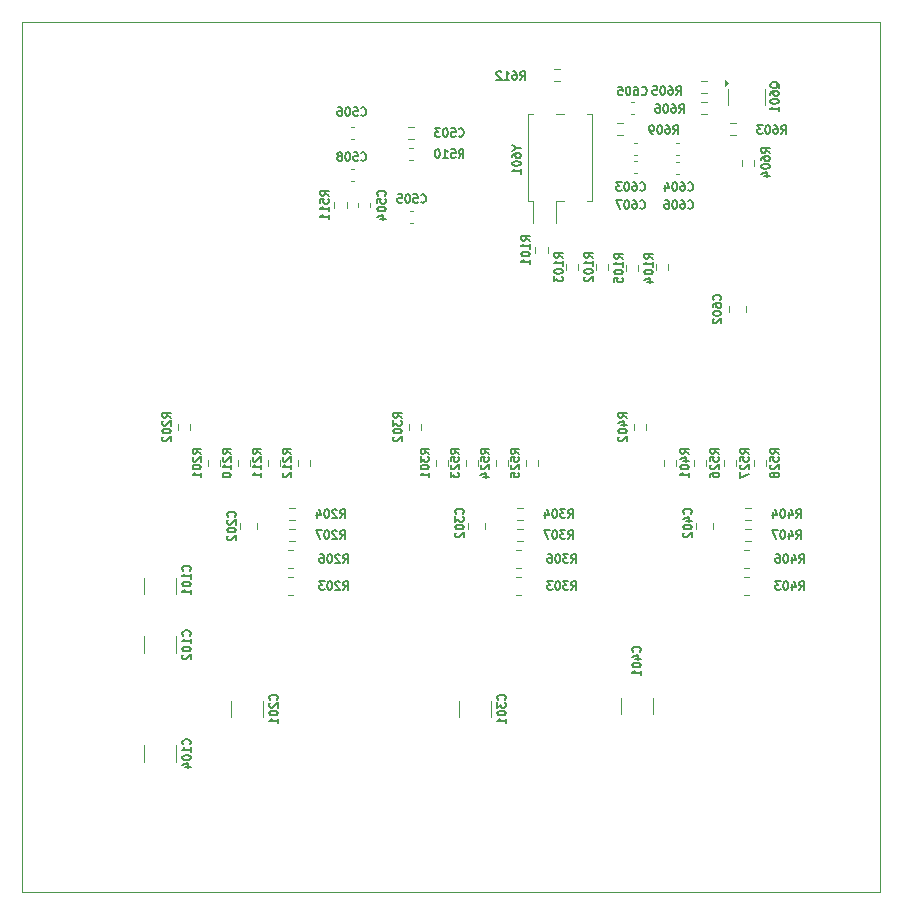
<source format=gbr>
%TF.GenerationSoftware,KiCad,Pcbnew,9.0.0*%
%TF.CreationDate,2025-03-09T13:47:22+01:00*%
%TF.ProjectId,Carte_moteur,43617274-655f-46d6-9f74-6575722e6b69,rev?*%
%TF.SameCoordinates,Original*%
%TF.FileFunction,Legend,Bot*%
%TF.FilePolarity,Positive*%
%FSLAX46Y46*%
G04 Gerber Fmt 4.6, Leading zero omitted, Abs format (unit mm)*
G04 Created by KiCad (PCBNEW 9.0.0) date 2025-03-09 13:47:22*
%MOMM*%
%LPD*%
G01*
G04 APERTURE LIST*
%ADD10C,0.150000*%
%ADD11C,0.120000*%
%TA.AperFunction,Profile*%
%ADD12C,0.050000*%
%TD*%
G04 APERTURE END LIST*
D10*
X90179366Y-145430166D02*
X90212700Y-145396833D01*
X90212700Y-145396833D02*
X90246033Y-145296833D01*
X90246033Y-145296833D02*
X90246033Y-145230166D01*
X90246033Y-145230166D02*
X90212700Y-145130166D01*
X90212700Y-145130166D02*
X90146033Y-145063500D01*
X90146033Y-145063500D02*
X90079366Y-145030166D01*
X90079366Y-145030166D02*
X89946033Y-144996833D01*
X89946033Y-144996833D02*
X89846033Y-144996833D01*
X89846033Y-144996833D02*
X89712700Y-145030166D01*
X89712700Y-145030166D02*
X89646033Y-145063500D01*
X89646033Y-145063500D02*
X89579366Y-145130166D01*
X89579366Y-145130166D02*
X89546033Y-145230166D01*
X89546033Y-145230166D02*
X89546033Y-145296833D01*
X89546033Y-145296833D02*
X89579366Y-145396833D01*
X89579366Y-145396833D02*
X89612700Y-145430166D01*
X90246033Y-146096833D02*
X90246033Y-145696833D01*
X90246033Y-145896833D02*
X89546033Y-145896833D01*
X89546033Y-145896833D02*
X89646033Y-145830166D01*
X89646033Y-145830166D02*
X89712700Y-145763500D01*
X89712700Y-145763500D02*
X89746033Y-145696833D01*
X89546033Y-146530167D02*
X89546033Y-146596833D01*
X89546033Y-146596833D02*
X89579366Y-146663500D01*
X89579366Y-146663500D02*
X89612700Y-146696833D01*
X89612700Y-146696833D02*
X89679366Y-146730167D01*
X89679366Y-146730167D02*
X89812700Y-146763500D01*
X89812700Y-146763500D02*
X89979366Y-146763500D01*
X89979366Y-146763500D02*
X90112700Y-146730167D01*
X90112700Y-146730167D02*
X90179366Y-146696833D01*
X90179366Y-146696833D02*
X90212700Y-146663500D01*
X90212700Y-146663500D02*
X90246033Y-146596833D01*
X90246033Y-146596833D02*
X90246033Y-146530167D01*
X90246033Y-146530167D02*
X90212700Y-146463500D01*
X90212700Y-146463500D02*
X90179366Y-146430167D01*
X90179366Y-146430167D02*
X90112700Y-146396833D01*
X90112700Y-146396833D02*
X89979366Y-146363500D01*
X89979366Y-146363500D02*
X89812700Y-146363500D01*
X89812700Y-146363500D02*
X89679366Y-146396833D01*
X89679366Y-146396833D02*
X89612700Y-146430167D01*
X89612700Y-146430167D02*
X89579366Y-146463500D01*
X89579366Y-146463500D02*
X89546033Y-146530167D01*
X89612700Y-147030167D02*
X89579366Y-147063500D01*
X89579366Y-147063500D02*
X89546033Y-147130167D01*
X89546033Y-147130167D02*
X89546033Y-147296834D01*
X89546033Y-147296834D02*
X89579366Y-147363500D01*
X89579366Y-147363500D02*
X89612700Y-147396834D01*
X89612700Y-147396834D02*
X89679366Y-147430167D01*
X89679366Y-147430167D02*
X89746033Y-147430167D01*
X89746033Y-147430167D02*
X89846033Y-147396834D01*
X89846033Y-147396834D02*
X90246033Y-146996834D01*
X90246033Y-146996834D02*
X90246033Y-147430167D01*
X108106033Y-126978666D02*
X107772700Y-126745333D01*
X108106033Y-126578666D02*
X107406033Y-126578666D01*
X107406033Y-126578666D02*
X107406033Y-126845333D01*
X107406033Y-126845333D02*
X107439366Y-126912000D01*
X107439366Y-126912000D02*
X107472700Y-126945333D01*
X107472700Y-126945333D02*
X107539366Y-126978666D01*
X107539366Y-126978666D02*
X107639366Y-126978666D01*
X107639366Y-126978666D02*
X107706033Y-126945333D01*
X107706033Y-126945333D02*
X107739366Y-126912000D01*
X107739366Y-126912000D02*
X107772700Y-126845333D01*
X107772700Y-126845333D02*
X107772700Y-126578666D01*
X107406033Y-127212000D02*
X107406033Y-127645333D01*
X107406033Y-127645333D02*
X107672700Y-127412000D01*
X107672700Y-127412000D02*
X107672700Y-127512000D01*
X107672700Y-127512000D02*
X107706033Y-127578666D01*
X107706033Y-127578666D02*
X107739366Y-127612000D01*
X107739366Y-127612000D02*
X107806033Y-127645333D01*
X107806033Y-127645333D02*
X107972700Y-127645333D01*
X107972700Y-127645333D02*
X108039366Y-127612000D01*
X108039366Y-127612000D02*
X108072700Y-127578666D01*
X108072700Y-127578666D02*
X108106033Y-127512000D01*
X108106033Y-127512000D02*
X108106033Y-127312000D01*
X108106033Y-127312000D02*
X108072700Y-127245333D01*
X108072700Y-127245333D02*
X108039366Y-127212000D01*
X107406033Y-128078667D02*
X107406033Y-128145333D01*
X107406033Y-128145333D02*
X107439366Y-128212000D01*
X107439366Y-128212000D02*
X107472700Y-128245333D01*
X107472700Y-128245333D02*
X107539366Y-128278667D01*
X107539366Y-128278667D02*
X107672700Y-128312000D01*
X107672700Y-128312000D02*
X107839366Y-128312000D01*
X107839366Y-128312000D02*
X107972700Y-128278667D01*
X107972700Y-128278667D02*
X108039366Y-128245333D01*
X108039366Y-128245333D02*
X108072700Y-128212000D01*
X108072700Y-128212000D02*
X108106033Y-128145333D01*
X108106033Y-128145333D02*
X108106033Y-128078667D01*
X108106033Y-128078667D02*
X108072700Y-128012000D01*
X108072700Y-128012000D02*
X108039366Y-127978667D01*
X108039366Y-127978667D02*
X107972700Y-127945333D01*
X107972700Y-127945333D02*
X107839366Y-127912000D01*
X107839366Y-127912000D02*
X107672700Y-127912000D01*
X107672700Y-127912000D02*
X107539366Y-127945333D01*
X107539366Y-127945333D02*
X107472700Y-127978667D01*
X107472700Y-127978667D02*
X107439366Y-128012000D01*
X107439366Y-128012000D02*
X107406033Y-128078667D01*
X107472700Y-128578667D02*
X107439366Y-128612000D01*
X107439366Y-128612000D02*
X107406033Y-128678667D01*
X107406033Y-128678667D02*
X107406033Y-128845334D01*
X107406033Y-128845334D02*
X107439366Y-128912000D01*
X107439366Y-128912000D02*
X107472700Y-128945334D01*
X107472700Y-128945334D02*
X107539366Y-128978667D01*
X107539366Y-128978667D02*
X107606033Y-128978667D01*
X107606033Y-128978667D02*
X107706033Y-128945334D01*
X107706033Y-128945334D02*
X108106033Y-128545334D01*
X108106033Y-128545334D02*
X108106033Y-128978667D01*
X88548033Y-126978666D02*
X88214700Y-126745333D01*
X88548033Y-126578666D02*
X87848033Y-126578666D01*
X87848033Y-126578666D02*
X87848033Y-126845333D01*
X87848033Y-126845333D02*
X87881366Y-126912000D01*
X87881366Y-126912000D02*
X87914700Y-126945333D01*
X87914700Y-126945333D02*
X87981366Y-126978666D01*
X87981366Y-126978666D02*
X88081366Y-126978666D01*
X88081366Y-126978666D02*
X88148033Y-126945333D01*
X88148033Y-126945333D02*
X88181366Y-126912000D01*
X88181366Y-126912000D02*
X88214700Y-126845333D01*
X88214700Y-126845333D02*
X88214700Y-126578666D01*
X87914700Y-127245333D02*
X87881366Y-127278666D01*
X87881366Y-127278666D02*
X87848033Y-127345333D01*
X87848033Y-127345333D02*
X87848033Y-127512000D01*
X87848033Y-127512000D02*
X87881366Y-127578666D01*
X87881366Y-127578666D02*
X87914700Y-127612000D01*
X87914700Y-127612000D02*
X87981366Y-127645333D01*
X87981366Y-127645333D02*
X88048033Y-127645333D01*
X88048033Y-127645333D02*
X88148033Y-127612000D01*
X88148033Y-127612000D02*
X88548033Y-127212000D01*
X88548033Y-127212000D02*
X88548033Y-127645333D01*
X87848033Y-128078667D02*
X87848033Y-128145333D01*
X87848033Y-128145333D02*
X87881366Y-128212000D01*
X87881366Y-128212000D02*
X87914700Y-128245333D01*
X87914700Y-128245333D02*
X87981366Y-128278667D01*
X87981366Y-128278667D02*
X88114700Y-128312000D01*
X88114700Y-128312000D02*
X88281366Y-128312000D01*
X88281366Y-128312000D02*
X88414700Y-128278667D01*
X88414700Y-128278667D02*
X88481366Y-128245333D01*
X88481366Y-128245333D02*
X88514700Y-128212000D01*
X88514700Y-128212000D02*
X88548033Y-128145333D01*
X88548033Y-128145333D02*
X88548033Y-128078667D01*
X88548033Y-128078667D02*
X88514700Y-128012000D01*
X88514700Y-128012000D02*
X88481366Y-127978667D01*
X88481366Y-127978667D02*
X88414700Y-127945333D01*
X88414700Y-127945333D02*
X88281366Y-127912000D01*
X88281366Y-127912000D02*
X88114700Y-127912000D01*
X88114700Y-127912000D02*
X87981366Y-127945333D01*
X87981366Y-127945333D02*
X87914700Y-127978667D01*
X87914700Y-127978667D02*
X87881366Y-128012000D01*
X87881366Y-128012000D02*
X87848033Y-128078667D01*
X87914700Y-128578667D02*
X87881366Y-128612000D01*
X87881366Y-128612000D02*
X87848033Y-128678667D01*
X87848033Y-128678667D02*
X87848033Y-128845334D01*
X87848033Y-128845334D02*
X87881366Y-128912000D01*
X87881366Y-128912000D02*
X87914700Y-128945334D01*
X87914700Y-128945334D02*
X87981366Y-128978667D01*
X87981366Y-128978667D02*
X88048033Y-128978667D01*
X88048033Y-128978667D02*
X88148033Y-128945334D01*
X88148033Y-128945334D02*
X88548033Y-128545334D01*
X88548033Y-128545334D02*
X88548033Y-128978667D01*
X140229333Y-102932033D02*
X140462666Y-102598700D01*
X140629333Y-102932033D02*
X140629333Y-102232033D01*
X140629333Y-102232033D02*
X140362666Y-102232033D01*
X140362666Y-102232033D02*
X140296000Y-102265366D01*
X140296000Y-102265366D02*
X140262666Y-102298700D01*
X140262666Y-102298700D02*
X140229333Y-102365366D01*
X140229333Y-102365366D02*
X140229333Y-102465366D01*
X140229333Y-102465366D02*
X140262666Y-102532033D01*
X140262666Y-102532033D02*
X140296000Y-102565366D01*
X140296000Y-102565366D02*
X140362666Y-102598700D01*
X140362666Y-102598700D02*
X140629333Y-102598700D01*
X139629333Y-102232033D02*
X139762666Y-102232033D01*
X139762666Y-102232033D02*
X139829333Y-102265366D01*
X139829333Y-102265366D02*
X139862666Y-102298700D01*
X139862666Y-102298700D02*
X139929333Y-102398700D01*
X139929333Y-102398700D02*
X139962666Y-102532033D01*
X139962666Y-102532033D02*
X139962666Y-102798700D01*
X139962666Y-102798700D02*
X139929333Y-102865366D01*
X139929333Y-102865366D02*
X139896000Y-102898700D01*
X139896000Y-102898700D02*
X139829333Y-102932033D01*
X139829333Y-102932033D02*
X139696000Y-102932033D01*
X139696000Y-102932033D02*
X139629333Y-102898700D01*
X139629333Y-102898700D02*
X139596000Y-102865366D01*
X139596000Y-102865366D02*
X139562666Y-102798700D01*
X139562666Y-102798700D02*
X139562666Y-102632033D01*
X139562666Y-102632033D02*
X139596000Y-102565366D01*
X139596000Y-102565366D02*
X139629333Y-102532033D01*
X139629333Y-102532033D02*
X139696000Y-102498700D01*
X139696000Y-102498700D02*
X139829333Y-102498700D01*
X139829333Y-102498700D02*
X139896000Y-102532033D01*
X139896000Y-102532033D02*
X139929333Y-102565366D01*
X139929333Y-102565366D02*
X139962666Y-102632033D01*
X139129333Y-102232033D02*
X139062666Y-102232033D01*
X139062666Y-102232033D02*
X138995999Y-102265366D01*
X138995999Y-102265366D02*
X138962666Y-102298700D01*
X138962666Y-102298700D02*
X138929333Y-102365366D01*
X138929333Y-102365366D02*
X138895999Y-102498700D01*
X138895999Y-102498700D02*
X138895999Y-102665366D01*
X138895999Y-102665366D02*
X138929333Y-102798700D01*
X138929333Y-102798700D02*
X138962666Y-102865366D01*
X138962666Y-102865366D02*
X138995999Y-102898700D01*
X138995999Y-102898700D02*
X139062666Y-102932033D01*
X139062666Y-102932033D02*
X139129333Y-102932033D01*
X139129333Y-102932033D02*
X139195999Y-102898700D01*
X139195999Y-102898700D02*
X139229333Y-102865366D01*
X139229333Y-102865366D02*
X139262666Y-102798700D01*
X139262666Y-102798700D02*
X139295999Y-102665366D01*
X139295999Y-102665366D02*
X139295999Y-102498700D01*
X139295999Y-102498700D02*
X139262666Y-102365366D01*
X139262666Y-102365366D02*
X139229333Y-102298700D01*
X139229333Y-102298700D02*
X139195999Y-102265366D01*
X139195999Y-102265366D02*
X139129333Y-102232033D01*
X138662666Y-102232033D02*
X138229332Y-102232033D01*
X138229332Y-102232033D02*
X138462666Y-102498700D01*
X138462666Y-102498700D02*
X138362666Y-102498700D01*
X138362666Y-102498700D02*
X138295999Y-102532033D01*
X138295999Y-102532033D02*
X138262666Y-102565366D01*
X138262666Y-102565366D02*
X138229332Y-102632033D01*
X138229332Y-102632033D02*
X138229332Y-102798700D01*
X138229332Y-102798700D02*
X138262666Y-102865366D01*
X138262666Y-102865366D02*
X138295999Y-102898700D01*
X138295999Y-102898700D02*
X138362666Y-102932033D01*
X138362666Y-102932033D02*
X138562666Y-102932033D01*
X138562666Y-102932033D02*
X138629332Y-102898700D01*
X138629332Y-102898700D02*
X138662666Y-102865366D01*
X97545366Y-150854666D02*
X97578700Y-150821333D01*
X97578700Y-150821333D02*
X97612033Y-150721333D01*
X97612033Y-150721333D02*
X97612033Y-150654666D01*
X97612033Y-150654666D02*
X97578700Y-150554666D01*
X97578700Y-150554666D02*
X97512033Y-150488000D01*
X97512033Y-150488000D02*
X97445366Y-150454666D01*
X97445366Y-150454666D02*
X97312033Y-150421333D01*
X97312033Y-150421333D02*
X97212033Y-150421333D01*
X97212033Y-150421333D02*
X97078700Y-150454666D01*
X97078700Y-150454666D02*
X97012033Y-150488000D01*
X97012033Y-150488000D02*
X96945366Y-150554666D01*
X96945366Y-150554666D02*
X96912033Y-150654666D01*
X96912033Y-150654666D02*
X96912033Y-150721333D01*
X96912033Y-150721333D02*
X96945366Y-150821333D01*
X96945366Y-150821333D02*
X96978700Y-150854666D01*
X96978700Y-151121333D02*
X96945366Y-151154666D01*
X96945366Y-151154666D02*
X96912033Y-151221333D01*
X96912033Y-151221333D02*
X96912033Y-151388000D01*
X96912033Y-151388000D02*
X96945366Y-151454666D01*
X96945366Y-151454666D02*
X96978700Y-151488000D01*
X96978700Y-151488000D02*
X97045366Y-151521333D01*
X97045366Y-151521333D02*
X97112033Y-151521333D01*
X97112033Y-151521333D02*
X97212033Y-151488000D01*
X97212033Y-151488000D02*
X97612033Y-151088000D01*
X97612033Y-151088000D02*
X97612033Y-151521333D01*
X96912033Y-151954667D02*
X96912033Y-152021333D01*
X96912033Y-152021333D02*
X96945366Y-152088000D01*
X96945366Y-152088000D02*
X96978700Y-152121333D01*
X96978700Y-152121333D02*
X97045366Y-152154667D01*
X97045366Y-152154667D02*
X97178700Y-152188000D01*
X97178700Y-152188000D02*
X97345366Y-152188000D01*
X97345366Y-152188000D02*
X97478700Y-152154667D01*
X97478700Y-152154667D02*
X97545366Y-152121333D01*
X97545366Y-152121333D02*
X97578700Y-152088000D01*
X97578700Y-152088000D02*
X97612033Y-152021333D01*
X97612033Y-152021333D02*
X97612033Y-151954667D01*
X97612033Y-151954667D02*
X97578700Y-151888000D01*
X97578700Y-151888000D02*
X97545366Y-151854667D01*
X97545366Y-151854667D02*
X97478700Y-151821333D01*
X97478700Y-151821333D02*
X97345366Y-151788000D01*
X97345366Y-151788000D02*
X97178700Y-151788000D01*
X97178700Y-151788000D02*
X97045366Y-151821333D01*
X97045366Y-151821333D02*
X96978700Y-151854667D01*
X96978700Y-151854667D02*
X96945366Y-151888000D01*
X96945366Y-151888000D02*
X96912033Y-151954667D01*
X97612033Y-152854667D02*
X97612033Y-152454667D01*
X97612033Y-152654667D02*
X96912033Y-152654667D01*
X96912033Y-152654667D02*
X97012033Y-152588000D01*
X97012033Y-152588000D02*
X97078700Y-152521334D01*
X97078700Y-152521334D02*
X97112033Y-152454667D01*
X122195333Y-137222033D02*
X122428666Y-136888700D01*
X122595333Y-137222033D02*
X122595333Y-136522033D01*
X122595333Y-136522033D02*
X122328666Y-136522033D01*
X122328666Y-136522033D02*
X122262000Y-136555366D01*
X122262000Y-136555366D02*
X122228666Y-136588700D01*
X122228666Y-136588700D02*
X122195333Y-136655366D01*
X122195333Y-136655366D02*
X122195333Y-136755366D01*
X122195333Y-136755366D02*
X122228666Y-136822033D01*
X122228666Y-136822033D02*
X122262000Y-136855366D01*
X122262000Y-136855366D02*
X122328666Y-136888700D01*
X122328666Y-136888700D02*
X122595333Y-136888700D01*
X121962000Y-136522033D02*
X121528666Y-136522033D01*
X121528666Y-136522033D02*
X121762000Y-136788700D01*
X121762000Y-136788700D02*
X121662000Y-136788700D01*
X121662000Y-136788700D02*
X121595333Y-136822033D01*
X121595333Y-136822033D02*
X121562000Y-136855366D01*
X121562000Y-136855366D02*
X121528666Y-136922033D01*
X121528666Y-136922033D02*
X121528666Y-137088700D01*
X121528666Y-137088700D02*
X121562000Y-137155366D01*
X121562000Y-137155366D02*
X121595333Y-137188700D01*
X121595333Y-137188700D02*
X121662000Y-137222033D01*
X121662000Y-137222033D02*
X121862000Y-137222033D01*
X121862000Y-137222033D02*
X121928666Y-137188700D01*
X121928666Y-137188700D02*
X121962000Y-137155366D01*
X121095333Y-136522033D02*
X121028666Y-136522033D01*
X121028666Y-136522033D02*
X120961999Y-136555366D01*
X120961999Y-136555366D02*
X120928666Y-136588700D01*
X120928666Y-136588700D02*
X120895333Y-136655366D01*
X120895333Y-136655366D02*
X120861999Y-136788700D01*
X120861999Y-136788700D02*
X120861999Y-136955366D01*
X120861999Y-136955366D02*
X120895333Y-137088700D01*
X120895333Y-137088700D02*
X120928666Y-137155366D01*
X120928666Y-137155366D02*
X120961999Y-137188700D01*
X120961999Y-137188700D02*
X121028666Y-137222033D01*
X121028666Y-137222033D02*
X121095333Y-137222033D01*
X121095333Y-137222033D02*
X121161999Y-137188700D01*
X121161999Y-137188700D02*
X121195333Y-137155366D01*
X121195333Y-137155366D02*
X121228666Y-137088700D01*
X121228666Y-137088700D02*
X121261999Y-136955366D01*
X121261999Y-136955366D02*
X121261999Y-136788700D01*
X121261999Y-136788700D02*
X121228666Y-136655366D01*
X121228666Y-136655366D02*
X121195333Y-136588700D01*
X121195333Y-136588700D02*
X121161999Y-136555366D01*
X121161999Y-136555366D02*
X121095333Y-136522033D01*
X120628666Y-136522033D02*
X120161999Y-136522033D01*
X120161999Y-136522033D02*
X120461999Y-137222033D01*
X122449333Y-141540033D02*
X122682666Y-141206700D01*
X122849333Y-141540033D02*
X122849333Y-140840033D01*
X122849333Y-140840033D02*
X122582666Y-140840033D01*
X122582666Y-140840033D02*
X122516000Y-140873366D01*
X122516000Y-140873366D02*
X122482666Y-140906700D01*
X122482666Y-140906700D02*
X122449333Y-140973366D01*
X122449333Y-140973366D02*
X122449333Y-141073366D01*
X122449333Y-141073366D02*
X122482666Y-141140033D01*
X122482666Y-141140033D02*
X122516000Y-141173366D01*
X122516000Y-141173366D02*
X122582666Y-141206700D01*
X122582666Y-141206700D02*
X122849333Y-141206700D01*
X122216000Y-140840033D02*
X121782666Y-140840033D01*
X121782666Y-140840033D02*
X122016000Y-141106700D01*
X122016000Y-141106700D02*
X121916000Y-141106700D01*
X121916000Y-141106700D02*
X121849333Y-141140033D01*
X121849333Y-141140033D02*
X121816000Y-141173366D01*
X121816000Y-141173366D02*
X121782666Y-141240033D01*
X121782666Y-141240033D02*
X121782666Y-141406700D01*
X121782666Y-141406700D02*
X121816000Y-141473366D01*
X121816000Y-141473366D02*
X121849333Y-141506700D01*
X121849333Y-141506700D02*
X121916000Y-141540033D01*
X121916000Y-141540033D02*
X122116000Y-141540033D01*
X122116000Y-141540033D02*
X122182666Y-141506700D01*
X122182666Y-141506700D02*
X122216000Y-141473366D01*
X121349333Y-140840033D02*
X121282666Y-140840033D01*
X121282666Y-140840033D02*
X121215999Y-140873366D01*
X121215999Y-140873366D02*
X121182666Y-140906700D01*
X121182666Y-140906700D02*
X121149333Y-140973366D01*
X121149333Y-140973366D02*
X121115999Y-141106700D01*
X121115999Y-141106700D02*
X121115999Y-141273366D01*
X121115999Y-141273366D02*
X121149333Y-141406700D01*
X121149333Y-141406700D02*
X121182666Y-141473366D01*
X121182666Y-141473366D02*
X121215999Y-141506700D01*
X121215999Y-141506700D02*
X121282666Y-141540033D01*
X121282666Y-141540033D02*
X121349333Y-141540033D01*
X121349333Y-141540033D02*
X121415999Y-141506700D01*
X121415999Y-141506700D02*
X121449333Y-141473366D01*
X121449333Y-141473366D02*
X121482666Y-141406700D01*
X121482666Y-141406700D02*
X121515999Y-141273366D01*
X121515999Y-141273366D02*
X121515999Y-141106700D01*
X121515999Y-141106700D02*
X121482666Y-140973366D01*
X121482666Y-140973366D02*
X121449333Y-140906700D01*
X121449333Y-140906700D02*
X121415999Y-140873366D01*
X121415999Y-140873366D02*
X121349333Y-140840033D01*
X120882666Y-140840033D02*
X120449332Y-140840033D01*
X120449332Y-140840033D02*
X120682666Y-141106700D01*
X120682666Y-141106700D02*
X120582666Y-141106700D01*
X120582666Y-141106700D02*
X120515999Y-141140033D01*
X120515999Y-141140033D02*
X120482666Y-141173366D01*
X120482666Y-141173366D02*
X120449332Y-141240033D01*
X120449332Y-141240033D02*
X120449332Y-141406700D01*
X120449332Y-141406700D02*
X120482666Y-141473366D01*
X120482666Y-141473366D02*
X120515999Y-141506700D01*
X120515999Y-141506700D02*
X120582666Y-141540033D01*
X120582666Y-141540033D02*
X120782666Y-141540033D01*
X120782666Y-141540033D02*
X120849332Y-141506700D01*
X120849332Y-141506700D02*
X120882666Y-141473366D01*
X140016033Y-130026666D02*
X139682700Y-129793333D01*
X140016033Y-129626666D02*
X139316033Y-129626666D01*
X139316033Y-129626666D02*
X139316033Y-129893333D01*
X139316033Y-129893333D02*
X139349366Y-129960000D01*
X139349366Y-129960000D02*
X139382700Y-129993333D01*
X139382700Y-129993333D02*
X139449366Y-130026666D01*
X139449366Y-130026666D02*
X139549366Y-130026666D01*
X139549366Y-130026666D02*
X139616033Y-129993333D01*
X139616033Y-129993333D02*
X139649366Y-129960000D01*
X139649366Y-129960000D02*
X139682700Y-129893333D01*
X139682700Y-129893333D02*
X139682700Y-129626666D01*
X139316033Y-130660000D02*
X139316033Y-130326666D01*
X139316033Y-130326666D02*
X139649366Y-130293333D01*
X139649366Y-130293333D02*
X139616033Y-130326666D01*
X139616033Y-130326666D02*
X139582700Y-130393333D01*
X139582700Y-130393333D02*
X139582700Y-130560000D01*
X139582700Y-130560000D02*
X139616033Y-130626666D01*
X139616033Y-130626666D02*
X139649366Y-130660000D01*
X139649366Y-130660000D02*
X139716033Y-130693333D01*
X139716033Y-130693333D02*
X139882700Y-130693333D01*
X139882700Y-130693333D02*
X139949366Y-130660000D01*
X139949366Y-130660000D02*
X139982700Y-130626666D01*
X139982700Y-130626666D02*
X140016033Y-130560000D01*
X140016033Y-130560000D02*
X140016033Y-130393333D01*
X140016033Y-130393333D02*
X139982700Y-130326666D01*
X139982700Y-130326666D02*
X139949366Y-130293333D01*
X139382700Y-130960000D02*
X139349366Y-130993333D01*
X139349366Y-130993333D02*
X139316033Y-131060000D01*
X139316033Y-131060000D02*
X139316033Y-131226667D01*
X139316033Y-131226667D02*
X139349366Y-131293333D01*
X139349366Y-131293333D02*
X139382700Y-131326667D01*
X139382700Y-131326667D02*
X139449366Y-131360000D01*
X139449366Y-131360000D02*
X139516033Y-131360000D01*
X139516033Y-131360000D02*
X139616033Y-131326667D01*
X139616033Y-131326667D02*
X140016033Y-130926667D01*
X140016033Y-130926667D02*
X140016033Y-131360000D01*
X139616033Y-131760000D02*
X139582700Y-131693334D01*
X139582700Y-131693334D02*
X139549366Y-131660000D01*
X139549366Y-131660000D02*
X139482700Y-131626667D01*
X139482700Y-131626667D02*
X139449366Y-131626667D01*
X139449366Y-131626667D02*
X139382700Y-131660000D01*
X139382700Y-131660000D02*
X139349366Y-131693334D01*
X139349366Y-131693334D02*
X139316033Y-131760000D01*
X139316033Y-131760000D02*
X139316033Y-131893334D01*
X139316033Y-131893334D02*
X139349366Y-131960000D01*
X139349366Y-131960000D02*
X139382700Y-131993334D01*
X139382700Y-131993334D02*
X139449366Y-132026667D01*
X139449366Y-132026667D02*
X139482700Y-132026667D01*
X139482700Y-132026667D02*
X139549366Y-131993334D01*
X139549366Y-131993334D02*
X139582700Y-131960000D01*
X139582700Y-131960000D02*
X139616033Y-131893334D01*
X139616033Y-131893334D02*
X139616033Y-131760000D01*
X139616033Y-131760000D02*
X139649366Y-131693334D01*
X139649366Y-131693334D02*
X139682700Y-131660000D01*
X139682700Y-131660000D02*
X139749366Y-131626667D01*
X139749366Y-131626667D02*
X139882700Y-131626667D01*
X139882700Y-131626667D02*
X139949366Y-131660000D01*
X139949366Y-131660000D02*
X139982700Y-131693334D01*
X139982700Y-131693334D02*
X140016033Y-131760000D01*
X140016033Y-131760000D02*
X140016033Y-131893334D01*
X140016033Y-131893334D02*
X139982700Y-131960000D01*
X139982700Y-131960000D02*
X139949366Y-131993334D01*
X139949366Y-131993334D02*
X139882700Y-132026667D01*
X139882700Y-132026667D02*
X139749366Y-132026667D01*
X139749366Y-132026667D02*
X139682700Y-131993334D01*
X139682700Y-131993334D02*
X139649366Y-131960000D01*
X139649366Y-131960000D02*
X139616033Y-131893334D01*
X90165366Y-139932666D02*
X90198700Y-139899333D01*
X90198700Y-139899333D02*
X90232033Y-139799333D01*
X90232033Y-139799333D02*
X90232033Y-139732666D01*
X90232033Y-139732666D02*
X90198700Y-139632666D01*
X90198700Y-139632666D02*
X90132033Y-139566000D01*
X90132033Y-139566000D02*
X90065366Y-139532666D01*
X90065366Y-139532666D02*
X89932033Y-139499333D01*
X89932033Y-139499333D02*
X89832033Y-139499333D01*
X89832033Y-139499333D02*
X89698700Y-139532666D01*
X89698700Y-139532666D02*
X89632033Y-139566000D01*
X89632033Y-139566000D02*
X89565366Y-139632666D01*
X89565366Y-139632666D02*
X89532033Y-139732666D01*
X89532033Y-139732666D02*
X89532033Y-139799333D01*
X89532033Y-139799333D02*
X89565366Y-139899333D01*
X89565366Y-139899333D02*
X89598700Y-139932666D01*
X90232033Y-140599333D02*
X90232033Y-140199333D01*
X90232033Y-140399333D02*
X89532033Y-140399333D01*
X89532033Y-140399333D02*
X89632033Y-140332666D01*
X89632033Y-140332666D02*
X89698700Y-140266000D01*
X89698700Y-140266000D02*
X89732033Y-140199333D01*
X89532033Y-141032667D02*
X89532033Y-141099333D01*
X89532033Y-141099333D02*
X89565366Y-141166000D01*
X89565366Y-141166000D02*
X89598700Y-141199333D01*
X89598700Y-141199333D02*
X89665366Y-141232667D01*
X89665366Y-141232667D02*
X89798700Y-141266000D01*
X89798700Y-141266000D02*
X89965366Y-141266000D01*
X89965366Y-141266000D02*
X90098700Y-141232667D01*
X90098700Y-141232667D02*
X90165366Y-141199333D01*
X90165366Y-141199333D02*
X90198700Y-141166000D01*
X90198700Y-141166000D02*
X90232033Y-141099333D01*
X90232033Y-141099333D02*
X90232033Y-141032667D01*
X90232033Y-141032667D02*
X90198700Y-140966000D01*
X90198700Y-140966000D02*
X90165366Y-140932667D01*
X90165366Y-140932667D02*
X90098700Y-140899333D01*
X90098700Y-140899333D02*
X89965366Y-140866000D01*
X89965366Y-140866000D02*
X89798700Y-140866000D01*
X89798700Y-140866000D02*
X89665366Y-140899333D01*
X89665366Y-140899333D02*
X89598700Y-140932667D01*
X89598700Y-140932667D02*
X89565366Y-140966000D01*
X89565366Y-140966000D02*
X89532033Y-141032667D01*
X90232033Y-141932667D02*
X90232033Y-141532667D01*
X90232033Y-141732667D02*
X89532033Y-141732667D01*
X89532033Y-141732667D02*
X89632033Y-141666000D01*
X89632033Y-141666000D02*
X89698700Y-141599334D01*
X89698700Y-141599334D02*
X89732033Y-141532667D01*
X96182533Y-130026666D02*
X95849200Y-129793333D01*
X96182533Y-129626666D02*
X95482533Y-129626666D01*
X95482533Y-129626666D02*
X95482533Y-129893333D01*
X95482533Y-129893333D02*
X95515866Y-129960000D01*
X95515866Y-129960000D02*
X95549200Y-129993333D01*
X95549200Y-129993333D02*
X95615866Y-130026666D01*
X95615866Y-130026666D02*
X95715866Y-130026666D01*
X95715866Y-130026666D02*
X95782533Y-129993333D01*
X95782533Y-129993333D02*
X95815866Y-129960000D01*
X95815866Y-129960000D02*
X95849200Y-129893333D01*
X95849200Y-129893333D02*
X95849200Y-129626666D01*
X95549200Y-130293333D02*
X95515866Y-130326666D01*
X95515866Y-130326666D02*
X95482533Y-130393333D01*
X95482533Y-130393333D02*
X95482533Y-130560000D01*
X95482533Y-130560000D02*
X95515866Y-130626666D01*
X95515866Y-130626666D02*
X95549200Y-130660000D01*
X95549200Y-130660000D02*
X95615866Y-130693333D01*
X95615866Y-130693333D02*
X95682533Y-130693333D01*
X95682533Y-130693333D02*
X95782533Y-130660000D01*
X95782533Y-130660000D02*
X96182533Y-130260000D01*
X96182533Y-130260000D02*
X96182533Y-130693333D01*
X96182533Y-131360000D02*
X96182533Y-130960000D01*
X96182533Y-131160000D02*
X95482533Y-131160000D01*
X95482533Y-131160000D02*
X95582533Y-131093333D01*
X95582533Y-131093333D02*
X95649200Y-131026667D01*
X95649200Y-131026667D02*
X95682533Y-130960000D01*
X96182533Y-132026667D02*
X96182533Y-131626667D01*
X96182533Y-131826667D02*
X95482533Y-131826667D01*
X95482533Y-131826667D02*
X95582533Y-131760000D01*
X95582533Y-131760000D02*
X95649200Y-131693334D01*
X95649200Y-131693334D02*
X95682533Y-131626667D01*
X102891333Y-135444033D02*
X103124666Y-135110700D01*
X103291333Y-135444033D02*
X103291333Y-134744033D01*
X103291333Y-134744033D02*
X103024666Y-134744033D01*
X103024666Y-134744033D02*
X102958000Y-134777366D01*
X102958000Y-134777366D02*
X102924666Y-134810700D01*
X102924666Y-134810700D02*
X102891333Y-134877366D01*
X102891333Y-134877366D02*
X102891333Y-134977366D01*
X102891333Y-134977366D02*
X102924666Y-135044033D01*
X102924666Y-135044033D02*
X102958000Y-135077366D01*
X102958000Y-135077366D02*
X103024666Y-135110700D01*
X103024666Y-135110700D02*
X103291333Y-135110700D01*
X102624666Y-134810700D02*
X102591333Y-134777366D01*
X102591333Y-134777366D02*
X102524666Y-134744033D01*
X102524666Y-134744033D02*
X102358000Y-134744033D01*
X102358000Y-134744033D02*
X102291333Y-134777366D01*
X102291333Y-134777366D02*
X102258000Y-134810700D01*
X102258000Y-134810700D02*
X102224666Y-134877366D01*
X102224666Y-134877366D02*
X102224666Y-134944033D01*
X102224666Y-134944033D02*
X102258000Y-135044033D01*
X102258000Y-135044033D02*
X102658000Y-135444033D01*
X102658000Y-135444033D02*
X102224666Y-135444033D01*
X101791333Y-134744033D02*
X101724666Y-134744033D01*
X101724666Y-134744033D02*
X101657999Y-134777366D01*
X101657999Y-134777366D02*
X101624666Y-134810700D01*
X101624666Y-134810700D02*
X101591333Y-134877366D01*
X101591333Y-134877366D02*
X101557999Y-135010700D01*
X101557999Y-135010700D02*
X101557999Y-135177366D01*
X101557999Y-135177366D02*
X101591333Y-135310700D01*
X101591333Y-135310700D02*
X101624666Y-135377366D01*
X101624666Y-135377366D02*
X101657999Y-135410700D01*
X101657999Y-135410700D02*
X101724666Y-135444033D01*
X101724666Y-135444033D02*
X101791333Y-135444033D01*
X101791333Y-135444033D02*
X101857999Y-135410700D01*
X101857999Y-135410700D02*
X101891333Y-135377366D01*
X101891333Y-135377366D02*
X101924666Y-135310700D01*
X101924666Y-135310700D02*
X101957999Y-135177366D01*
X101957999Y-135177366D02*
X101957999Y-135010700D01*
X101957999Y-135010700D02*
X101924666Y-134877366D01*
X101924666Y-134877366D02*
X101891333Y-134810700D01*
X101891333Y-134810700D02*
X101857999Y-134777366D01*
X101857999Y-134777366D02*
X101791333Y-134744033D01*
X100957999Y-134977366D02*
X100957999Y-135444033D01*
X101124666Y-134710700D02*
X101291332Y-135210700D01*
X101291332Y-135210700D02*
X100857999Y-135210700D01*
X128418333Y-99587366D02*
X128451666Y-99620700D01*
X128451666Y-99620700D02*
X128551666Y-99654033D01*
X128551666Y-99654033D02*
X128618333Y-99654033D01*
X128618333Y-99654033D02*
X128718333Y-99620700D01*
X128718333Y-99620700D02*
X128785000Y-99554033D01*
X128785000Y-99554033D02*
X128818333Y-99487366D01*
X128818333Y-99487366D02*
X128851666Y-99354033D01*
X128851666Y-99354033D02*
X128851666Y-99254033D01*
X128851666Y-99254033D02*
X128818333Y-99120700D01*
X128818333Y-99120700D02*
X128785000Y-99054033D01*
X128785000Y-99054033D02*
X128718333Y-98987366D01*
X128718333Y-98987366D02*
X128618333Y-98954033D01*
X128618333Y-98954033D02*
X128551666Y-98954033D01*
X128551666Y-98954033D02*
X128451666Y-98987366D01*
X128451666Y-98987366D02*
X128418333Y-99020700D01*
X127818333Y-98954033D02*
X127951666Y-98954033D01*
X127951666Y-98954033D02*
X128018333Y-98987366D01*
X128018333Y-98987366D02*
X128051666Y-99020700D01*
X128051666Y-99020700D02*
X128118333Y-99120700D01*
X128118333Y-99120700D02*
X128151666Y-99254033D01*
X128151666Y-99254033D02*
X128151666Y-99520700D01*
X128151666Y-99520700D02*
X128118333Y-99587366D01*
X128118333Y-99587366D02*
X128085000Y-99620700D01*
X128085000Y-99620700D02*
X128018333Y-99654033D01*
X128018333Y-99654033D02*
X127885000Y-99654033D01*
X127885000Y-99654033D02*
X127818333Y-99620700D01*
X127818333Y-99620700D02*
X127785000Y-99587366D01*
X127785000Y-99587366D02*
X127751666Y-99520700D01*
X127751666Y-99520700D02*
X127751666Y-99354033D01*
X127751666Y-99354033D02*
X127785000Y-99287366D01*
X127785000Y-99287366D02*
X127818333Y-99254033D01*
X127818333Y-99254033D02*
X127885000Y-99220700D01*
X127885000Y-99220700D02*
X128018333Y-99220700D01*
X128018333Y-99220700D02*
X128085000Y-99254033D01*
X128085000Y-99254033D02*
X128118333Y-99287366D01*
X128118333Y-99287366D02*
X128151666Y-99354033D01*
X127318333Y-98954033D02*
X127251666Y-98954033D01*
X127251666Y-98954033D02*
X127184999Y-98987366D01*
X127184999Y-98987366D02*
X127151666Y-99020700D01*
X127151666Y-99020700D02*
X127118333Y-99087366D01*
X127118333Y-99087366D02*
X127084999Y-99220700D01*
X127084999Y-99220700D02*
X127084999Y-99387366D01*
X127084999Y-99387366D02*
X127118333Y-99520700D01*
X127118333Y-99520700D02*
X127151666Y-99587366D01*
X127151666Y-99587366D02*
X127184999Y-99620700D01*
X127184999Y-99620700D02*
X127251666Y-99654033D01*
X127251666Y-99654033D02*
X127318333Y-99654033D01*
X127318333Y-99654033D02*
X127384999Y-99620700D01*
X127384999Y-99620700D02*
X127418333Y-99587366D01*
X127418333Y-99587366D02*
X127451666Y-99520700D01*
X127451666Y-99520700D02*
X127484999Y-99387366D01*
X127484999Y-99387366D02*
X127484999Y-99220700D01*
X127484999Y-99220700D02*
X127451666Y-99087366D01*
X127451666Y-99087366D02*
X127418333Y-99020700D01*
X127418333Y-99020700D02*
X127384999Y-98987366D01*
X127384999Y-98987366D02*
X127318333Y-98954033D01*
X126451666Y-98954033D02*
X126784999Y-98954033D01*
X126784999Y-98954033D02*
X126818332Y-99287366D01*
X126818332Y-99287366D02*
X126784999Y-99254033D01*
X126784999Y-99254033D02*
X126718332Y-99220700D01*
X126718332Y-99220700D02*
X126551666Y-99220700D01*
X126551666Y-99220700D02*
X126484999Y-99254033D01*
X126484999Y-99254033D02*
X126451666Y-99287366D01*
X126451666Y-99287366D02*
X126418332Y-99354033D01*
X126418332Y-99354033D02*
X126418332Y-99520700D01*
X126418332Y-99520700D02*
X126451666Y-99587366D01*
X126451666Y-99587366D02*
X126484999Y-99620700D01*
X126484999Y-99620700D02*
X126551666Y-99654033D01*
X126551666Y-99654033D02*
X126718332Y-99654033D01*
X126718332Y-99654033D02*
X126784999Y-99620700D01*
X126784999Y-99620700D02*
X126818332Y-99587366D01*
X135094366Y-117002666D02*
X135127700Y-116969333D01*
X135127700Y-116969333D02*
X135161033Y-116869333D01*
X135161033Y-116869333D02*
X135161033Y-116802666D01*
X135161033Y-116802666D02*
X135127700Y-116702666D01*
X135127700Y-116702666D02*
X135061033Y-116636000D01*
X135061033Y-116636000D02*
X134994366Y-116602666D01*
X134994366Y-116602666D02*
X134861033Y-116569333D01*
X134861033Y-116569333D02*
X134761033Y-116569333D01*
X134761033Y-116569333D02*
X134627700Y-116602666D01*
X134627700Y-116602666D02*
X134561033Y-116636000D01*
X134561033Y-116636000D02*
X134494366Y-116702666D01*
X134494366Y-116702666D02*
X134461033Y-116802666D01*
X134461033Y-116802666D02*
X134461033Y-116869333D01*
X134461033Y-116869333D02*
X134494366Y-116969333D01*
X134494366Y-116969333D02*
X134527700Y-117002666D01*
X134461033Y-117602666D02*
X134461033Y-117469333D01*
X134461033Y-117469333D02*
X134494366Y-117402666D01*
X134494366Y-117402666D02*
X134527700Y-117369333D01*
X134527700Y-117369333D02*
X134627700Y-117302666D01*
X134627700Y-117302666D02*
X134761033Y-117269333D01*
X134761033Y-117269333D02*
X135027700Y-117269333D01*
X135027700Y-117269333D02*
X135094366Y-117302666D01*
X135094366Y-117302666D02*
X135127700Y-117336000D01*
X135127700Y-117336000D02*
X135161033Y-117402666D01*
X135161033Y-117402666D02*
X135161033Y-117536000D01*
X135161033Y-117536000D02*
X135127700Y-117602666D01*
X135127700Y-117602666D02*
X135094366Y-117636000D01*
X135094366Y-117636000D02*
X135027700Y-117669333D01*
X135027700Y-117669333D02*
X134861033Y-117669333D01*
X134861033Y-117669333D02*
X134794366Y-117636000D01*
X134794366Y-117636000D02*
X134761033Y-117602666D01*
X134761033Y-117602666D02*
X134727700Y-117536000D01*
X134727700Y-117536000D02*
X134727700Y-117402666D01*
X134727700Y-117402666D02*
X134761033Y-117336000D01*
X134761033Y-117336000D02*
X134794366Y-117302666D01*
X134794366Y-117302666D02*
X134861033Y-117269333D01*
X134461033Y-118102667D02*
X134461033Y-118169333D01*
X134461033Y-118169333D02*
X134494366Y-118236000D01*
X134494366Y-118236000D02*
X134527700Y-118269333D01*
X134527700Y-118269333D02*
X134594366Y-118302667D01*
X134594366Y-118302667D02*
X134727700Y-118336000D01*
X134727700Y-118336000D02*
X134894366Y-118336000D01*
X134894366Y-118336000D02*
X135027700Y-118302667D01*
X135027700Y-118302667D02*
X135094366Y-118269333D01*
X135094366Y-118269333D02*
X135127700Y-118236000D01*
X135127700Y-118236000D02*
X135161033Y-118169333D01*
X135161033Y-118169333D02*
X135161033Y-118102667D01*
X135161033Y-118102667D02*
X135127700Y-118036000D01*
X135127700Y-118036000D02*
X135094366Y-118002667D01*
X135094366Y-118002667D02*
X135027700Y-117969333D01*
X135027700Y-117969333D02*
X134894366Y-117936000D01*
X134894366Y-117936000D02*
X134727700Y-117936000D01*
X134727700Y-117936000D02*
X134594366Y-117969333D01*
X134594366Y-117969333D02*
X134527700Y-118002667D01*
X134527700Y-118002667D02*
X134494366Y-118036000D01*
X134494366Y-118036000D02*
X134461033Y-118102667D01*
X134527700Y-118602667D02*
X134494366Y-118636000D01*
X134494366Y-118636000D02*
X134461033Y-118702667D01*
X134461033Y-118702667D02*
X134461033Y-118869334D01*
X134461033Y-118869334D02*
X134494366Y-118936000D01*
X134494366Y-118936000D02*
X134527700Y-118969334D01*
X134527700Y-118969334D02*
X134594366Y-119002667D01*
X134594366Y-119002667D02*
X134661033Y-119002667D01*
X134661033Y-119002667D02*
X134761033Y-118969334D01*
X134761033Y-118969334D02*
X135161033Y-118569334D01*
X135161033Y-118569334D02*
X135161033Y-119002667D01*
X118934033Y-111992666D02*
X118600700Y-111759333D01*
X118934033Y-111592666D02*
X118234033Y-111592666D01*
X118234033Y-111592666D02*
X118234033Y-111859333D01*
X118234033Y-111859333D02*
X118267366Y-111926000D01*
X118267366Y-111926000D02*
X118300700Y-111959333D01*
X118300700Y-111959333D02*
X118367366Y-111992666D01*
X118367366Y-111992666D02*
X118467366Y-111992666D01*
X118467366Y-111992666D02*
X118534033Y-111959333D01*
X118534033Y-111959333D02*
X118567366Y-111926000D01*
X118567366Y-111926000D02*
X118600700Y-111859333D01*
X118600700Y-111859333D02*
X118600700Y-111592666D01*
X118934033Y-112659333D02*
X118934033Y-112259333D01*
X118934033Y-112459333D02*
X118234033Y-112459333D01*
X118234033Y-112459333D02*
X118334033Y-112392666D01*
X118334033Y-112392666D02*
X118400700Y-112326000D01*
X118400700Y-112326000D02*
X118434033Y-112259333D01*
X118234033Y-113092667D02*
X118234033Y-113159333D01*
X118234033Y-113159333D02*
X118267366Y-113226000D01*
X118267366Y-113226000D02*
X118300700Y-113259333D01*
X118300700Y-113259333D02*
X118367366Y-113292667D01*
X118367366Y-113292667D02*
X118500700Y-113326000D01*
X118500700Y-113326000D02*
X118667366Y-113326000D01*
X118667366Y-113326000D02*
X118800700Y-113292667D01*
X118800700Y-113292667D02*
X118867366Y-113259333D01*
X118867366Y-113259333D02*
X118900700Y-113226000D01*
X118900700Y-113226000D02*
X118934033Y-113159333D01*
X118934033Y-113159333D02*
X118934033Y-113092667D01*
X118934033Y-113092667D02*
X118900700Y-113026000D01*
X118900700Y-113026000D02*
X118867366Y-112992667D01*
X118867366Y-112992667D02*
X118800700Y-112959333D01*
X118800700Y-112959333D02*
X118667366Y-112926000D01*
X118667366Y-112926000D02*
X118500700Y-112926000D01*
X118500700Y-112926000D02*
X118367366Y-112959333D01*
X118367366Y-112959333D02*
X118300700Y-112992667D01*
X118300700Y-112992667D02*
X118267366Y-113026000D01*
X118267366Y-113026000D02*
X118234033Y-113092667D01*
X118934033Y-113992667D02*
X118934033Y-113592667D01*
X118934033Y-113792667D02*
X118234033Y-113792667D01*
X118234033Y-113792667D02*
X118334033Y-113726000D01*
X118334033Y-113726000D02*
X118400700Y-113659334D01*
X118400700Y-113659334D02*
X118434033Y-113592667D01*
X129348033Y-113516666D02*
X129014700Y-113283333D01*
X129348033Y-113116666D02*
X128648033Y-113116666D01*
X128648033Y-113116666D02*
X128648033Y-113383333D01*
X128648033Y-113383333D02*
X128681366Y-113450000D01*
X128681366Y-113450000D02*
X128714700Y-113483333D01*
X128714700Y-113483333D02*
X128781366Y-113516666D01*
X128781366Y-113516666D02*
X128881366Y-113516666D01*
X128881366Y-113516666D02*
X128948033Y-113483333D01*
X128948033Y-113483333D02*
X128981366Y-113450000D01*
X128981366Y-113450000D02*
X129014700Y-113383333D01*
X129014700Y-113383333D02*
X129014700Y-113116666D01*
X129348033Y-114183333D02*
X129348033Y-113783333D01*
X129348033Y-113983333D02*
X128648033Y-113983333D01*
X128648033Y-113983333D02*
X128748033Y-113916666D01*
X128748033Y-113916666D02*
X128814700Y-113850000D01*
X128814700Y-113850000D02*
X128848033Y-113783333D01*
X128648033Y-114616667D02*
X128648033Y-114683333D01*
X128648033Y-114683333D02*
X128681366Y-114750000D01*
X128681366Y-114750000D02*
X128714700Y-114783333D01*
X128714700Y-114783333D02*
X128781366Y-114816667D01*
X128781366Y-114816667D02*
X128914700Y-114850000D01*
X128914700Y-114850000D02*
X129081366Y-114850000D01*
X129081366Y-114850000D02*
X129214700Y-114816667D01*
X129214700Y-114816667D02*
X129281366Y-114783333D01*
X129281366Y-114783333D02*
X129314700Y-114750000D01*
X129314700Y-114750000D02*
X129348033Y-114683333D01*
X129348033Y-114683333D02*
X129348033Y-114616667D01*
X129348033Y-114616667D02*
X129314700Y-114550000D01*
X129314700Y-114550000D02*
X129281366Y-114516667D01*
X129281366Y-114516667D02*
X129214700Y-114483333D01*
X129214700Y-114483333D02*
X129081366Y-114450000D01*
X129081366Y-114450000D02*
X128914700Y-114450000D01*
X128914700Y-114450000D02*
X128781366Y-114483333D01*
X128781366Y-114483333D02*
X128714700Y-114516667D01*
X128714700Y-114516667D02*
X128681366Y-114550000D01*
X128681366Y-114550000D02*
X128648033Y-114616667D01*
X128881366Y-115450000D02*
X129348033Y-115450000D01*
X128614700Y-115283334D02*
X129114700Y-115116667D01*
X129114700Y-115116667D02*
X129114700Y-115550000D01*
X121728033Y-113446666D02*
X121394700Y-113213333D01*
X121728033Y-113046666D02*
X121028033Y-113046666D01*
X121028033Y-113046666D02*
X121028033Y-113313333D01*
X121028033Y-113313333D02*
X121061366Y-113380000D01*
X121061366Y-113380000D02*
X121094700Y-113413333D01*
X121094700Y-113413333D02*
X121161366Y-113446666D01*
X121161366Y-113446666D02*
X121261366Y-113446666D01*
X121261366Y-113446666D02*
X121328033Y-113413333D01*
X121328033Y-113413333D02*
X121361366Y-113380000D01*
X121361366Y-113380000D02*
X121394700Y-113313333D01*
X121394700Y-113313333D02*
X121394700Y-113046666D01*
X121728033Y-114113333D02*
X121728033Y-113713333D01*
X121728033Y-113913333D02*
X121028033Y-113913333D01*
X121028033Y-113913333D02*
X121128033Y-113846666D01*
X121128033Y-113846666D02*
X121194700Y-113780000D01*
X121194700Y-113780000D02*
X121228033Y-113713333D01*
X121028033Y-114546667D02*
X121028033Y-114613333D01*
X121028033Y-114613333D02*
X121061366Y-114680000D01*
X121061366Y-114680000D02*
X121094700Y-114713333D01*
X121094700Y-114713333D02*
X121161366Y-114746667D01*
X121161366Y-114746667D02*
X121294700Y-114780000D01*
X121294700Y-114780000D02*
X121461366Y-114780000D01*
X121461366Y-114780000D02*
X121594700Y-114746667D01*
X121594700Y-114746667D02*
X121661366Y-114713333D01*
X121661366Y-114713333D02*
X121694700Y-114680000D01*
X121694700Y-114680000D02*
X121728033Y-114613333D01*
X121728033Y-114613333D02*
X121728033Y-114546667D01*
X121728033Y-114546667D02*
X121694700Y-114480000D01*
X121694700Y-114480000D02*
X121661366Y-114446667D01*
X121661366Y-114446667D02*
X121594700Y-114413333D01*
X121594700Y-114413333D02*
X121461366Y-114380000D01*
X121461366Y-114380000D02*
X121294700Y-114380000D01*
X121294700Y-114380000D02*
X121161366Y-114413333D01*
X121161366Y-114413333D02*
X121094700Y-114446667D01*
X121094700Y-114446667D02*
X121061366Y-114480000D01*
X121061366Y-114480000D02*
X121028033Y-114546667D01*
X121028033Y-115013334D02*
X121028033Y-115446667D01*
X121028033Y-115446667D02*
X121294700Y-115213334D01*
X121294700Y-115213334D02*
X121294700Y-115313334D01*
X121294700Y-115313334D02*
X121328033Y-115380000D01*
X121328033Y-115380000D02*
X121361366Y-115413334D01*
X121361366Y-115413334D02*
X121428033Y-115446667D01*
X121428033Y-115446667D02*
X121594700Y-115446667D01*
X121594700Y-115446667D02*
X121661366Y-115413334D01*
X121661366Y-115413334D02*
X121694700Y-115380000D01*
X121694700Y-115380000D02*
X121728033Y-115313334D01*
X121728033Y-115313334D02*
X121728033Y-115113334D01*
X121728033Y-115113334D02*
X121694700Y-115046667D01*
X121694700Y-115046667D02*
X121661366Y-115013334D01*
X103145333Y-141540033D02*
X103378666Y-141206700D01*
X103545333Y-141540033D02*
X103545333Y-140840033D01*
X103545333Y-140840033D02*
X103278666Y-140840033D01*
X103278666Y-140840033D02*
X103212000Y-140873366D01*
X103212000Y-140873366D02*
X103178666Y-140906700D01*
X103178666Y-140906700D02*
X103145333Y-140973366D01*
X103145333Y-140973366D02*
X103145333Y-141073366D01*
X103145333Y-141073366D02*
X103178666Y-141140033D01*
X103178666Y-141140033D02*
X103212000Y-141173366D01*
X103212000Y-141173366D02*
X103278666Y-141206700D01*
X103278666Y-141206700D02*
X103545333Y-141206700D01*
X102878666Y-140906700D02*
X102845333Y-140873366D01*
X102845333Y-140873366D02*
X102778666Y-140840033D01*
X102778666Y-140840033D02*
X102612000Y-140840033D01*
X102612000Y-140840033D02*
X102545333Y-140873366D01*
X102545333Y-140873366D02*
X102512000Y-140906700D01*
X102512000Y-140906700D02*
X102478666Y-140973366D01*
X102478666Y-140973366D02*
X102478666Y-141040033D01*
X102478666Y-141040033D02*
X102512000Y-141140033D01*
X102512000Y-141140033D02*
X102912000Y-141540033D01*
X102912000Y-141540033D02*
X102478666Y-141540033D01*
X102045333Y-140840033D02*
X101978666Y-140840033D01*
X101978666Y-140840033D02*
X101911999Y-140873366D01*
X101911999Y-140873366D02*
X101878666Y-140906700D01*
X101878666Y-140906700D02*
X101845333Y-140973366D01*
X101845333Y-140973366D02*
X101811999Y-141106700D01*
X101811999Y-141106700D02*
X101811999Y-141273366D01*
X101811999Y-141273366D02*
X101845333Y-141406700D01*
X101845333Y-141406700D02*
X101878666Y-141473366D01*
X101878666Y-141473366D02*
X101911999Y-141506700D01*
X101911999Y-141506700D02*
X101978666Y-141540033D01*
X101978666Y-141540033D02*
X102045333Y-141540033D01*
X102045333Y-141540033D02*
X102111999Y-141506700D01*
X102111999Y-141506700D02*
X102145333Y-141473366D01*
X102145333Y-141473366D02*
X102178666Y-141406700D01*
X102178666Y-141406700D02*
X102211999Y-141273366D01*
X102211999Y-141273366D02*
X102211999Y-141106700D01*
X102211999Y-141106700D02*
X102178666Y-140973366D01*
X102178666Y-140973366D02*
X102145333Y-140906700D01*
X102145333Y-140906700D02*
X102111999Y-140873366D01*
X102111999Y-140873366D02*
X102045333Y-140840033D01*
X101578666Y-140840033D02*
X101145332Y-140840033D01*
X101145332Y-140840033D02*
X101378666Y-141106700D01*
X101378666Y-141106700D02*
X101278666Y-141106700D01*
X101278666Y-141106700D02*
X101211999Y-141140033D01*
X101211999Y-141140033D02*
X101178666Y-141173366D01*
X101178666Y-141173366D02*
X101145332Y-141240033D01*
X101145332Y-141240033D02*
X101145332Y-141406700D01*
X101145332Y-141406700D02*
X101178666Y-141473366D01*
X101178666Y-141473366D02*
X101211999Y-141506700D01*
X101211999Y-141506700D02*
X101278666Y-141540033D01*
X101278666Y-141540033D02*
X101478666Y-141540033D01*
X101478666Y-141540033D02*
X101545332Y-141506700D01*
X101545332Y-141506700D02*
X101578666Y-141473366D01*
X124268033Y-113446666D02*
X123934700Y-113213333D01*
X124268033Y-113046666D02*
X123568033Y-113046666D01*
X123568033Y-113046666D02*
X123568033Y-113313333D01*
X123568033Y-113313333D02*
X123601366Y-113380000D01*
X123601366Y-113380000D02*
X123634700Y-113413333D01*
X123634700Y-113413333D02*
X123701366Y-113446666D01*
X123701366Y-113446666D02*
X123801366Y-113446666D01*
X123801366Y-113446666D02*
X123868033Y-113413333D01*
X123868033Y-113413333D02*
X123901366Y-113380000D01*
X123901366Y-113380000D02*
X123934700Y-113313333D01*
X123934700Y-113313333D02*
X123934700Y-113046666D01*
X124268033Y-114113333D02*
X124268033Y-113713333D01*
X124268033Y-113913333D02*
X123568033Y-113913333D01*
X123568033Y-113913333D02*
X123668033Y-113846666D01*
X123668033Y-113846666D02*
X123734700Y-113780000D01*
X123734700Y-113780000D02*
X123768033Y-113713333D01*
X123568033Y-114546667D02*
X123568033Y-114613333D01*
X123568033Y-114613333D02*
X123601366Y-114680000D01*
X123601366Y-114680000D02*
X123634700Y-114713333D01*
X123634700Y-114713333D02*
X123701366Y-114746667D01*
X123701366Y-114746667D02*
X123834700Y-114780000D01*
X123834700Y-114780000D02*
X124001366Y-114780000D01*
X124001366Y-114780000D02*
X124134700Y-114746667D01*
X124134700Y-114746667D02*
X124201366Y-114713333D01*
X124201366Y-114713333D02*
X124234700Y-114680000D01*
X124234700Y-114680000D02*
X124268033Y-114613333D01*
X124268033Y-114613333D02*
X124268033Y-114546667D01*
X124268033Y-114546667D02*
X124234700Y-114480000D01*
X124234700Y-114480000D02*
X124201366Y-114446667D01*
X124201366Y-114446667D02*
X124134700Y-114413333D01*
X124134700Y-114413333D02*
X124001366Y-114380000D01*
X124001366Y-114380000D02*
X123834700Y-114380000D01*
X123834700Y-114380000D02*
X123701366Y-114413333D01*
X123701366Y-114413333D02*
X123634700Y-114446667D01*
X123634700Y-114446667D02*
X123601366Y-114480000D01*
X123601366Y-114480000D02*
X123568033Y-114546667D01*
X123634700Y-115046667D02*
X123601366Y-115080000D01*
X123601366Y-115080000D02*
X123568033Y-115146667D01*
X123568033Y-115146667D02*
X123568033Y-115313334D01*
X123568033Y-115313334D02*
X123601366Y-115380000D01*
X123601366Y-115380000D02*
X123634700Y-115413334D01*
X123634700Y-115413334D02*
X123701366Y-115446667D01*
X123701366Y-115446667D02*
X123768033Y-115446667D01*
X123768033Y-115446667D02*
X123868033Y-115413334D01*
X123868033Y-115413334D02*
X124268033Y-115013334D01*
X124268033Y-115013334D02*
X124268033Y-115446667D01*
X102891333Y-137222033D02*
X103124666Y-136888700D01*
X103291333Y-137222033D02*
X103291333Y-136522033D01*
X103291333Y-136522033D02*
X103024666Y-136522033D01*
X103024666Y-136522033D02*
X102958000Y-136555366D01*
X102958000Y-136555366D02*
X102924666Y-136588700D01*
X102924666Y-136588700D02*
X102891333Y-136655366D01*
X102891333Y-136655366D02*
X102891333Y-136755366D01*
X102891333Y-136755366D02*
X102924666Y-136822033D01*
X102924666Y-136822033D02*
X102958000Y-136855366D01*
X102958000Y-136855366D02*
X103024666Y-136888700D01*
X103024666Y-136888700D02*
X103291333Y-136888700D01*
X102624666Y-136588700D02*
X102591333Y-136555366D01*
X102591333Y-136555366D02*
X102524666Y-136522033D01*
X102524666Y-136522033D02*
X102358000Y-136522033D01*
X102358000Y-136522033D02*
X102291333Y-136555366D01*
X102291333Y-136555366D02*
X102258000Y-136588700D01*
X102258000Y-136588700D02*
X102224666Y-136655366D01*
X102224666Y-136655366D02*
X102224666Y-136722033D01*
X102224666Y-136722033D02*
X102258000Y-136822033D01*
X102258000Y-136822033D02*
X102658000Y-137222033D01*
X102658000Y-137222033D02*
X102224666Y-137222033D01*
X101791333Y-136522033D02*
X101724666Y-136522033D01*
X101724666Y-136522033D02*
X101657999Y-136555366D01*
X101657999Y-136555366D02*
X101624666Y-136588700D01*
X101624666Y-136588700D02*
X101591333Y-136655366D01*
X101591333Y-136655366D02*
X101557999Y-136788700D01*
X101557999Y-136788700D02*
X101557999Y-136955366D01*
X101557999Y-136955366D02*
X101591333Y-137088700D01*
X101591333Y-137088700D02*
X101624666Y-137155366D01*
X101624666Y-137155366D02*
X101657999Y-137188700D01*
X101657999Y-137188700D02*
X101724666Y-137222033D01*
X101724666Y-137222033D02*
X101791333Y-137222033D01*
X101791333Y-137222033D02*
X101857999Y-137188700D01*
X101857999Y-137188700D02*
X101891333Y-137155366D01*
X101891333Y-137155366D02*
X101924666Y-137088700D01*
X101924666Y-137088700D02*
X101957999Y-136955366D01*
X101957999Y-136955366D02*
X101957999Y-136788700D01*
X101957999Y-136788700D02*
X101924666Y-136655366D01*
X101924666Y-136655366D02*
X101891333Y-136588700D01*
X101891333Y-136588700D02*
X101857999Y-136555366D01*
X101857999Y-136555366D02*
X101791333Y-136522033D01*
X101324666Y-136522033D02*
X100857999Y-136522033D01*
X100857999Y-136522033D02*
X101157999Y-137222033D01*
X115490717Y-130028179D02*
X115157384Y-129794846D01*
X115490717Y-129628179D02*
X114790717Y-129628179D01*
X114790717Y-129628179D02*
X114790717Y-129894846D01*
X114790717Y-129894846D02*
X114824050Y-129961513D01*
X114824050Y-129961513D02*
X114857384Y-129994846D01*
X114857384Y-129994846D02*
X114924050Y-130028179D01*
X114924050Y-130028179D02*
X115024050Y-130028179D01*
X115024050Y-130028179D02*
X115090717Y-129994846D01*
X115090717Y-129994846D02*
X115124050Y-129961513D01*
X115124050Y-129961513D02*
X115157384Y-129894846D01*
X115157384Y-129894846D02*
X115157384Y-129628179D01*
X114790717Y-130661513D02*
X114790717Y-130328179D01*
X114790717Y-130328179D02*
X115124050Y-130294846D01*
X115124050Y-130294846D02*
X115090717Y-130328179D01*
X115090717Y-130328179D02*
X115057384Y-130394846D01*
X115057384Y-130394846D02*
X115057384Y-130561513D01*
X115057384Y-130561513D02*
X115090717Y-130628179D01*
X115090717Y-130628179D02*
X115124050Y-130661513D01*
X115124050Y-130661513D02*
X115190717Y-130694846D01*
X115190717Y-130694846D02*
X115357384Y-130694846D01*
X115357384Y-130694846D02*
X115424050Y-130661513D01*
X115424050Y-130661513D02*
X115457384Y-130628179D01*
X115457384Y-130628179D02*
X115490717Y-130561513D01*
X115490717Y-130561513D02*
X115490717Y-130394846D01*
X115490717Y-130394846D02*
X115457384Y-130328179D01*
X115457384Y-130328179D02*
X115424050Y-130294846D01*
X114857384Y-130961513D02*
X114824050Y-130994846D01*
X114824050Y-130994846D02*
X114790717Y-131061513D01*
X114790717Y-131061513D02*
X114790717Y-131228180D01*
X114790717Y-131228180D02*
X114824050Y-131294846D01*
X114824050Y-131294846D02*
X114857384Y-131328180D01*
X114857384Y-131328180D02*
X114924050Y-131361513D01*
X114924050Y-131361513D02*
X114990717Y-131361513D01*
X114990717Y-131361513D02*
X115090717Y-131328180D01*
X115090717Y-131328180D02*
X115490717Y-130928180D01*
X115490717Y-130928180D02*
X115490717Y-131361513D01*
X115024050Y-131961513D02*
X115490717Y-131961513D01*
X114757384Y-131794847D02*
X115257384Y-131628180D01*
X115257384Y-131628180D02*
X115257384Y-132061513D01*
X128291333Y-109215366D02*
X128324666Y-109248700D01*
X128324666Y-109248700D02*
X128424666Y-109282033D01*
X128424666Y-109282033D02*
X128491333Y-109282033D01*
X128491333Y-109282033D02*
X128591333Y-109248700D01*
X128591333Y-109248700D02*
X128658000Y-109182033D01*
X128658000Y-109182033D02*
X128691333Y-109115366D01*
X128691333Y-109115366D02*
X128724666Y-108982033D01*
X128724666Y-108982033D02*
X128724666Y-108882033D01*
X128724666Y-108882033D02*
X128691333Y-108748700D01*
X128691333Y-108748700D02*
X128658000Y-108682033D01*
X128658000Y-108682033D02*
X128591333Y-108615366D01*
X128591333Y-108615366D02*
X128491333Y-108582033D01*
X128491333Y-108582033D02*
X128424666Y-108582033D01*
X128424666Y-108582033D02*
X128324666Y-108615366D01*
X128324666Y-108615366D02*
X128291333Y-108648700D01*
X127691333Y-108582033D02*
X127824666Y-108582033D01*
X127824666Y-108582033D02*
X127891333Y-108615366D01*
X127891333Y-108615366D02*
X127924666Y-108648700D01*
X127924666Y-108648700D02*
X127991333Y-108748700D01*
X127991333Y-108748700D02*
X128024666Y-108882033D01*
X128024666Y-108882033D02*
X128024666Y-109148700D01*
X128024666Y-109148700D02*
X127991333Y-109215366D01*
X127991333Y-109215366D02*
X127958000Y-109248700D01*
X127958000Y-109248700D02*
X127891333Y-109282033D01*
X127891333Y-109282033D02*
X127758000Y-109282033D01*
X127758000Y-109282033D02*
X127691333Y-109248700D01*
X127691333Y-109248700D02*
X127658000Y-109215366D01*
X127658000Y-109215366D02*
X127624666Y-109148700D01*
X127624666Y-109148700D02*
X127624666Y-108982033D01*
X127624666Y-108982033D02*
X127658000Y-108915366D01*
X127658000Y-108915366D02*
X127691333Y-108882033D01*
X127691333Y-108882033D02*
X127758000Y-108848700D01*
X127758000Y-108848700D02*
X127891333Y-108848700D01*
X127891333Y-108848700D02*
X127958000Y-108882033D01*
X127958000Y-108882033D02*
X127991333Y-108915366D01*
X127991333Y-108915366D02*
X128024666Y-108982033D01*
X127191333Y-108582033D02*
X127124666Y-108582033D01*
X127124666Y-108582033D02*
X127057999Y-108615366D01*
X127057999Y-108615366D02*
X127024666Y-108648700D01*
X127024666Y-108648700D02*
X126991333Y-108715366D01*
X126991333Y-108715366D02*
X126957999Y-108848700D01*
X126957999Y-108848700D02*
X126957999Y-109015366D01*
X126957999Y-109015366D02*
X126991333Y-109148700D01*
X126991333Y-109148700D02*
X127024666Y-109215366D01*
X127024666Y-109215366D02*
X127057999Y-109248700D01*
X127057999Y-109248700D02*
X127124666Y-109282033D01*
X127124666Y-109282033D02*
X127191333Y-109282033D01*
X127191333Y-109282033D02*
X127257999Y-109248700D01*
X127257999Y-109248700D02*
X127291333Y-109215366D01*
X127291333Y-109215366D02*
X127324666Y-109148700D01*
X127324666Y-109148700D02*
X127357999Y-109015366D01*
X127357999Y-109015366D02*
X127357999Y-108848700D01*
X127357999Y-108848700D02*
X127324666Y-108715366D01*
X127324666Y-108715366D02*
X127291333Y-108648700D01*
X127291333Y-108648700D02*
X127257999Y-108615366D01*
X127257999Y-108615366D02*
X127191333Y-108582033D01*
X126724666Y-108582033D02*
X126257999Y-108582033D01*
X126257999Y-108582033D02*
X126557999Y-109282033D01*
X113279366Y-135106666D02*
X113312700Y-135073333D01*
X113312700Y-135073333D02*
X113346033Y-134973333D01*
X113346033Y-134973333D02*
X113346033Y-134906666D01*
X113346033Y-134906666D02*
X113312700Y-134806666D01*
X113312700Y-134806666D02*
X113246033Y-134740000D01*
X113246033Y-134740000D02*
X113179366Y-134706666D01*
X113179366Y-134706666D02*
X113046033Y-134673333D01*
X113046033Y-134673333D02*
X112946033Y-134673333D01*
X112946033Y-134673333D02*
X112812700Y-134706666D01*
X112812700Y-134706666D02*
X112746033Y-134740000D01*
X112746033Y-134740000D02*
X112679366Y-134806666D01*
X112679366Y-134806666D02*
X112646033Y-134906666D01*
X112646033Y-134906666D02*
X112646033Y-134973333D01*
X112646033Y-134973333D02*
X112679366Y-135073333D01*
X112679366Y-135073333D02*
X112712700Y-135106666D01*
X112646033Y-135340000D02*
X112646033Y-135773333D01*
X112646033Y-135773333D02*
X112912700Y-135540000D01*
X112912700Y-135540000D02*
X112912700Y-135640000D01*
X112912700Y-135640000D02*
X112946033Y-135706666D01*
X112946033Y-135706666D02*
X112979366Y-135740000D01*
X112979366Y-135740000D02*
X113046033Y-135773333D01*
X113046033Y-135773333D02*
X113212700Y-135773333D01*
X113212700Y-135773333D02*
X113279366Y-135740000D01*
X113279366Y-135740000D02*
X113312700Y-135706666D01*
X113312700Y-135706666D02*
X113346033Y-135640000D01*
X113346033Y-135640000D02*
X113346033Y-135440000D01*
X113346033Y-135440000D02*
X113312700Y-135373333D01*
X113312700Y-135373333D02*
X113279366Y-135340000D01*
X112646033Y-136206667D02*
X112646033Y-136273333D01*
X112646033Y-136273333D02*
X112679366Y-136340000D01*
X112679366Y-136340000D02*
X112712700Y-136373333D01*
X112712700Y-136373333D02*
X112779366Y-136406667D01*
X112779366Y-136406667D02*
X112912700Y-136440000D01*
X112912700Y-136440000D02*
X113079366Y-136440000D01*
X113079366Y-136440000D02*
X113212700Y-136406667D01*
X113212700Y-136406667D02*
X113279366Y-136373333D01*
X113279366Y-136373333D02*
X113312700Y-136340000D01*
X113312700Y-136340000D02*
X113346033Y-136273333D01*
X113346033Y-136273333D02*
X113346033Y-136206667D01*
X113346033Y-136206667D02*
X113312700Y-136140000D01*
X113312700Y-136140000D02*
X113279366Y-136106667D01*
X113279366Y-136106667D02*
X113212700Y-136073333D01*
X113212700Y-136073333D02*
X113079366Y-136040000D01*
X113079366Y-136040000D02*
X112912700Y-136040000D01*
X112912700Y-136040000D02*
X112779366Y-136073333D01*
X112779366Y-136073333D02*
X112712700Y-136106667D01*
X112712700Y-136106667D02*
X112679366Y-136140000D01*
X112679366Y-136140000D02*
X112646033Y-136206667D01*
X112712700Y-136706667D02*
X112679366Y-136740000D01*
X112679366Y-136740000D02*
X112646033Y-136806667D01*
X112646033Y-136806667D02*
X112646033Y-136973334D01*
X112646033Y-136973334D02*
X112679366Y-137040000D01*
X112679366Y-137040000D02*
X112712700Y-137073334D01*
X112712700Y-137073334D02*
X112779366Y-137106667D01*
X112779366Y-137106667D02*
X112846033Y-137106667D01*
X112846033Y-137106667D02*
X112946033Y-137073334D01*
X112946033Y-137073334D02*
X113346033Y-136673334D01*
X113346033Y-136673334D02*
X113346033Y-137106667D01*
X137476033Y-130026666D02*
X137142700Y-129793333D01*
X137476033Y-129626666D02*
X136776033Y-129626666D01*
X136776033Y-129626666D02*
X136776033Y-129893333D01*
X136776033Y-129893333D02*
X136809366Y-129960000D01*
X136809366Y-129960000D02*
X136842700Y-129993333D01*
X136842700Y-129993333D02*
X136909366Y-130026666D01*
X136909366Y-130026666D02*
X137009366Y-130026666D01*
X137009366Y-130026666D02*
X137076033Y-129993333D01*
X137076033Y-129993333D02*
X137109366Y-129960000D01*
X137109366Y-129960000D02*
X137142700Y-129893333D01*
X137142700Y-129893333D02*
X137142700Y-129626666D01*
X136776033Y-130660000D02*
X136776033Y-130326666D01*
X136776033Y-130326666D02*
X137109366Y-130293333D01*
X137109366Y-130293333D02*
X137076033Y-130326666D01*
X137076033Y-130326666D02*
X137042700Y-130393333D01*
X137042700Y-130393333D02*
X137042700Y-130560000D01*
X137042700Y-130560000D02*
X137076033Y-130626666D01*
X137076033Y-130626666D02*
X137109366Y-130660000D01*
X137109366Y-130660000D02*
X137176033Y-130693333D01*
X137176033Y-130693333D02*
X137342700Y-130693333D01*
X137342700Y-130693333D02*
X137409366Y-130660000D01*
X137409366Y-130660000D02*
X137442700Y-130626666D01*
X137442700Y-130626666D02*
X137476033Y-130560000D01*
X137476033Y-130560000D02*
X137476033Y-130393333D01*
X137476033Y-130393333D02*
X137442700Y-130326666D01*
X137442700Y-130326666D02*
X137409366Y-130293333D01*
X136842700Y-130960000D02*
X136809366Y-130993333D01*
X136809366Y-130993333D02*
X136776033Y-131060000D01*
X136776033Y-131060000D02*
X136776033Y-131226667D01*
X136776033Y-131226667D02*
X136809366Y-131293333D01*
X136809366Y-131293333D02*
X136842700Y-131326667D01*
X136842700Y-131326667D02*
X136909366Y-131360000D01*
X136909366Y-131360000D02*
X136976033Y-131360000D01*
X136976033Y-131360000D02*
X137076033Y-131326667D01*
X137076033Y-131326667D02*
X137476033Y-130926667D01*
X137476033Y-130926667D02*
X137476033Y-131360000D01*
X136776033Y-131593334D02*
X136776033Y-132060000D01*
X136776033Y-132060000D02*
X137476033Y-131760000D01*
X126808033Y-113516666D02*
X126474700Y-113283333D01*
X126808033Y-113116666D02*
X126108033Y-113116666D01*
X126108033Y-113116666D02*
X126108033Y-113383333D01*
X126108033Y-113383333D02*
X126141366Y-113450000D01*
X126141366Y-113450000D02*
X126174700Y-113483333D01*
X126174700Y-113483333D02*
X126241366Y-113516666D01*
X126241366Y-113516666D02*
X126341366Y-113516666D01*
X126341366Y-113516666D02*
X126408033Y-113483333D01*
X126408033Y-113483333D02*
X126441366Y-113450000D01*
X126441366Y-113450000D02*
X126474700Y-113383333D01*
X126474700Y-113383333D02*
X126474700Y-113116666D01*
X126808033Y-114183333D02*
X126808033Y-113783333D01*
X126808033Y-113983333D02*
X126108033Y-113983333D01*
X126108033Y-113983333D02*
X126208033Y-113916666D01*
X126208033Y-113916666D02*
X126274700Y-113850000D01*
X126274700Y-113850000D02*
X126308033Y-113783333D01*
X126108033Y-114616667D02*
X126108033Y-114683333D01*
X126108033Y-114683333D02*
X126141366Y-114750000D01*
X126141366Y-114750000D02*
X126174700Y-114783333D01*
X126174700Y-114783333D02*
X126241366Y-114816667D01*
X126241366Y-114816667D02*
X126374700Y-114850000D01*
X126374700Y-114850000D02*
X126541366Y-114850000D01*
X126541366Y-114850000D02*
X126674700Y-114816667D01*
X126674700Y-114816667D02*
X126741366Y-114783333D01*
X126741366Y-114783333D02*
X126774700Y-114750000D01*
X126774700Y-114750000D02*
X126808033Y-114683333D01*
X126808033Y-114683333D02*
X126808033Y-114616667D01*
X126808033Y-114616667D02*
X126774700Y-114550000D01*
X126774700Y-114550000D02*
X126741366Y-114516667D01*
X126741366Y-114516667D02*
X126674700Y-114483333D01*
X126674700Y-114483333D02*
X126541366Y-114450000D01*
X126541366Y-114450000D02*
X126374700Y-114450000D01*
X126374700Y-114450000D02*
X126241366Y-114483333D01*
X126241366Y-114483333D02*
X126174700Y-114516667D01*
X126174700Y-114516667D02*
X126141366Y-114550000D01*
X126141366Y-114550000D02*
X126108033Y-114616667D01*
X126108033Y-115483334D02*
X126108033Y-115150000D01*
X126108033Y-115150000D02*
X126441366Y-115116667D01*
X126441366Y-115116667D02*
X126408033Y-115150000D01*
X126408033Y-115150000D02*
X126374700Y-115216667D01*
X126374700Y-115216667D02*
X126374700Y-115383334D01*
X126374700Y-115383334D02*
X126408033Y-115450000D01*
X126408033Y-115450000D02*
X126441366Y-115483334D01*
X126441366Y-115483334D02*
X126508033Y-115516667D01*
X126508033Y-115516667D02*
X126674700Y-115516667D01*
X126674700Y-115516667D02*
X126741366Y-115483334D01*
X126741366Y-115483334D02*
X126774700Y-115450000D01*
X126774700Y-115450000D02*
X126808033Y-115383334D01*
X126808033Y-115383334D02*
X126808033Y-115216667D01*
X126808033Y-115216667D02*
X126774700Y-115150000D01*
X126774700Y-115150000D02*
X126741366Y-115116667D01*
X112941333Y-103119366D02*
X112974666Y-103152700D01*
X112974666Y-103152700D02*
X113074666Y-103186033D01*
X113074666Y-103186033D02*
X113141333Y-103186033D01*
X113141333Y-103186033D02*
X113241333Y-103152700D01*
X113241333Y-103152700D02*
X113308000Y-103086033D01*
X113308000Y-103086033D02*
X113341333Y-103019366D01*
X113341333Y-103019366D02*
X113374666Y-102886033D01*
X113374666Y-102886033D02*
X113374666Y-102786033D01*
X113374666Y-102786033D02*
X113341333Y-102652700D01*
X113341333Y-102652700D02*
X113308000Y-102586033D01*
X113308000Y-102586033D02*
X113241333Y-102519366D01*
X113241333Y-102519366D02*
X113141333Y-102486033D01*
X113141333Y-102486033D02*
X113074666Y-102486033D01*
X113074666Y-102486033D02*
X112974666Y-102519366D01*
X112974666Y-102519366D02*
X112941333Y-102552700D01*
X112308000Y-102486033D02*
X112641333Y-102486033D01*
X112641333Y-102486033D02*
X112674666Y-102819366D01*
X112674666Y-102819366D02*
X112641333Y-102786033D01*
X112641333Y-102786033D02*
X112574666Y-102752700D01*
X112574666Y-102752700D02*
X112408000Y-102752700D01*
X112408000Y-102752700D02*
X112341333Y-102786033D01*
X112341333Y-102786033D02*
X112308000Y-102819366D01*
X112308000Y-102819366D02*
X112274666Y-102886033D01*
X112274666Y-102886033D02*
X112274666Y-103052700D01*
X112274666Y-103052700D02*
X112308000Y-103119366D01*
X112308000Y-103119366D02*
X112341333Y-103152700D01*
X112341333Y-103152700D02*
X112408000Y-103186033D01*
X112408000Y-103186033D02*
X112574666Y-103186033D01*
X112574666Y-103186033D02*
X112641333Y-103152700D01*
X112641333Y-103152700D02*
X112674666Y-103119366D01*
X111841333Y-102486033D02*
X111774666Y-102486033D01*
X111774666Y-102486033D02*
X111707999Y-102519366D01*
X111707999Y-102519366D02*
X111674666Y-102552700D01*
X111674666Y-102552700D02*
X111641333Y-102619366D01*
X111641333Y-102619366D02*
X111607999Y-102752700D01*
X111607999Y-102752700D02*
X111607999Y-102919366D01*
X111607999Y-102919366D02*
X111641333Y-103052700D01*
X111641333Y-103052700D02*
X111674666Y-103119366D01*
X111674666Y-103119366D02*
X111707999Y-103152700D01*
X111707999Y-103152700D02*
X111774666Y-103186033D01*
X111774666Y-103186033D02*
X111841333Y-103186033D01*
X111841333Y-103186033D02*
X111907999Y-103152700D01*
X111907999Y-103152700D02*
X111941333Y-103119366D01*
X111941333Y-103119366D02*
X111974666Y-103052700D01*
X111974666Y-103052700D02*
X112007999Y-102919366D01*
X112007999Y-102919366D02*
X112007999Y-102752700D01*
X112007999Y-102752700D02*
X111974666Y-102619366D01*
X111974666Y-102619366D02*
X111941333Y-102552700D01*
X111941333Y-102552700D02*
X111907999Y-102519366D01*
X111907999Y-102519366D02*
X111841333Y-102486033D01*
X111374666Y-102486033D02*
X110941332Y-102486033D01*
X110941332Y-102486033D02*
X111174666Y-102752700D01*
X111174666Y-102752700D02*
X111074666Y-102752700D01*
X111074666Y-102752700D02*
X111007999Y-102786033D01*
X111007999Y-102786033D02*
X110974666Y-102819366D01*
X110974666Y-102819366D02*
X110941332Y-102886033D01*
X110941332Y-102886033D02*
X110941332Y-103052700D01*
X110941332Y-103052700D02*
X110974666Y-103119366D01*
X110974666Y-103119366D02*
X111007999Y-103152700D01*
X111007999Y-103152700D02*
X111074666Y-103186033D01*
X111074666Y-103186033D02*
X111274666Y-103186033D01*
X111274666Y-103186033D02*
X111341332Y-103152700D01*
X111341332Y-103152700D02*
X111374666Y-103119366D01*
X104669333Y-105151366D02*
X104702666Y-105184700D01*
X104702666Y-105184700D02*
X104802666Y-105218033D01*
X104802666Y-105218033D02*
X104869333Y-105218033D01*
X104869333Y-105218033D02*
X104969333Y-105184700D01*
X104969333Y-105184700D02*
X105036000Y-105118033D01*
X105036000Y-105118033D02*
X105069333Y-105051366D01*
X105069333Y-105051366D02*
X105102666Y-104918033D01*
X105102666Y-104918033D02*
X105102666Y-104818033D01*
X105102666Y-104818033D02*
X105069333Y-104684700D01*
X105069333Y-104684700D02*
X105036000Y-104618033D01*
X105036000Y-104618033D02*
X104969333Y-104551366D01*
X104969333Y-104551366D02*
X104869333Y-104518033D01*
X104869333Y-104518033D02*
X104802666Y-104518033D01*
X104802666Y-104518033D02*
X104702666Y-104551366D01*
X104702666Y-104551366D02*
X104669333Y-104584700D01*
X104036000Y-104518033D02*
X104369333Y-104518033D01*
X104369333Y-104518033D02*
X104402666Y-104851366D01*
X104402666Y-104851366D02*
X104369333Y-104818033D01*
X104369333Y-104818033D02*
X104302666Y-104784700D01*
X104302666Y-104784700D02*
X104136000Y-104784700D01*
X104136000Y-104784700D02*
X104069333Y-104818033D01*
X104069333Y-104818033D02*
X104036000Y-104851366D01*
X104036000Y-104851366D02*
X104002666Y-104918033D01*
X104002666Y-104918033D02*
X104002666Y-105084700D01*
X104002666Y-105084700D02*
X104036000Y-105151366D01*
X104036000Y-105151366D02*
X104069333Y-105184700D01*
X104069333Y-105184700D02*
X104136000Y-105218033D01*
X104136000Y-105218033D02*
X104302666Y-105218033D01*
X104302666Y-105218033D02*
X104369333Y-105184700D01*
X104369333Y-105184700D02*
X104402666Y-105151366D01*
X103569333Y-104518033D02*
X103502666Y-104518033D01*
X103502666Y-104518033D02*
X103435999Y-104551366D01*
X103435999Y-104551366D02*
X103402666Y-104584700D01*
X103402666Y-104584700D02*
X103369333Y-104651366D01*
X103369333Y-104651366D02*
X103335999Y-104784700D01*
X103335999Y-104784700D02*
X103335999Y-104951366D01*
X103335999Y-104951366D02*
X103369333Y-105084700D01*
X103369333Y-105084700D02*
X103402666Y-105151366D01*
X103402666Y-105151366D02*
X103435999Y-105184700D01*
X103435999Y-105184700D02*
X103502666Y-105218033D01*
X103502666Y-105218033D02*
X103569333Y-105218033D01*
X103569333Y-105218033D02*
X103635999Y-105184700D01*
X103635999Y-105184700D02*
X103669333Y-105151366D01*
X103669333Y-105151366D02*
X103702666Y-105084700D01*
X103702666Y-105084700D02*
X103735999Y-104951366D01*
X103735999Y-104951366D02*
X103735999Y-104784700D01*
X103735999Y-104784700D02*
X103702666Y-104651366D01*
X103702666Y-104651366D02*
X103669333Y-104584700D01*
X103669333Y-104584700D02*
X103635999Y-104551366D01*
X103635999Y-104551366D02*
X103569333Y-104518033D01*
X102935999Y-104818033D02*
X103002666Y-104784700D01*
X103002666Y-104784700D02*
X103035999Y-104751366D01*
X103035999Y-104751366D02*
X103069332Y-104684700D01*
X103069332Y-104684700D02*
X103069332Y-104651366D01*
X103069332Y-104651366D02*
X103035999Y-104584700D01*
X103035999Y-104584700D02*
X103002666Y-104551366D01*
X103002666Y-104551366D02*
X102935999Y-104518033D01*
X102935999Y-104518033D02*
X102802666Y-104518033D01*
X102802666Y-104518033D02*
X102735999Y-104551366D01*
X102735999Y-104551366D02*
X102702666Y-104584700D01*
X102702666Y-104584700D02*
X102669332Y-104651366D01*
X102669332Y-104651366D02*
X102669332Y-104684700D01*
X102669332Y-104684700D02*
X102702666Y-104751366D01*
X102702666Y-104751366D02*
X102735999Y-104784700D01*
X102735999Y-104784700D02*
X102802666Y-104818033D01*
X102802666Y-104818033D02*
X102935999Y-104818033D01*
X102935999Y-104818033D02*
X103002666Y-104851366D01*
X103002666Y-104851366D02*
X103035999Y-104884700D01*
X103035999Y-104884700D02*
X103069332Y-104951366D01*
X103069332Y-104951366D02*
X103069332Y-105084700D01*
X103069332Y-105084700D02*
X103035999Y-105151366D01*
X103035999Y-105151366D02*
X103002666Y-105184700D01*
X103002666Y-105184700D02*
X102935999Y-105218033D01*
X102935999Y-105218033D02*
X102802666Y-105218033D01*
X102802666Y-105218033D02*
X102735999Y-105184700D01*
X102735999Y-105184700D02*
X102702666Y-105151366D01*
X102702666Y-105151366D02*
X102669332Y-105084700D01*
X102669332Y-105084700D02*
X102669332Y-104951366D01*
X102669332Y-104951366D02*
X102702666Y-104884700D01*
X102702666Y-104884700D02*
X102735999Y-104851366D01*
X102735999Y-104851366D02*
X102802666Y-104818033D01*
X118131333Y-98360033D02*
X118364666Y-98026700D01*
X118531333Y-98360033D02*
X118531333Y-97660033D01*
X118531333Y-97660033D02*
X118264666Y-97660033D01*
X118264666Y-97660033D02*
X118198000Y-97693366D01*
X118198000Y-97693366D02*
X118164666Y-97726700D01*
X118164666Y-97726700D02*
X118131333Y-97793366D01*
X118131333Y-97793366D02*
X118131333Y-97893366D01*
X118131333Y-97893366D02*
X118164666Y-97960033D01*
X118164666Y-97960033D02*
X118198000Y-97993366D01*
X118198000Y-97993366D02*
X118264666Y-98026700D01*
X118264666Y-98026700D02*
X118531333Y-98026700D01*
X117531333Y-97660033D02*
X117664666Y-97660033D01*
X117664666Y-97660033D02*
X117731333Y-97693366D01*
X117731333Y-97693366D02*
X117764666Y-97726700D01*
X117764666Y-97726700D02*
X117831333Y-97826700D01*
X117831333Y-97826700D02*
X117864666Y-97960033D01*
X117864666Y-97960033D02*
X117864666Y-98226700D01*
X117864666Y-98226700D02*
X117831333Y-98293366D01*
X117831333Y-98293366D02*
X117798000Y-98326700D01*
X117798000Y-98326700D02*
X117731333Y-98360033D01*
X117731333Y-98360033D02*
X117598000Y-98360033D01*
X117598000Y-98360033D02*
X117531333Y-98326700D01*
X117531333Y-98326700D02*
X117498000Y-98293366D01*
X117498000Y-98293366D02*
X117464666Y-98226700D01*
X117464666Y-98226700D02*
X117464666Y-98060033D01*
X117464666Y-98060033D02*
X117498000Y-97993366D01*
X117498000Y-97993366D02*
X117531333Y-97960033D01*
X117531333Y-97960033D02*
X117598000Y-97926700D01*
X117598000Y-97926700D02*
X117731333Y-97926700D01*
X117731333Y-97926700D02*
X117798000Y-97960033D01*
X117798000Y-97960033D02*
X117831333Y-97993366D01*
X117831333Y-97993366D02*
X117864666Y-98060033D01*
X116797999Y-98360033D02*
X117197999Y-98360033D01*
X116997999Y-98360033D02*
X116997999Y-97660033D01*
X116997999Y-97660033D02*
X117064666Y-97760033D01*
X117064666Y-97760033D02*
X117131333Y-97826700D01*
X117131333Y-97826700D02*
X117197999Y-97860033D01*
X116531332Y-97726700D02*
X116497999Y-97693366D01*
X116497999Y-97693366D02*
X116431332Y-97660033D01*
X116431332Y-97660033D02*
X116264666Y-97660033D01*
X116264666Y-97660033D02*
X116197999Y-97693366D01*
X116197999Y-97693366D02*
X116164666Y-97726700D01*
X116164666Y-97726700D02*
X116131332Y-97793366D01*
X116131332Y-97793366D02*
X116131332Y-97860033D01*
X116131332Y-97860033D02*
X116164666Y-97960033D01*
X116164666Y-97960033D02*
X116564666Y-98360033D01*
X116564666Y-98360033D02*
X116131332Y-98360033D01*
X109743333Y-108707366D02*
X109776666Y-108740700D01*
X109776666Y-108740700D02*
X109876666Y-108774033D01*
X109876666Y-108774033D02*
X109943333Y-108774033D01*
X109943333Y-108774033D02*
X110043333Y-108740700D01*
X110043333Y-108740700D02*
X110110000Y-108674033D01*
X110110000Y-108674033D02*
X110143333Y-108607366D01*
X110143333Y-108607366D02*
X110176666Y-108474033D01*
X110176666Y-108474033D02*
X110176666Y-108374033D01*
X110176666Y-108374033D02*
X110143333Y-108240700D01*
X110143333Y-108240700D02*
X110110000Y-108174033D01*
X110110000Y-108174033D02*
X110043333Y-108107366D01*
X110043333Y-108107366D02*
X109943333Y-108074033D01*
X109943333Y-108074033D02*
X109876666Y-108074033D01*
X109876666Y-108074033D02*
X109776666Y-108107366D01*
X109776666Y-108107366D02*
X109743333Y-108140700D01*
X109110000Y-108074033D02*
X109443333Y-108074033D01*
X109443333Y-108074033D02*
X109476666Y-108407366D01*
X109476666Y-108407366D02*
X109443333Y-108374033D01*
X109443333Y-108374033D02*
X109376666Y-108340700D01*
X109376666Y-108340700D02*
X109210000Y-108340700D01*
X109210000Y-108340700D02*
X109143333Y-108374033D01*
X109143333Y-108374033D02*
X109110000Y-108407366D01*
X109110000Y-108407366D02*
X109076666Y-108474033D01*
X109076666Y-108474033D02*
X109076666Y-108640700D01*
X109076666Y-108640700D02*
X109110000Y-108707366D01*
X109110000Y-108707366D02*
X109143333Y-108740700D01*
X109143333Y-108740700D02*
X109210000Y-108774033D01*
X109210000Y-108774033D02*
X109376666Y-108774033D01*
X109376666Y-108774033D02*
X109443333Y-108740700D01*
X109443333Y-108740700D02*
X109476666Y-108707366D01*
X108643333Y-108074033D02*
X108576666Y-108074033D01*
X108576666Y-108074033D02*
X108509999Y-108107366D01*
X108509999Y-108107366D02*
X108476666Y-108140700D01*
X108476666Y-108140700D02*
X108443333Y-108207366D01*
X108443333Y-108207366D02*
X108409999Y-108340700D01*
X108409999Y-108340700D02*
X108409999Y-108507366D01*
X108409999Y-108507366D02*
X108443333Y-108640700D01*
X108443333Y-108640700D02*
X108476666Y-108707366D01*
X108476666Y-108707366D02*
X108509999Y-108740700D01*
X108509999Y-108740700D02*
X108576666Y-108774033D01*
X108576666Y-108774033D02*
X108643333Y-108774033D01*
X108643333Y-108774033D02*
X108709999Y-108740700D01*
X108709999Y-108740700D02*
X108743333Y-108707366D01*
X108743333Y-108707366D02*
X108776666Y-108640700D01*
X108776666Y-108640700D02*
X108809999Y-108507366D01*
X108809999Y-108507366D02*
X108809999Y-108340700D01*
X108809999Y-108340700D02*
X108776666Y-108207366D01*
X108776666Y-108207366D02*
X108743333Y-108140700D01*
X108743333Y-108140700D02*
X108709999Y-108107366D01*
X108709999Y-108107366D02*
X108643333Y-108074033D01*
X107776666Y-108074033D02*
X108109999Y-108074033D01*
X108109999Y-108074033D02*
X108143332Y-108407366D01*
X108143332Y-108407366D02*
X108109999Y-108374033D01*
X108109999Y-108374033D02*
X108043332Y-108340700D01*
X108043332Y-108340700D02*
X107876666Y-108340700D01*
X107876666Y-108340700D02*
X107809999Y-108374033D01*
X107809999Y-108374033D02*
X107776666Y-108407366D01*
X107776666Y-108407366D02*
X107743332Y-108474033D01*
X107743332Y-108474033D02*
X107743332Y-108640700D01*
X107743332Y-108640700D02*
X107776666Y-108707366D01*
X107776666Y-108707366D02*
X107809999Y-108740700D01*
X107809999Y-108740700D02*
X107876666Y-108774033D01*
X107876666Y-108774033D02*
X108043332Y-108774033D01*
X108043332Y-108774033D02*
X108109999Y-108740700D01*
X108109999Y-108740700D02*
X108143332Y-108707366D01*
X116853550Y-150856179D02*
X116886884Y-150822846D01*
X116886884Y-150822846D02*
X116920217Y-150722846D01*
X116920217Y-150722846D02*
X116920217Y-150656179D01*
X116920217Y-150656179D02*
X116886884Y-150556179D01*
X116886884Y-150556179D02*
X116820217Y-150489513D01*
X116820217Y-150489513D02*
X116753550Y-150456179D01*
X116753550Y-150456179D02*
X116620217Y-150422846D01*
X116620217Y-150422846D02*
X116520217Y-150422846D01*
X116520217Y-150422846D02*
X116386884Y-150456179D01*
X116386884Y-150456179D02*
X116320217Y-150489513D01*
X116320217Y-150489513D02*
X116253550Y-150556179D01*
X116253550Y-150556179D02*
X116220217Y-150656179D01*
X116220217Y-150656179D02*
X116220217Y-150722846D01*
X116220217Y-150722846D02*
X116253550Y-150822846D01*
X116253550Y-150822846D02*
X116286884Y-150856179D01*
X116220217Y-151089513D02*
X116220217Y-151522846D01*
X116220217Y-151522846D02*
X116486884Y-151289513D01*
X116486884Y-151289513D02*
X116486884Y-151389513D01*
X116486884Y-151389513D02*
X116520217Y-151456179D01*
X116520217Y-151456179D02*
X116553550Y-151489513D01*
X116553550Y-151489513D02*
X116620217Y-151522846D01*
X116620217Y-151522846D02*
X116786884Y-151522846D01*
X116786884Y-151522846D02*
X116853550Y-151489513D01*
X116853550Y-151489513D02*
X116886884Y-151456179D01*
X116886884Y-151456179D02*
X116920217Y-151389513D01*
X116920217Y-151389513D02*
X116920217Y-151189513D01*
X116920217Y-151189513D02*
X116886884Y-151122846D01*
X116886884Y-151122846D02*
X116853550Y-151089513D01*
X116220217Y-151956180D02*
X116220217Y-152022846D01*
X116220217Y-152022846D02*
X116253550Y-152089513D01*
X116253550Y-152089513D02*
X116286884Y-152122846D01*
X116286884Y-152122846D02*
X116353550Y-152156180D01*
X116353550Y-152156180D02*
X116486884Y-152189513D01*
X116486884Y-152189513D02*
X116653550Y-152189513D01*
X116653550Y-152189513D02*
X116786884Y-152156180D01*
X116786884Y-152156180D02*
X116853550Y-152122846D01*
X116853550Y-152122846D02*
X116886884Y-152089513D01*
X116886884Y-152089513D02*
X116920217Y-152022846D01*
X116920217Y-152022846D02*
X116920217Y-151956180D01*
X116920217Y-151956180D02*
X116886884Y-151889513D01*
X116886884Y-151889513D02*
X116853550Y-151856180D01*
X116853550Y-151856180D02*
X116786884Y-151822846D01*
X116786884Y-151822846D02*
X116653550Y-151789513D01*
X116653550Y-151789513D02*
X116486884Y-151789513D01*
X116486884Y-151789513D02*
X116353550Y-151822846D01*
X116353550Y-151822846D02*
X116286884Y-151856180D01*
X116286884Y-151856180D02*
X116253550Y-151889513D01*
X116253550Y-151889513D02*
X116220217Y-151956180D01*
X116920217Y-152856180D02*
X116920217Y-152456180D01*
X116920217Y-152656180D02*
X116220217Y-152656180D01*
X116220217Y-152656180D02*
X116320217Y-152589513D01*
X116320217Y-152589513D02*
X116386884Y-152522847D01*
X116386884Y-152522847D02*
X116420217Y-152456180D01*
X132583366Y-135106666D02*
X132616700Y-135073333D01*
X132616700Y-135073333D02*
X132650033Y-134973333D01*
X132650033Y-134973333D02*
X132650033Y-134906666D01*
X132650033Y-134906666D02*
X132616700Y-134806666D01*
X132616700Y-134806666D02*
X132550033Y-134740000D01*
X132550033Y-134740000D02*
X132483366Y-134706666D01*
X132483366Y-134706666D02*
X132350033Y-134673333D01*
X132350033Y-134673333D02*
X132250033Y-134673333D01*
X132250033Y-134673333D02*
X132116700Y-134706666D01*
X132116700Y-134706666D02*
X132050033Y-134740000D01*
X132050033Y-134740000D02*
X131983366Y-134806666D01*
X131983366Y-134806666D02*
X131950033Y-134906666D01*
X131950033Y-134906666D02*
X131950033Y-134973333D01*
X131950033Y-134973333D02*
X131983366Y-135073333D01*
X131983366Y-135073333D02*
X132016700Y-135106666D01*
X132183366Y-135706666D02*
X132650033Y-135706666D01*
X131916700Y-135540000D02*
X132416700Y-135373333D01*
X132416700Y-135373333D02*
X132416700Y-135806666D01*
X131950033Y-136206667D02*
X131950033Y-136273333D01*
X131950033Y-136273333D02*
X131983366Y-136340000D01*
X131983366Y-136340000D02*
X132016700Y-136373333D01*
X132016700Y-136373333D02*
X132083366Y-136406667D01*
X132083366Y-136406667D02*
X132216700Y-136440000D01*
X132216700Y-136440000D02*
X132383366Y-136440000D01*
X132383366Y-136440000D02*
X132516700Y-136406667D01*
X132516700Y-136406667D02*
X132583366Y-136373333D01*
X132583366Y-136373333D02*
X132616700Y-136340000D01*
X132616700Y-136340000D02*
X132650033Y-136273333D01*
X132650033Y-136273333D02*
X132650033Y-136206667D01*
X132650033Y-136206667D02*
X132616700Y-136140000D01*
X132616700Y-136140000D02*
X132583366Y-136106667D01*
X132583366Y-136106667D02*
X132516700Y-136073333D01*
X132516700Y-136073333D02*
X132383366Y-136040000D01*
X132383366Y-136040000D02*
X132216700Y-136040000D01*
X132216700Y-136040000D02*
X132083366Y-136073333D01*
X132083366Y-136073333D02*
X132016700Y-136106667D01*
X132016700Y-136106667D02*
X131983366Y-136140000D01*
X131983366Y-136140000D02*
X131950033Y-136206667D01*
X132016700Y-136706667D02*
X131983366Y-136740000D01*
X131983366Y-136740000D02*
X131950033Y-136806667D01*
X131950033Y-136806667D02*
X131950033Y-136973334D01*
X131950033Y-136973334D02*
X131983366Y-137040000D01*
X131983366Y-137040000D02*
X132016700Y-137073334D01*
X132016700Y-137073334D02*
X132083366Y-137106667D01*
X132083366Y-137106667D02*
X132150033Y-137106667D01*
X132150033Y-137106667D02*
X132250033Y-137073334D01*
X132250033Y-137073334D02*
X132650033Y-136673334D01*
X132650033Y-136673334D02*
X132650033Y-137106667D01*
X122449333Y-139254033D02*
X122682666Y-138920700D01*
X122849333Y-139254033D02*
X122849333Y-138554033D01*
X122849333Y-138554033D02*
X122582666Y-138554033D01*
X122582666Y-138554033D02*
X122516000Y-138587366D01*
X122516000Y-138587366D02*
X122482666Y-138620700D01*
X122482666Y-138620700D02*
X122449333Y-138687366D01*
X122449333Y-138687366D02*
X122449333Y-138787366D01*
X122449333Y-138787366D02*
X122482666Y-138854033D01*
X122482666Y-138854033D02*
X122516000Y-138887366D01*
X122516000Y-138887366D02*
X122582666Y-138920700D01*
X122582666Y-138920700D02*
X122849333Y-138920700D01*
X122216000Y-138554033D02*
X121782666Y-138554033D01*
X121782666Y-138554033D02*
X122016000Y-138820700D01*
X122016000Y-138820700D02*
X121916000Y-138820700D01*
X121916000Y-138820700D02*
X121849333Y-138854033D01*
X121849333Y-138854033D02*
X121816000Y-138887366D01*
X121816000Y-138887366D02*
X121782666Y-138954033D01*
X121782666Y-138954033D02*
X121782666Y-139120700D01*
X121782666Y-139120700D02*
X121816000Y-139187366D01*
X121816000Y-139187366D02*
X121849333Y-139220700D01*
X121849333Y-139220700D02*
X121916000Y-139254033D01*
X121916000Y-139254033D02*
X122116000Y-139254033D01*
X122116000Y-139254033D02*
X122182666Y-139220700D01*
X122182666Y-139220700D02*
X122216000Y-139187366D01*
X121349333Y-138554033D02*
X121282666Y-138554033D01*
X121282666Y-138554033D02*
X121215999Y-138587366D01*
X121215999Y-138587366D02*
X121182666Y-138620700D01*
X121182666Y-138620700D02*
X121149333Y-138687366D01*
X121149333Y-138687366D02*
X121115999Y-138820700D01*
X121115999Y-138820700D02*
X121115999Y-138987366D01*
X121115999Y-138987366D02*
X121149333Y-139120700D01*
X121149333Y-139120700D02*
X121182666Y-139187366D01*
X121182666Y-139187366D02*
X121215999Y-139220700D01*
X121215999Y-139220700D02*
X121282666Y-139254033D01*
X121282666Y-139254033D02*
X121349333Y-139254033D01*
X121349333Y-139254033D02*
X121415999Y-139220700D01*
X121415999Y-139220700D02*
X121449333Y-139187366D01*
X121449333Y-139187366D02*
X121482666Y-139120700D01*
X121482666Y-139120700D02*
X121515999Y-138987366D01*
X121515999Y-138987366D02*
X121515999Y-138820700D01*
X121515999Y-138820700D02*
X121482666Y-138687366D01*
X121482666Y-138687366D02*
X121449333Y-138620700D01*
X121449333Y-138620700D02*
X121415999Y-138587366D01*
X121415999Y-138587366D02*
X121349333Y-138554033D01*
X120515999Y-138554033D02*
X120649332Y-138554033D01*
X120649332Y-138554033D02*
X120715999Y-138587366D01*
X120715999Y-138587366D02*
X120749332Y-138620700D01*
X120749332Y-138620700D02*
X120815999Y-138720700D01*
X120815999Y-138720700D02*
X120849332Y-138854033D01*
X120849332Y-138854033D02*
X120849332Y-139120700D01*
X120849332Y-139120700D02*
X120815999Y-139187366D01*
X120815999Y-139187366D02*
X120782666Y-139220700D01*
X120782666Y-139220700D02*
X120715999Y-139254033D01*
X120715999Y-139254033D02*
X120582666Y-139254033D01*
X120582666Y-139254033D02*
X120515999Y-139220700D01*
X120515999Y-139220700D02*
X120482666Y-139187366D01*
X120482666Y-139187366D02*
X120449332Y-139120700D01*
X120449332Y-139120700D02*
X120449332Y-138954033D01*
X120449332Y-138954033D02*
X120482666Y-138887366D01*
X120482666Y-138887366D02*
X120515999Y-138854033D01*
X120515999Y-138854033D02*
X120582666Y-138820700D01*
X120582666Y-138820700D02*
X120715999Y-138820700D01*
X120715999Y-138820700D02*
X120782666Y-138854033D01*
X120782666Y-138854033D02*
X120815999Y-138887366D01*
X120815999Y-138887366D02*
X120849332Y-138954033D01*
X122195333Y-135444033D02*
X122428666Y-135110700D01*
X122595333Y-135444033D02*
X122595333Y-134744033D01*
X122595333Y-134744033D02*
X122328666Y-134744033D01*
X122328666Y-134744033D02*
X122262000Y-134777366D01*
X122262000Y-134777366D02*
X122228666Y-134810700D01*
X122228666Y-134810700D02*
X122195333Y-134877366D01*
X122195333Y-134877366D02*
X122195333Y-134977366D01*
X122195333Y-134977366D02*
X122228666Y-135044033D01*
X122228666Y-135044033D02*
X122262000Y-135077366D01*
X122262000Y-135077366D02*
X122328666Y-135110700D01*
X122328666Y-135110700D02*
X122595333Y-135110700D01*
X121962000Y-134744033D02*
X121528666Y-134744033D01*
X121528666Y-134744033D02*
X121762000Y-135010700D01*
X121762000Y-135010700D02*
X121662000Y-135010700D01*
X121662000Y-135010700D02*
X121595333Y-135044033D01*
X121595333Y-135044033D02*
X121562000Y-135077366D01*
X121562000Y-135077366D02*
X121528666Y-135144033D01*
X121528666Y-135144033D02*
X121528666Y-135310700D01*
X121528666Y-135310700D02*
X121562000Y-135377366D01*
X121562000Y-135377366D02*
X121595333Y-135410700D01*
X121595333Y-135410700D02*
X121662000Y-135444033D01*
X121662000Y-135444033D02*
X121862000Y-135444033D01*
X121862000Y-135444033D02*
X121928666Y-135410700D01*
X121928666Y-135410700D02*
X121962000Y-135377366D01*
X121095333Y-134744033D02*
X121028666Y-134744033D01*
X121028666Y-134744033D02*
X120961999Y-134777366D01*
X120961999Y-134777366D02*
X120928666Y-134810700D01*
X120928666Y-134810700D02*
X120895333Y-134877366D01*
X120895333Y-134877366D02*
X120861999Y-135010700D01*
X120861999Y-135010700D02*
X120861999Y-135177366D01*
X120861999Y-135177366D02*
X120895333Y-135310700D01*
X120895333Y-135310700D02*
X120928666Y-135377366D01*
X120928666Y-135377366D02*
X120961999Y-135410700D01*
X120961999Y-135410700D02*
X121028666Y-135444033D01*
X121028666Y-135444033D02*
X121095333Y-135444033D01*
X121095333Y-135444033D02*
X121161999Y-135410700D01*
X121161999Y-135410700D02*
X121195333Y-135377366D01*
X121195333Y-135377366D02*
X121228666Y-135310700D01*
X121228666Y-135310700D02*
X121261999Y-135177366D01*
X121261999Y-135177366D02*
X121261999Y-135010700D01*
X121261999Y-135010700D02*
X121228666Y-134877366D01*
X121228666Y-134877366D02*
X121195333Y-134810700D01*
X121195333Y-134810700D02*
X121161999Y-134777366D01*
X121161999Y-134777366D02*
X121095333Y-134744033D01*
X120261999Y-134977366D02*
X120261999Y-135444033D01*
X120428666Y-134710700D02*
X120595332Y-135210700D01*
X120595332Y-135210700D02*
X120161999Y-135210700D01*
X90179366Y-154626166D02*
X90212700Y-154592833D01*
X90212700Y-154592833D02*
X90246033Y-154492833D01*
X90246033Y-154492833D02*
X90246033Y-154426166D01*
X90246033Y-154426166D02*
X90212700Y-154326166D01*
X90212700Y-154326166D02*
X90146033Y-154259500D01*
X90146033Y-154259500D02*
X90079366Y-154226166D01*
X90079366Y-154226166D02*
X89946033Y-154192833D01*
X89946033Y-154192833D02*
X89846033Y-154192833D01*
X89846033Y-154192833D02*
X89712700Y-154226166D01*
X89712700Y-154226166D02*
X89646033Y-154259500D01*
X89646033Y-154259500D02*
X89579366Y-154326166D01*
X89579366Y-154326166D02*
X89546033Y-154426166D01*
X89546033Y-154426166D02*
X89546033Y-154492833D01*
X89546033Y-154492833D02*
X89579366Y-154592833D01*
X89579366Y-154592833D02*
X89612700Y-154626166D01*
X90246033Y-155292833D02*
X90246033Y-154892833D01*
X90246033Y-155092833D02*
X89546033Y-155092833D01*
X89546033Y-155092833D02*
X89646033Y-155026166D01*
X89646033Y-155026166D02*
X89712700Y-154959500D01*
X89712700Y-154959500D02*
X89746033Y-154892833D01*
X89546033Y-155726167D02*
X89546033Y-155792833D01*
X89546033Y-155792833D02*
X89579366Y-155859500D01*
X89579366Y-155859500D02*
X89612700Y-155892833D01*
X89612700Y-155892833D02*
X89679366Y-155926167D01*
X89679366Y-155926167D02*
X89812700Y-155959500D01*
X89812700Y-155959500D02*
X89979366Y-155959500D01*
X89979366Y-155959500D02*
X90112700Y-155926167D01*
X90112700Y-155926167D02*
X90179366Y-155892833D01*
X90179366Y-155892833D02*
X90212700Y-155859500D01*
X90212700Y-155859500D02*
X90246033Y-155792833D01*
X90246033Y-155792833D02*
X90246033Y-155726167D01*
X90246033Y-155726167D02*
X90212700Y-155659500D01*
X90212700Y-155659500D02*
X90179366Y-155626167D01*
X90179366Y-155626167D02*
X90112700Y-155592833D01*
X90112700Y-155592833D02*
X89979366Y-155559500D01*
X89979366Y-155559500D02*
X89812700Y-155559500D01*
X89812700Y-155559500D02*
X89679366Y-155592833D01*
X89679366Y-155592833D02*
X89612700Y-155626167D01*
X89612700Y-155626167D02*
X89579366Y-155659500D01*
X89579366Y-155659500D02*
X89546033Y-155726167D01*
X89779366Y-156559500D02*
X90246033Y-156559500D01*
X89512700Y-156392834D02*
X90012700Y-156226167D01*
X90012700Y-156226167D02*
X90012700Y-156659500D01*
X140082700Y-99088666D02*
X140049366Y-99021999D01*
X140049366Y-99021999D02*
X139982700Y-98955333D01*
X139982700Y-98955333D02*
X139882700Y-98855333D01*
X139882700Y-98855333D02*
X139849366Y-98788666D01*
X139849366Y-98788666D02*
X139849366Y-98721999D01*
X140016033Y-98755333D02*
X139982700Y-98688666D01*
X139982700Y-98688666D02*
X139916033Y-98621999D01*
X139916033Y-98621999D02*
X139782700Y-98588666D01*
X139782700Y-98588666D02*
X139549366Y-98588666D01*
X139549366Y-98588666D02*
X139416033Y-98621999D01*
X139416033Y-98621999D02*
X139349366Y-98688666D01*
X139349366Y-98688666D02*
X139316033Y-98755333D01*
X139316033Y-98755333D02*
X139316033Y-98888666D01*
X139316033Y-98888666D02*
X139349366Y-98955333D01*
X139349366Y-98955333D02*
X139416033Y-99021999D01*
X139416033Y-99021999D02*
X139549366Y-99055333D01*
X139549366Y-99055333D02*
X139782700Y-99055333D01*
X139782700Y-99055333D02*
X139916033Y-99021999D01*
X139916033Y-99021999D02*
X139982700Y-98955333D01*
X139982700Y-98955333D02*
X140016033Y-98888666D01*
X140016033Y-98888666D02*
X140016033Y-98755333D01*
X139316033Y-99655332D02*
X139316033Y-99521999D01*
X139316033Y-99521999D02*
X139349366Y-99455332D01*
X139349366Y-99455332D02*
X139382700Y-99421999D01*
X139382700Y-99421999D02*
X139482700Y-99355332D01*
X139482700Y-99355332D02*
X139616033Y-99321999D01*
X139616033Y-99321999D02*
X139882700Y-99321999D01*
X139882700Y-99321999D02*
X139949366Y-99355332D01*
X139949366Y-99355332D02*
X139982700Y-99388666D01*
X139982700Y-99388666D02*
X140016033Y-99455332D01*
X140016033Y-99455332D02*
X140016033Y-99588666D01*
X140016033Y-99588666D02*
X139982700Y-99655332D01*
X139982700Y-99655332D02*
X139949366Y-99688666D01*
X139949366Y-99688666D02*
X139882700Y-99721999D01*
X139882700Y-99721999D02*
X139716033Y-99721999D01*
X139716033Y-99721999D02*
X139649366Y-99688666D01*
X139649366Y-99688666D02*
X139616033Y-99655332D01*
X139616033Y-99655332D02*
X139582700Y-99588666D01*
X139582700Y-99588666D02*
X139582700Y-99455332D01*
X139582700Y-99455332D02*
X139616033Y-99388666D01*
X139616033Y-99388666D02*
X139649366Y-99355332D01*
X139649366Y-99355332D02*
X139716033Y-99321999D01*
X139316033Y-100155333D02*
X139316033Y-100221999D01*
X139316033Y-100221999D02*
X139349366Y-100288666D01*
X139349366Y-100288666D02*
X139382700Y-100321999D01*
X139382700Y-100321999D02*
X139449366Y-100355333D01*
X139449366Y-100355333D02*
X139582700Y-100388666D01*
X139582700Y-100388666D02*
X139749366Y-100388666D01*
X139749366Y-100388666D02*
X139882700Y-100355333D01*
X139882700Y-100355333D02*
X139949366Y-100321999D01*
X139949366Y-100321999D02*
X139982700Y-100288666D01*
X139982700Y-100288666D02*
X140016033Y-100221999D01*
X140016033Y-100221999D02*
X140016033Y-100155333D01*
X140016033Y-100155333D02*
X139982700Y-100088666D01*
X139982700Y-100088666D02*
X139949366Y-100055333D01*
X139949366Y-100055333D02*
X139882700Y-100021999D01*
X139882700Y-100021999D02*
X139749366Y-99988666D01*
X139749366Y-99988666D02*
X139582700Y-99988666D01*
X139582700Y-99988666D02*
X139449366Y-100021999D01*
X139449366Y-100021999D02*
X139382700Y-100055333D01*
X139382700Y-100055333D02*
X139349366Y-100088666D01*
X139349366Y-100088666D02*
X139316033Y-100155333D01*
X140016033Y-101055333D02*
X140016033Y-100655333D01*
X140016033Y-100855333D02*
X139316033Y-100855333D01*
X139316033Y-100855333D02*
X139416033Y-100788666D01*
X139416033Y-100788666D02*
X139482700Y-100722000D01*
X139482700Y-100722000D02*
X139516033Y-100655333D01*
X131593333Y-101154033D02*
X131826666Y-100820700D01*
X131993333Y-101154033D02*
X131993333Y-100454033D01*
X131993333Y-100454033D02*
X131726666Y-100454033D01*
X131726666Y-100454033D02*
X131660000Y-100487366D01*
X131660000Y-100487366D02*
X131626666Y-100520700D01*
X131626666Y-100520700D02*
X131593333Y-100587366D01*
X131593333Y-100587366D02*
X131593333Y-100687366D01*
X131593333Y-100687366D02*
X131626666Y-100754033D01*
X131626666Y-100754033D02*
X131660000Y-100787366D01*
X131660000Y-100787366D02*
X131726666Y-100820700D01*
X131726666Y-100820700D02*
X131993333Y-100820700D01*
X130993333Y-100454033D02*
X131126666Y-100454033D01*
X131126666Y-100454033D02*
X131193333Y-100487366D01*
X131193333Y-100487366D02*
X131226666Y-100520700D01*
X131226666Y-100520700D02*
X131293333Y-100620700D01*
X131293333Y-100620700D02*
X131326666Y-100754033D01*
X131326666Y-100754033D02*
X131326666Y-101020700D01*
X131326666Y-101020700D02*
X131293333Y-101087366D01*
X131293333Y-101087366D02*
X131260000Y-101120700D01*
X131260000Y-101120700D02*
X131193333Y-101154033D01*
X131193333Y-101154033D02*
X131060000Y-101154033D01*
X131060000Y-101154033D02*
X130993333Y-101120700D01*
X130993333Y-101120700D02*
X130960000Y-101087366D01*
X130960000Y-101087366D02*
X130926666Y-101020700D01*
X130926666Y-101020700D02*
X130926666Y-100854033D01*
X130926666Y-100854033D02*
X130960000Y-100787366D01*
X130960000Y-100787366D02*
X130993333Y-100754033D01*
X130993333Y-100754033D02*
X131060000Y-100720700D01*
X131060000Y-100720700D02*
X131193333Y-100720700D01*
X131193333Y-100720700D02*
X131260000Y-100754033D01*
X131260000Y-100754033D02*
X131293333Y-100787366D01*
X131293333Y-100787366D02*
X131326666Y-100854033D01*
X130493333Y-100454033D02*
X130426666Y-100454033D01*
X130426666Y-100454033D02*
X130359999Y-100487366D01*
X130359999Y-100487366D02*
X130326666Y-100520700D01*
X130326666Y-100520700D02*
X130293333Y-100587366D01*
X130293333Y-100587366D02*
X130259999Y-100720700D01*
X130259999Y-100720700D02*
X130259999Y-100887366D01*
X130259999Y-100887366D02*
X130293333Y-101020700D01*
X130293333Y-101020700D02*
X130326666Y-101087366D01*
X130326666Y-101087366D02*
X130359999Y-101120700D01*
X130359999Y-101120700D02*
X130426666Y-101154033D01*
X130426666Y-101154033D02*
X130493333Y-101154033D01*
X130493333Y-101154033D02*
X130559999Y-101120700D01*
X130559999Y-101120700D02*
X130593333Y-101087366D01*
X130593333Y-101087366D02*
X130626666Y-101020700D01*
X130626666Y-101020700D02*
X130659999Y-100887366D01*
X130659999Y-100887366D02*
X130659999Y-100720700D01*
X130659999Y-100720700D02*
X130626666Y-100587366D01*
X130626666Y-100587366D02*
X130593333Y-100520700D01*
X130593333Y-100520700D02*
X130559999Y-100487366D01*
X130559999Y-100487366D02*
X130493333Y-100454033D01*
X129659999Y-100454033D02*
X129793332Y-100454033D01*
X129793332Y-100454033D02*
X129859999Y-100487366D01*
X129859999Y-100487366D02*
X129893332Y-100520700D01*
X129893332Y-100520700D02*
X129959999Y-100620700D01*
X129959999Y-100620700D02*
X129993332Y-100754033D01*
X129993332Y-100754033D02*
X129993332Y-101020700D01*
X129993332Y-101020700D02*
X129959999Y-101087366D01*
X129959999Y-101087366D02*
X129926666Y-101120700D01*
X129926666Y-101120700D02*
X129859999Y-101154033D01*
X129859999Y-101154033D02*
X129726666Y-101154033D01*
X129726666Y-101154033D02*
X129659999Y-101120700D01*
X129659999Y-101120700D02*
X129626666Y-101087366D01*
X129626666Y-101087366D02*
X129593332Y-101020700D01*
X129593332Y-101020700D02*
X129593332Y-100854033D01*
X129593332Y-100854033D02*
X129626666Y-100787366D01*
X129626666Y-100787366D02*
X129659999Y-100754033D01*
X129659999Y-100754033D02*
X129726666Y-100720700D01*
X129726666Y-100720700D02*
X129859999Y-100720700D01*
X129859999Y-100720700D02*
X129926666Y-100754033D01*
X129926666Y-100754033D02*
X129959999Y-100787366D01*
X129959999Y-100787366D02*
X129993332Y-100854033D01*
X117838700Y-104156000D02*
X118172033Y-104156000D01*
X117472033Y-103922666D02*
X117838700Y-104156000D01*
X117838700Y-104156000D02*
X117472033Y-104389333D01*
X117472033Y-104922666D02*
X117472033Y-104789333D01*
X117472033Y-104789333D02*
X117505366Y-104722666D01*
X117505366Y-104722666D02*
X117538700Y-104689333D01*
X117538700Y-104689333D02*
X117638700Y-104622666D01*
X117638700Y-104622666D02*
X117772033Y-104589333D01*
X117772033Y-104589333D02*
X118038700Y-104589333D01*
X118038700Y-104589333D02*
X118105366Y-104622666D01*
X118105366Y-104622666D02*
X118138700Y-104656000D01*
X118138700Y-104656000D02*
X118172033Y-104722666D01*
X118172033Y-104722666D02*
X118172033Y-104856000D01*
X118172033Y-104856000D02*
X118138700Y-104922666D01*
X118138700Y-104922666D02*
X118105366Y-104956000D01*
X118105366Y-104956000D02*
X118038700Y-104989333D01*
X118038700Y-104989333D02*
X117872033Y-104989333D01*
X117872033Y-104989333D02*
X117805366Y-104956000D01*
X117805366Y-104956000D02*
X117772033Y-104922666D01*
X117772033Y-104922666D02*
X117738700Y-104856000D01*
X117738700Y-104856000D02*
X117738700Y-104722666D01*
X117738700Y-104722666D02*
X117772033Y-104656000D01*
X117772033Y-104656000D02*
X117805366Y-104622666D01*
X117805366Y-104622666D02*
X117872033Y-104589333D01*
X117472033Y-105422667D02*
X117472033Y-105489333D01*
X117472033Y-105489333D02*
X117505366Y-105556000D01*
X117505366Y-105556000D02*
X117538700Y-105589333D01*
X117538700Y-105589333D02*
X117605366Y-105622667D01*
X117605366Y-105622667D02*
X117738700Y-105656000D01*
X117738700Y-105656000D02*
X117905366Y-105656000D01*
X117905366Y-105656000D02*
X118038700Y-105622667D01*
X118038700Y-105622667D02*
X118105366Y-105589333D01*
X118105366Y-105589333D02*
X118138700Y-105556000D01*
X118138700Y-105556000D02*
X118172033Y-105489333D01*
X118172033Y-105489333D02*
X118172033Y-105422667D01*
X118172033Y-105422667D02*
X118138700Y-105356000D01*
X118138700Y-105356000D02*
X118105366Y-105322667D01*
X118105366Y-105322667D02*
X118038700Y-105289333D01*
X118038700Y-105289333D02*
X117905366Y-105256000D01*
X117905366Y-105256000D02*
X117738700Y-105256000D01*
X117738700Y-105256000D02*
X117605366Y-105289333D01*
X117605366Y-105289333D02*
X117538700Y-105322667D01*
X117538700Y-105322667D02*
X117505366Y-105356000D01*
X117505366Y-105356000D02*
X117472033Y-105422667D01*
X118172033Y-106322667D02*
X118172033Y-105922667D01*
X118172033Y-106122667D02*
X117472033Y-106122667D01*
X117472033Y-106122667D02*
X117572033Y-106056000D01*
X117572033Y-106056000D02*
X117638700Y-105989334D01*
X117638700Y-105989334D02*
X117672033Y-105922667D01*
X134936033Y-130026666D02*
X134602700Y-129793333D01*
X134936033Y-129626666D02*
X134236033Y-129626666D01*
X134236033Y-129626666D02*
X134236033Y-129893333D01*
X134236033Y-129893333D02*
X134269366Y-129960000D01*
X134269366Y-129960000D02*
X134302700Y-129993333D01*
X134302700Y-129993333D02*
X134369366Y-130026666D01*
X134369366Y-130026666D02*
X134469366Y-130026666D01*
X134469366Y-130026666D02*
X134536033Y-129993333D01*
X134536033Y-129993333D02*
X134569366Y-129960000D01*
X134569366Y-129960000D02*
X134602700Y-129893333D01*
X134602700Y-129893333D02*
X134602700Y-129626666D01*
X134236033Y-130660000D02*
X134236033Y-130326666D01*
X134236033Y-130326666D02*
X134569366Y-130293333D01*
X134569366Y-130293333D02*
X134536033Y-130326666D01*
X134536033Y-130326666D02*
X134502700Y-130393333D01*
X134502700Y-130393333D02*
X134502700Y-130560000D01*
X134502700Y-130560000D02*
X134536033Y-130626666D01*
X134536033Y-130626666D02*
X134569366Y-130660000D01*
X134569366Y-130660000D02*
X134636033Y-130693333D01*
X134636033Y-130693333D02*
X134802700Y-130693333D01*
X134802700Y-130693333D02*
X134869366Y-130660000D01*
X134869366Y-130660000D02*
X134902700Y-130626666D01*
X134902700Y-130626666D02*
X134936033Y-130560000D01*
X134936033Y-130560000D02*
X134936033Y-130393333D01*
X134936033Y-130393333D02*
X134902700Y-130326666D01*
X134902700Y-130326666D02*
X134869366Y-130293333D01*
X134302700Y-130960000D02*
X134269366Y-130993333D01*
X134269366Y-130993333D02*
X134236033Y-131060000D01*
X134236033Y-131060000D02*
X134236033Y-131226667D01*
X134236033Y-131226667D02*
X134269366Y-131293333D01*
X134269366Y-131293333D02*
X134302700Y-131326667D01*
X134302700Y-131326667D02*
X134369366Y-131360000D01*
X134369366Y-131360000D02*
X134436033Y-131360000D01*
X134436033Y-131360000D02*
X134536033Y-131326667D01*
X134536033Y-131326667D02*
X134936033Y-130926667D01*
X134936033Y-130926667D02*
X134936033Y-131360000D01*
X134236033Y-131960000D02*
X134236033Y-131826667D01*
X134236033Y-131826667D02*
X134269366Y-131760000D01*
X134269366Y-131760000D02*
X134302700Y-131726667D01*
X134302700Y-131726667D02*
X134402700Y-131660000D01*
X134402700Y-131660000D02*
X134536033Y-131626667D01*
X134536033Y-131626667D02*
X134802700Y-131626667D01*
X134802700Y-131626667D02*
X134869366Y-131660000D01*
X134869366Y-131660000D02*
X134902700Y-131693334D01*
X134902700Y-131693334D02*
X134936033Y-131760000D01*
X134936033Y-131760000D02*
X134936033Y-131893334D01*
X134936033Y-131893334D02*
X134902700Y-131960000D01*
X134902700Y-131960000D02*
X134869366Y-131993334D01*
X134869366Y-131993334D02*
X134802700Y-132026667D01*
X134802700Y-132026667D02*
X134636033Y-132026667D01*
X134636033Y-132026667D02*
X134569366Y-131993334D01*
X134569366Y-131993334D02*
X134536033Y-131960000D01*
X134536033Y-131960000D02*
X134502700Y-131893334D01*
X134502700Y-131893334D02*
X134502700Y-131760000D01*
X134502700Y-131760000D02*
X134536033Y-131693334D01*
X134536033Y-131693334D02*
X134569366Y-131660000D01*
X134569366Y-131660000D02*
X134636033Y-131626667D01*
X131339333Y-99630033D02*
X131572666Y-99296700D01*
X131739333Y-99630033D02*
X131739333Y-98930033D01*
X131739333Y-98930033D02*
X131472666Y-98930033D01*
X131472666Y-98930033D02*
X131406000Y-98963366D01*
X131406000Y-98963366D02*
X131372666Y-98996700D01*
X131372666Y-98996700D02*
X131339333Y-99063366D01*
X131339333Y-99063366D02*
X131339333Y-99163366D01*
X131339333Y-99163366D02*
X131372666Y-99230033D01*
X131372666Y-99230033D02*
X131406000Y-99263366D01*
X131406000Y-99263366D02*
X131472666Y-99296700D01*
X131472666Y-99296700D02*
X131739333Y-99296700D01*
X130739333Y-98930033D02*
X130872666Y-98930033D01*
X130872666Y-98930033D02*
X130939333Y-98963366D01*
X130939333Y-98963366D02*
X130972666Y-98996700D01*
X130972666Y-98996700D02*
X131039333Y-99096700D01*
X131039333Y-99096700D02*
X131072666Y-99230033D01*
X131072666Y-99230033D02*
X131072666Y-99496700D01*
X131072666Y-99496700D02*
X131039333Y-99563366D01*
X131039333Y-99563366D02*
X131006000Y-99596700D01*
X131006000Y-99596700D02*
X130939333Y-99630033D01*
X130939333Y-99630033D02*
X130806000Y-99630033D01*
X130806000Y-99630033D02*
X130739333Y-99596700D01*
X130739333Y-99596700D02*
X130706000Y-99563366D01*
X130706000Y-99563366D02*
X130672666Y-99496700D01*
X130672666Y-99496700D02*
X130672666Y-99330033D01*
X130672666Y-99330033D02*
X130706000Y-99263366D01*
X130706000Y-99263366D02*
X130739333Y-99230033D01*
X130739333Y-99230033D02*
X130806000Y-99196700D01*
X130806000Y-99196700D02*
X130939333Y-99196700D01*
X130939333Y-99196700D02*
X131006000Y-99230033D01*
X131006000Y-99230033D02*
X131039333Y-99263366D01*
X131039333Y-99263366D02*
X131072666Y-99330033D01*
X130239333Y-98930033D02*
X130172666Y-98930033D01*
X130172666Y-98930033D02*
X130105999Y-98963366D01*
X130105999Y-98963366D02*
X130072666Y-98996700D01*
X130072666Y-98996700D02*
X130039333Y-99063366D01*
X130039333Y-99063366D02*
X130005999Y-99196700D01*
X130005999Y-99196700D02*
X130005999Y-99363366D01*
X130005999Y-99363366D02*
X130039333Y-99496700D01*
X130039333Y-99496700D02*
X130072666Y-99563366D01*
X130072666Y-99563366D02*
X130105999Y-99596700D01*
X130105999Y-99596700D02*
X130172666Y-99630033D01*
X130172666Y-99630033D02*
X130239333Y-99630033D01*
X130239333Y-99630033D02*
X130305999Y-99596700D01*
X130305999Y-99596700D02*
X130339333Y-99563366D01*
X130339333Y-99563366D02*
X130372666Y-99496700D01*
X130372666Y-99496700D02*
X130405999Y-99363366D01*
X130405999Y-99363366D02*
X130405999Y-99196700D01*
X130405999Y-99196700D02*
X130372666Y-99063366D01*
X130372666Y-99063366D02*
X130339333Y-98996700D01*
X130339333Y-98996700D02*
X130305999Y-98963366D01*
X130305999Y-98963366D02*
X130239333Y-98930033D01*
X129372666Y-98930033D02*
X129705999Y-98930033D01*
X129705999Y-98930033D02*
X129739332Y-99263366D01*
X129739332Y-99263366D02*
X129705999Y-99230033D01*
X129705999Y-99230033D02*
X129639332Y-99196700D01*
X129639332Y-99196700D02*
X129472666Y-99196700D01*
X129472666Y-99196700D02*
X129405999Y-99230033D01*
X129405999Y-99230033D02*
X129372666Y-99263366D01*
X129372666Y-99263366D02*
X129339332Y-99330033D01*
X129339332Y-99330033D02*
X129339332Y-99496700D01*
X129339332Y-99496700D02*
X129372666Y-99563366D01*
X129372666Y-99563366D02*
X129405999Y-99596700D01*
X129405999Y-99596700D02*
X129472666Y-99630033D01*
X129472666Y-99630033D02*
X129639332Y-99630033D01*
X129639332Y-99630033D02*
X129705999Y-99596700D01*
X129705999Y-99596700D02*
X129739332Y-99563366D01*
X101916033Y-108182666D02*
X101582700Y-107949333D01*
X101916033Y-107782666D02*
X101216033Y-107782666D01*
X101216033Y-107782666D02*
X101216033Y-108049333D01*
X101216033Y-108049333D02*
X101249366Y-108116000D01*
X101249366Y-108116000D02*
X101282700Y-108149333D01*
X101282700Y-108149333D02*
X101349366Y-108182666D01*
X101349366Y-108182666D02*
X101449366Y-108182666D01*
X101449366Y-108182666D02*
X101516033Y-108149333D01*
X101516033Y-108149333D02*
X101549366Y-108116000D01*
X101549366Y-108116000D02*
X101582700Y-108049333D01*
X101582700Y-108049333D02*
X101582700Y-107782666D01*
X101216033Y-108816000D02*
X101216033Y-108482666D01*
X101216033Y-108482666D02*
X101549366Y-108449333D01*
X101549366Y-108449333D02*
X101516033Y-108482666D01*
X101516033Y-108482666D02*
X101482700Y-108549333D01*
X101482700Y-108549333D02*
X101482700Y-108716000D01*
X101482700Y-108716000D02*
X101516033Y-108782666D01*
X101516033Y-108782666D02*
X101549366Y-108816000D01*
X101549366Y-108816000D02*
X101616033Y-108849333D01*
X101616033Y-108849333D02*
X101782700Y-108849333D01*
X101782700Y-108849333D02*
X101849366Y-108816000D01*
X101849366Y-108816000D02*
X101882700Y-108782666D01*
X101882700Y-108782666D02*
X101916033Y-108716000D01*
X101916033Y-108716000D02*
X101916033Y-108549333D01*
X101916033Y-108549333D02*
X101882700Y-108482666D01*
X101882700Y-108482666D02*
X101849366Y-108449333D01*
X101916033Y-109516000D02*
X101916033Y-109116000D01*
X101916033Y-109316000D02*
X101216033Y-109316000D01*
X101216033Y-109316000D02*
X101316033Y-109249333D01*
X101316033Y-109249333D02*
X101382700Y-109182667D01*
X101382700Y-109182667D02*
X101416033Y-109116000D01*
X101916033Y-110182667D02*
X101916033Y-109782667D01*
X101916033Y-109982667D02*
X101216033Y-109982667D01*
X101216033Y-109982667D02*
X101316033Y-109916000D01*
X101316033Y-109916000D02*
X101382700Y-109849334D01*
X101382700Y-109849334D02*
X101416033Y-109782667D01*
X93642533Y-130026666D02*
X93309200Y-129793333D01*
X93642533Y-129626666D02*
X92942533Y-129626666D01*
X92942533Y-129626666D02*
X92942533Y-129893333D01*
X92942533Y-129893333D02*
X92975866Y-129960000D01*
X92975866Y-129960000D02*
X93009200Y-129993333D01*
X93009200Y-129993333D02*
X93075866Y-130026666D01*
X93075866Y-130026666D02*
X93175866Y-130026666D01*
X93175866Y-130026666D02*
X93242533Y-129993333D01*
X93242533Y-129993333D02*
X93275866Y-129960000D01*
X93275866Y-129960000D02*
X93309200Y-129893333D01*
X93309200Y-129893333D02*
X93309200Y-129626666D01*
X93009200Y-130293333D02*
X92975866Y-130326666D01*
X92975866Y-130326666D02*
X92942533Y-130393333D01*
X92942533Y-130393333D02*
X92942533Y-130560000D01*
X92942533Y-130560000D02*
X92975866Y-130626666D01*
X92975866Y-130626666D02*
X93009200Y-130660000D01*
X93009200Y-130660000D02*
X93075866Y-130693333D01*
X93075866Y-130693333D02*
X93142533Y-130693333D01*
X93142533Y-130693333D02*
X93242533Y-130660000D01*
X93242533Y-130660000D02*
X93642533Y-130260000D01*
X93642533Y-130260000D02*
X93642533Y-130693333D01*
X93642533Y-131360000D02*
X93642533Y-130960000D01*
X93642533Y-131160000D02*
X92942533Y-131160000D01*
X92942533Y-131160000D02*
X93042533Y-131093333D01*
X93042533Y-131093333D02*
X93109200Y-131026667D01*
X93109200Y-131026667D02*
X93142533Y-130960000D01*
X92942533Y-131793334D02*
X92942533Y-131860000D01*
X92942533Y-131860000D02*
X92975866Y-131926667D01*
X92975866Y-131926667D02*
X93009200Y-131960000D01*
X93009200Y-131960000D02*
X93075866Y-131993334D01*
X93075866Y-131993334D02*
X93209200Y-132026667D01*
X93209200Y-132026667D02*
X93375866Y-132026667D01*
X93375866Y-132026667D02*
X93509200Y-131993334D01*
X93509200Y-131993334D02*
X93575866Y-131960000D01*
X93575866Y-131960000D02*
X93609200Y-131926667D01*
X93609200Y-131926667D02*
X93642533Y-131860000D01*
X93642533Y-131860000D02*
X93642533Y-131793334D01*
X93642533Y-131793334D02*
X93609200Y-131726667D01*
X93609200Y-131726667D02*
X93575866Y-131693334D01*
X93575866Y-131693334D02*
X93509200Y-131660000D01*
X93509200Y-131660000D02*
X93375866Y-131626667D01*
X93375866Y-131626667D02*
X93209200Y-131626667D01*
X93209200Y-131626667D02*
X93075866Y-131660000D01*
X93075866Y-131660000D02*
X93009200Y-131693334D01*
X93009200Y-131693334D02*
X92975866Y-131726667D01*
X92975866Y-131726667D02*
X92942533Y-131793334D01*
X131085333Y-102932033D02*
X131318666Y-102598700D01*
X131485333Y-102932033D02*
X131485333Y-102232033D01*
X131485333Y-102232033D02*
X131218666Y-102232033D01*
X131218666Y-102232033D02*
X131152000Y-102265366D01*
X131152000Y-102265366D02*
X131118666Y-102298700D01*
X131118666Y-102298700D02*
X131085333Y-102365366D01*
X131085333Y-102365366D02*
X131085333Y-102465366D01*
X131085333Y-102465366D02*
X131118666Y-102532033D01*
X131118666Y-102532033D02*
X131152000Y-102565366D01*
X131152000Y-102565366D02*
X131218666Y-102598700D01*
X131218666Y-102598700D02*
X131485333Y-102598700D01*
X130485333Y-102232033D02*
X130618666Y-102232033D01*
X130618666Y-102232033D02*
X130685333Y-102265366D01*
X130685333Y-102265366D02*
X130718666Y-102298700D01*
X130718666Y-102298700D02*
X130785333Y-102398700D01*
X130785333Y-102398700D02*
X130818666Y-102532033D01*
X130818666Y-102532033D02*
X130818666Y-102798700D01*
X130818666Y-102798700D02*
X130785333Y-102865366D01*
X130785333Y-102865366D02*
X130752000Y-102898700D01*
X130752000Y-102898700D02*
X130685333Y-102932033D01*
X130685333Y-102932033D02*
X130552000Y-102932033D01*
X130552000Y-102932033D02*
X130485333Y-102898700D01*
X130485333Y-102898700D02*
X130452000Y-102865366D01*
X130452000Y-102865366D02*
X130418666Y-102798700D01*
X130418666Y-102798700D02*
X130418666Y-102632033D01*
X130418666Y-102632033D02*
X130452000Y-102565366D01*
X130452000Y-102565366D02*
X130485333Y-102532033D01*
X130485333Y-102532033D02*
X130552000Y-102498700D01*
X130552000Y-102498700D02*
X130685333Y-102498700D01*
X130685333Y-102498700D02*
X130752000Y-102532033D01*
X130752000Y-102532033D02*
X130785333Y-102565366D01*
X130785333Y-102565366D02*
X130818666Y-102632033D01*
X129985333Y-102232033D02*
X129918666Y-102232033D01*
X129918666Y-102232033D02*
X129851999Y-102265366D01*
X129851999Y-102265366D02*
X129818666Y-102298700D01*
X129818666Y-102298700D02*
X129785333Y-102365366D01*
X129785333Y-102365366D02*
X129751999Y-102498700D01*
X129751999Y-102498700D02*
X129751999Y-102665366D01*
X129751999Y-102665366D02*
X129785333Y-102798700D01*
X129785333Y-102798700D02*
X129818666Y-102865366D01*
X129818666Y-102865366D02*
X129851999Y-102898700D01*
X129851999Y-102898700D02*
X129918666Y-102932033D01*
X129918666Y-102932033D02*
X129985333Y-102932033D01*
X129985333Y-102932033D02*
X130051999Y-102898700D01*
X130051999Y-102898700D02*
X130085333Y-102865366D01*
X130085333Y-102865366D02*
X130118666Y-102798700D01*
X130118666Y-102798700D02*
X130151999Y-102665366D01*
X130151999Y-102665366D02*
X130151999Y-102498700D01*
X130151999Y-102498700D02*
X130118666Y-102365366D01*
X130118666Y-102365366D02*
X130085333Y-102298700D01*
X130085333Y-102298700D02*
X130051999Y-102265366D01*
X130051999Y-102265366D02*
X129985333Y-102232033D01*
X129418666Y-102932033D02*
X129285332Y-102932033D01*
X129285332Y-102932033D02*
X129218666Y-102898700D01*
X129218666Y-102898700D02*
X129185332Y-102865366D01*
X129185332Y-102865366D02*
X129118666Y-102765366D01*
X129118666Y-102765366D02*
X129085332Y-102632033D01*
X129085332Y-102632033D02*
X129085332Y-102365366D01*
X129085332Y-102365366D02*
X129118666Y-102298700D01*
X129118666Y-102298700D02*
X129151999Y-102265366D01*
X129151999Y-102265366D02*
X129218666Y-102232033D01*
X129218666Y-102232033D02*
X129351999Y-102232033D01*
X129351999Y-102232033D02*
X129418666Y-102265366D01*
X129418666Y-102265366D02*
X129451999Y-102298700D01*
X129451999Y-102298700D02*
X129485332Y-102365366D01*
X129485332Y-102365366D02*
X129485332Y-102532033D01*
X129485332Y-102532033D02*
X129451999Y-102598700D01*
X129451999Y-102598700D02*
X129418666Y-102632033D01*
X129418666Y-102632033D02*
X129351999Y-102665366D01*
X129351999Y-102665366D02*
X129218666Y-102665366D01*
X129218666Y-102665366D02*
X129151999Y-102632033D01*
X129151999Y-102632033D02*
X129118666Y-102598700D01*
X129118666Y-102598700D02*
X129085332Y-102532033D01*
X98722533Y-130026666D02*
X98389200Y-129793333D01*
X98722533Y-129626666D02*
X98022533Y-129626666D01*
X98022533Y-129626666D02*
X98022533Y-129893333D01*
X98022533Y-129893333D02*
X98055866Y-129960000D01*
X98055866Y-129960000D02*
X98089200Y-129993333D01*
X98089200Y-129993333D02*
X98155866Y-130026666D01*
X98155866Y-130026666D02*
X98255866Y-130026666D01*
X98255866Y-130026666D02*
X98322533Y-129993333D01*
X98322533Y-129993333D02*
X98355866Y-129960000D01*
X98355866Y-129960000D02*
X98389200Y-129893333D01*
X98389200Y-129893333D02*
X98389200Y-129626666D01*
X98089200Y-130293333D02*
X98055866Y-130326666D01*
X98055866Y-130326666D02*
X98022533Y-130393333D01*
X98022533Y-130393333D02*
X98022533Y-130560000D01*
X98022533Y-130560000D02*
X98055866Y-130626666D01*
X98055866Y-130626666D02*
X98089200Y-130660000D01*
X98089200Y-130660000D02*
X98155866Y-130693333D01*
X98155866Y-130693333D02*
X98222533Y-130693333D01*
X98222533Y-130693333D02*
X98322533Y-130660000D01*
X98322533Y-130660000D02*
X98722533Y-130260000D01*
X98722533Y-130260000D02*
X98722533Y-130693333D01*
X98722533Y-131360000D02*
X98722533Y-130960000D01*
X98722533Y-131160000D02*
X98022533Y-131160000D01*
X98022533Y-131160000D02*
X98122533Y-131093333D01*
X98122533Y-131093333D02*
X98189200Y-131026667D01*
X98189200Y-131026667D02*
X98222533Y-130960000D01*
X98089200Y-131626667D02*
X98055866Y-131660000D01*
X98055866Y-131660000D02*
X98022533Y-131726667D01*
X98022533Y-131726667D02*
X98022533Y-131893334D01*
X98022533Y-131893334D02*
X98055866Y-131960000D01*
X98055866Y-131960000D02*
X98089200Y-131993334D01*
X98089200Y-131993334D02*
X98155866Y-132026667D01*
X98155866Y-132026667D02*
X98222533Y-132026667D01*
X98222533Y-132026667D02*
X98322533Y-131993334D01*
X98322533Y-131993334D02*
X98722533Y-131593334D01*
X98722533Y-131593334D02*
X98722533Y-132026667D01*
X110410717Y-130028179D02*
X110077384Y-129794846D01*
X110410717Y-129628179D02*
X109710717Y-129628179D01*
X109710717Y-129628179D02*
X109710717Y-129894846D01*
X109710717Y-129894846D02*
X109744050Y-129961513D01*
X109744050Y-129961513D02*
X109777384Y-129994846D01*
X109777384Y-129994846D02*
X109844050Y-130028179D01*
X109844050Y-130028179D02*
X109944050Y-130028179D01*
X109944050Y-130028179D02*
X110010717Y-129994846D01*
X110010717Y-129994846D02*
X110044050Y-129961513D01*
X110044050Y-129961513D02*
X110077384Y-129894846D01*
X110077384Y-129894846D02*
X110077384Y-129628179D01*
X109710717Y-130261513D02*
X109710717Y-130694846D01*
X109710717Y-130694846D02*
X109977384Y-130461513D01*
X109977384Y-130461513D02*
X109977384Y-130561513D01*
X109977384Y-130561513D02*
X110010717Y-130628179D01*
X110010717Y-130628179D02*
X110044050Y-130661513D01*
X110044050Y-130661513D02*
X110110717Y-130694846D01*
X110110717Y-130694846D02*
X110277384Y-130694846D01*
X110277384Y-130694846D02*
X110344050Y-130661513D01*
X110344050Y-130661513D02*
X110377384Y-130628179D01*
X110377384Y-130628179D02*
X110410717Y-130561513D01*
X110410717Y-130561513D02*
X110410717Y-130361513D01*
X110410717Y-130361513D02*
X110377384Y-130294846D01*
X110377384Y-130294846D02*
X110344050Y-130261513D01*
X109710717Y-131128180D02*
X109710717Y-131194846D01*
X109710717Y-131194846D02*
X109744050Y-131261513D01*
X109744050Y-131261513D02*
X109777384Y-131294846D01*
X109777384Y-131294846D02*
X109844050Y-131328180D01*
X109844050Y-131328180D02*
X109977384Y-131361513D01*
X109977384Y-131361513D02*
X110144050Y-131361513D01*
X110144050Y-131361513D02*
X110277384Y-131328180D01*
X110277384Y-131328180D02*
X110344050Y-131294846D01*
X110344050Y-131294846D02*
X110377384Y-131261513D01*
X110377384Y-131261513D02*
X110410717Y-131194846D01*
X110410717Y-131194846D02*
X110410717Y-131128180D01*
X110410717Y-131128180D02*
X110377384Y-131061513D01*
X110377384Y-131061513D02*
X110344050Y-131028180D01*
X110344050Y-131028180D02*
X110277384Y-130994846D01*
X110277384Y-130994846D02*
X110144050Y-130961513D01*
X110144050Y-130961513D02*
X109977384Y-130961513D01*
X109977384Y-130961513D02*
X109844050Y-130994846D01*
X109844050Y-130994846D02*
X109777384Y-131028180D01*
X109777384Y-131028180D02*
X109744050Y-131061513D01*
X109744050Y-131061513D02*
X109710717Y-131128180D01*
X110410717Y-132028180D02*
X110410717Y-131628180D01*
X110410717Y-131828180D02*
X109710717Y-131828180D01*
X109710717Y-131828180D02*
X109810717Y-131761513D01*
X109810717Y-131761513D02*
X109877384Y-131694847D01*
X109877384Y-131694847D02*
X109910717Y-131628180D01*
X141753333Y-139254033D02*
X141986666Y-138920700D01*
X142153333Y-139254033D02*
X142153333Y-138554033D01*
X142153333Y-138554033D02*
X141886666Y-138554033D01*
X141886666Y-138554033D02*
X141820000Y-138587366D01*
X141820000Y-138587366D02*
X141786666Y-138620700D01*
X141786666Y-138620700D02*
X141753333Y-138687366D01*
X141753333Y-138687366D02*
X141753333Y-138787366D01*
X141753333Y-138787366D02*
X141786666Y-138854033D01*
X141786666Y-138854033D02*
X141820000Y-138887366D01*
X141820000Y-138887366D02*
X141886666Y-138920700D01*
X141886666Y-138920700D02*
X142153333Y-138920700D01*
X141153333Y-138787366D02*
X141153333Y-139254033D01*
X141320000Y-138520700D02*
X141486666Y-139020700D01*
X141486666Y-139020700D02*
X141053333Y-139020700D01*
X140653333Y-138554033D02*
X140586666Y-138554033D01*
X140586666Y-138554033D02*
X140519999Y-138587366D01*
X140519999Y-138587366D02*
X140486666Y-138620700D01*
X140486666Y-138620700D02*
X140453333Y-138687366D01*
X140453333Y-138687366D02*
X140419999Y-138820700D01*
X140419999Y-138820700D02*
X140419999Y-138987366D01*
X140419999Y-138987366D02*
X140453333Y-139120700D01*
X140453333Y-139120700D02*
X140486666Y-139187366D01*
X140486666Y-139187366D02*
X140519999Y-139220700D01*
X140519999Y-139220700D02*
X140586666Y-139254033D01*
X140586666Y-139254033D02*
X140653333Y-139254033D01*
X140653333Y-139254033D02*
X140719999Y-139220700D01*
X140719999Y-139220700D02*
X140753333Y-139187366D01*
X140753333Y-139187366D02*
X140786666Y-139120700D01*
X140786666Y-139120700D02*
X140819999Y-138987366D01*
X140819999Y-138987366D02*
X140819999Y-138820700D01*
X140819999Y-138820700D02*
X140786666Y-138687366D01*
X140786666Y-138687366D02*
X140753333Y-138620700D01*
X140753333Y-138620700D02*
X140719999Y-138587366D01*
X140719999Y-138587366D02*
X140653333Y-138554033D01*
X139819999Y-138554033D02*
X139953332Y-138554033D01*
X139953332Y-138554033D02*
X140019999Y-138587366D01*
X140019999Y-138587366D02*
X140053332Y-138620700D01*
X140053332Y-138620700D02*
X140119999Y-138720700D01*
X140119999Y-138720700D02*
X140153332Y-138854033D01*
X140153332Y-138854033D02*
X140153332Y-139120700D01*
X140153332Y-139120700D02*
X140119999Y-139187366D01*
X140119999Y-139187366D02*
X140086666Y-139220700D01*
X140086666Y-139220700D02*
X140019999Y-139254033D01*
X140019999Y-139254033D02*
X139886666Y-139254033D01*
X139886666Y-139254033D02*
X139819999Y-139220700D01*
X139819999Y-139220700D02*
X139786666Y-139187366D01*
X139786666Y-139187366D02*
X139753332Y-139120700D01*
X139753332Y-139120700D02*
X139753332Y-138954033D01*
X139753332Y-138954033D02*
X139786666Y-138887366D01*
X139786666Y-138887366D02*
X139819999Y-138854033D01*
X139819999Y-138854033D02*
X139886666Y-138820700D01*
X139886666Y-138820700D02*
X140019999Y-138820700D01*
X140019999Y-138820700D02*
X140086666Y-138854033D01*
X140086666Y-138854033D02*
X140119999Y-138887366D01*
X140119999Y-138887366D02*
X140153332Y-138954033D01*
X93975366Y-135360666D02*
X94008700Y-135327333D01*
X94008700Y-135327333D02*
X94042033Y-135227333D01*
X94042033Y-135227333D02*
X94042033Y-135160666D01*
X94042033Y-135160666D02*
X94008700Y-135060666D01*
X94008700Y-135060666D02*
X93942033Y-134994000D01*
X93942033Y-134994000D02*
X93875366Y-134960666D01*
X93875366Y-134960666D02*
X93742033Y-134927333D01*
X93742033Y-134927333D02*
X93642033Y-134927333D01*
X93642033Y-134927333D02*
X93508700Y-134960666D01*
X93508700Y-134960666D02*
X93442033Y-134994000D01*
X93442033Y-134994000D02*
X93375366Y-135060666D01*
X93375366Y-135060666D02*
X93342033Y-135160666D01*
X93342033Y-135160666D02*
X93342033Y-135227333D01*
X93342033Y-135227333D02*
X93375366Y-135327333D01*
X93375366Y-135327333D02*
X93408700Y-135360666D01*
X93408700Y-135627333D02*
X93375366Y-135660666D01*
X93375366Y-135660666D02*
X93342033Y-135727333D01*
X93342033Y-135727333D02*
X93342033Y-135894000D01*
X93342033Y-135894000D02*
X93375366Y-135960666D01*
X93375366Y-135960666D02*
X93408700Y-135994000D01*
X93408700Y-135994000D02*
X93475366Y-136027333D01*
X93475366Y-136027333D02*
X93542033Y-136027333D01*
X93542033Y-136027333D02*
X93642033Y-135994000D01*
X93642033Y-135994000D02*
X94042033Y-135594000D01*
X94042033Y-135594000D02*
X94042033Y-136027333D01*
X93342033Y-136460667D02*
X93342033Y-136527333D01*
X93342033Y-136527333D02*
X93375366Y-136594000D01*
X93375366Y-136594000D02*
X93408700Y-136627333D01*
X93408700Y-136627333D02*
X93475366Y-136660667D01*
X93475366Y-136660667D02*
X93608700Y-136694000D01*
X93608700Y-136694000D02*
X93775366Y-136694000D01*
X93775366Y-136694000D02*
X93908700Y-136660667D01*
X93908700Y-136660667D02*
X93975366Y-136627333D01*
X93975366Y-136627333D02*
X94008700Y-136594000D01*
X94008700Y-136594000D02*
X94042033Y-136527333D01*
X94042033Y-136527333D02*
X94042033Y-136460667D01*
X94042033Y-136460667D02*
X94008700Y-136394000D01*
X94008700Y-136394000D02*
X93975366Y-136360667D01*
X93975366Y-136360667D02*
X93908700Y-136327333D01*
X93908700Y-136327333D02*
X93775366Y-136294000D01*
X93775366Y-136294000D02*
X93608700Y-136294000D01*
X93608700Y-136294000D02*
X93475366Y-136327333D01*
X93475366Y-136327333D02*
X93408700Y-136360667D01*
X93408700Y-136360667D02*
X93375366Y-136394000D01*
X93375366Y-136394000D02*
X93342033Y-136460667D01*
X93408700Y-136960667D02*
X93375366Y-136994000D01*
X93375366Y-136994000D02*
X93342033Y-137060667D01*
X93342033Y-137060667D02*
X93342033Y-137227334D01*
X93342033Y-137227334D02*
X93375366Y-137294000D01*
X93375366Y-137294000D02*
X93408700Y-137327334D01*
X93408700Y-137327334D02*
X93475366Y-137360667D01*
X93475366Y-137360667D02*
X93542033Y-137360667D01*
X93542033Y-137360667D02*
X93642033Y-137327334D01*
X93642033Y-137327334D02*
X94042033Y-136927334D01*
X94042033Y-136927334D02*
X94042033Y-137360667D01*
X128291333Y-107691366D02*
X128324666Y-107724700D01*
X128324666Y-107724700D02*
X128424666Y-107758033D01*
X128424666Y-107758033D02*
X128491333Y-107758033D01*
X128491333Y-107758033D02*
X128591333Y-107724700D01*
X128591333Y-107724700D02*
X128658000Y-107658033D01*
X128658000Y-107658033D02*
X128691333Y-107591366D01*
X128691333Y-107591366D02*
X128724666Y-107458033D01*
X128724666Y-107458033D02*
X128724666Y-107358033D01*
X128724666Y-107358033D02*
X128691333Y-107224700D01*
X128691333Y-107224700D02*
X128658000Y-107158033D01*
X128658000Y-107158033D02*
X128591333Y-107091366D01*
X128591333Y-107091366D02*
X128491333Y-107058033D01*
X128491333Y-107058033D02*
X128424666Y-107058033D01*
X128424666Y-107058033D02*
X128324666Y-107091366D01*
X128324666Y-107091366D02*
X128291333Y-107124700D01*
X127691333Y-107058033D02*
X127824666Y-107058033D01*
X127824666Y-107058033D02*
X127891333Y-107091366D01*
X127891333Y-107091366D02*
X127924666Y-107124700D01*
X127924666Y-107124700D02*
X127991333Y-107224700D01*
X127991333Y-107224700D02*
X128024666Y-107358033D01*
X128024666Y-107358033D02*
X128024666Y-107624700D01*
X128024666Y-107624700D02*
X127991333Y-107691366D01*
X127991333Y-107691366D02*
X127958000Y-107724700D01*
X127958000Y-107724700D02*
X127891333Y-107758033D01*
X127891333Y-107758033D02*
X127758000Y-107758033D01*
X127758000Y-107758033D02*
X127691333Y-107724700D01*
X127691333Y-107724700D02*
X127658000Y-107691366D01*
X127658000Y-107691366D02*
X127624666Y-107624700D01*
X127624666Y-107624700D02*
X127624666Y-107458033D01*
X127624666Y-107458033D02*
X127658000Y-107391366D01*
X127658000Y-107391366D02*
X127691333Y-107358033D01*
X127691333Y-107358033D02*
X127758000Y-107324700D01*
X127758000Y-107324700D02*
X127891333Y-107324700D01*
X127891333Y-107324700D02*
X127958000Y-107358033D01*
X127958000Y-107358033D02*
X127991333Y-107391366D01*
X127991333Y-107391366D02*
X128024666Y-107458033D01*
X127191333Y-107058033D02*
X127124666Y-107058033D01*
X127124666Y-107058033D02*
X127057999Y-107091366D01*
X127057999Y-107091366D02*
X127024666Y-107124700D01*
X127024666Y-107124700D02*
X126991333Y-107191366D01*
X126991333Y-107191366D02*
X126957999Y-107324700D01*
X126957999Y-107324700D02*
X126957999Y-107491366D01*
X126957999Y-107491366D02*
X126991333Y-107624700D01*
X126991333Y-107624700D02*
X127024666Y-107691366D01*
X127024666Y-107691366D02*
X127057999Y-107724700D01*
X127057999Y-107724700D02*
X127124666Y-107758033D01*
X127124666Y-107758033D02*
X127191333Y-107758033D01*
X127191333Y-107758033D02*
X127257999Y-107724700D01*
X127257999Y-107724700D02*
X127291333Y-107691366D01*
X127291333Y-107691366D02*
X127324666Y-107624700D01*
X127324666Y-107624700D02*
X127357999Y-107491366D01*
X127357999Y-107491366D02*
X127357999Y-107324700D01*
X127357999Y-107324700D02*
X127324666Y-107191366D01*
X127324666Y-107191366D02*
X127291333Y-107124700D01*
X127291333Y-107124700D02*
X127257999Y-107091366D01*
X127257999Y-107091366D02*
X127191333Y-107058033D01*
X126724666Y-107058033D02*
X126291332Y-107058033D01*
X126291332Y-107058033D02*
X126524666Y-107324700D01*
X126524666Y-107324700D02*
X126424666Y-107324700D01*
X126424666Y-107324700D02*
X126357999Y-107358033D01*
X126357999Y-107358033D02*
X126324666Y-107391366D01*
X126324666Y-107391366D02*
X126291332Y-107458033D01*
X126291332Y-107458033D02*
X126291332Y-107624700D01*
X126291332Y-107624700D02*
X126324666Y-107691366D01*
X126324666Y-107691366D02*
X126357999Y-107724700D01*
X126357999Y-107724700D02*
X126424666Y-107758033D01*
X126424666Y-107758033D02*
X126624666Y-107758033D01*
X126624666Y-107758033D02*
X126691332Y-107724700D01*
X126691332Y-107724700D02*
X126724666Y-107691366D01*
X112950717Y-130028179D02*
X112617384Y-129794846D01*
X112950717Y-129628179D02*
X112250717Y-129628179D01*
X112250717Y-129628179D02*
X112250717Y-129894846D01*
X112250717Y-129894846D02*
X112284050Y-129961513D01*
X112284050Y-129961513D02*
X112317384Y-129994846D01*
X112317384Y-129994846D02*
X112384050Y-130028179D01*
X112384050Y-130028179D02*
X112484050Y-130028179D01*
X112484050Y-130028179D02*
X112550717Y-129994846D01*
X112550717Y-129994846D02*
X112584050Y-129961513D01*
X112584050Y-129961513D02*
X112617384Y-129894846D01*
X112617384Y-129894846D02*
X112617384Y-129628179D01*
X112250717Y-130661513D02*
X112250717Y-130328179D01*
X112250717Y-130328179D02*
X112584050Y-130294846D01*
X112584050Y-130294846D02*
X112550717Y-130328179D01*
X112550717Y-130328179D02*
X112517384Y-130394846D01*
X112517384Y-130394846D02*
X112517384Y-130561513D01*
X112517384Y-130561513D02*
X112550717Y-130628179D01*
X112550717Y-130628179D02*
X112584050Y-130661513D01*
X112584050Y-130661513D02*
X112650717Y-130694846D01*
X112650717Y-130694846D02*
X112817384Y-130694846D01*
X112817384Y-130694846D02*
X112884050Y-130661513D01*
X112884050Y-130661513D02*
X112917384Y-130628179D01*
X112917384Y-130628179D02*
X112950717Y-130561513D01*
X112950717Y-130561513D02*
X112950717Y-130394846D01*
X112950717Y-130394846D02*
X112917384Y-130328179D01*
X112917384Y-130328179D02*
X112884050Y-130294846D01*
X112317384Y-130961513D02*
X112284050Y-130994846D01*
X112284050Y-130994846D02*
X112250717Y-131061513D01*
X112250717Y-131061513D02*
X112250717Y-131228180D01*
X112250717Y-131228180D02*
X112284050Y-131294846D01*
X112284050Y-131294846D02*
X112317384Y-131328180D01*
X112317384Y-131328180D02*
X112384050Y-131361513D01*
X112384050Y-131361513D02*
X112450717Y-131361513D01*
X112450717Y-131361513D02*
X112550717Y-131328180D01*
X112550717Y-131328180D02*
X112950717Y-130928180D01*
X112950717Y-130928180D02*
X112950717Y-131361513D01*
X112250717Y-131594847D02*
X112250717Y-132028180D01*
X112250717Y-132028180D02*
X112517384Y-131794847D01*
X112517384Y-131794847D02*
X112517384Y-131894847D01*
X112517384Y-131894847D02*
X112550717Y-131961513D01*
X112550717Y-131961513D02*
X112584050Y-131994847D01*
X112584050Y-131994847D02*
X112650717Y-132028180D01*
X112650717Y-132028180D02*
X112817384Y-132028180D01*
X112817384Y-132028180D02*
X112884050Y-131994847D01*
X112884050Y-131994847D02*
X112917384Y-131961513D01*
X112917384Y-131961513D02*
X112950717Y-131894847D01*
X112950717Y-131894847D02*
X112950717Y-131694847D01*
X112950717Y-131694847D02*
X112917384Y-131628180D01*
X112917384Y-131628180D02*
X112884050Y-131594847D01*
X132355333Y-107691366D02*
X132388666Y-107724700D01*
X132388666Y-107724700D02*
X132488666Y-107758033D01*
X132488666Y-107758033D02*
X132555333Y-107758033D01*
X132555333Y-107758033D02*
X132655333Y-107724700D01*
X132655333Y-107724700D02*
X132722000Y-107658033D01*
X132722000Y-107658033D02*
X132755333Y-107591366D01*
X132755333Y-107591366D02*
X132788666Y-107458033D01*
X132788666Y-107458033D02*
X132788666Y-107358033D01*
X132788666Y-107358033D02*
X132755333Y-107224700D01*
X132755333Y-107224700D02*
X132722000Y-107158033D01*
X132722000Y-107158033D02*
X132655333Y-107091366D01*
X132655333Y-107091366D02*
X132555333Y-107058033D01*
X132555333Y-107058033D02*
X132488666Y-107058033D01*
X132488666Y-107058033D02*
X132388666Y-107091366D01*
X132388666Y-107091366D02*
X132355333Y-107124700D01*
X131755333Y-107058033D02*
X131888666Y-107058033D01*
X131888666Y-107058033D02*
X131955333Y-107091366D01*
X131955333Y-107091366D02*
X131988666Y-107124700D01*
X131988666Y-107124700D02*
X132055333Y-107224700D01*
X132055333Y-107224700D02*
X132088666Y-107358033D01*
X132088666Y-107358033D02*
X132088666Y-107624700D01*
X132088666Y-107624700D02*
X132055333Y-107691366D01*
X132055333Y-107691366D02*
X132022000Y-107724700D01*
X132022000Y-107724700D02*
X131955333Y-107758033D01*
X131955333Y-107758033D02*
X131822000Y-107758033D01*
X131822000Y-107758033D02*
X131755333Y-107724700D01*
X131755333Y-107724700D02*
X131722000Y-107691366D01*
X131722000Y-107691366D02*
X131688666Y-107624700D01*
X131688666Y-107624700D02*
X131688666Y-107458033D01*
X131688666Y-107458033D02*
X131722000Y-107391366D01*
X131722000Y-107391366D02*
X131755333Y-107358033D01*
X131755333Y-107358033D02*
X131822000Y-107324700D01*
X131822000Y-107324700D02*
X131955333Y-107324700D01*
X131955333Y-107324700D02*
X132022000Y-107358033D01*
X132022000Y-107358033D02*
X132055333Y-107391366D01*
X132055333Y-107391366D02*
X132088666Y-107458033D01*
X131255333Y-107058033D02*
X131188666Y-107058033D01*
X131188666Y-107058033D02*
X131121999Y-107091366D01*
X131121999Y-107091366D02*
X131088666Y-107124700D01*
X131088666Y-107124700D02*
X131055333Y-107191366D01*
X131055333Y-107191366D02*
X131021999Y-107324700D01*
X131021999Y-107324700D02*
X131021999Y-107491366D01*
X131021999Y-107491366D02*
X131055333Y-107624700D01*
X131055333Y-107624700D02*
X131088666Y-107691366D01*
X131088666Y-107691366D02*
X131121999Y-107724700D01*
X131121999Y-107724700D02*
X131188666Y-107758033D01*
X131188666Y-107758033D02*
X131255333Y-107758033D01*
X131255333Y-107758033D02*
X131321999Y-107724700D01*
X131321999Y-107724700D02*
X131355333Y-107691366D01*
X131355333Y-107691366D02*
X131388666Y-107624700D01*
X131388666Y-107624700D02*
X131421999Y-107491366D01*
X131421999Y-107491366D02*
X131421999Y-107324700D01*
X131421999Y-107324700D02*
X131388666Y-107191366D01*
X131388666Y-107191366D02*
X131355333Y-107124700D01*
X131355333Y-107124700D02*
X131321999Y-107091366D01*
X131321999Y-107091366D02*
X131255333Y-107058033D01*
X130421999Y-107291366D02*
X130421999Y-107758033D01*
X130588666Y-107024700D02*
X130755332Y-107524700D01*
X130755332Y-107524700D02*
X130321999Y-107524700D01*
X112941333Y-104964033D02*
X113174666Y-104630700D01*
X113341333Y-104964033D02*
X113341333Y-104264033D01*
X113341333Y-104264033D02*
X113074666Y-104264033D01*
X113074666Y-104264033D02*
X113008000Y-104297366D01*
X113008000Y-104297366D02*
X112974666Y-104330700D01*
X112974666Y-104330700D02*
X112941333Y-104397366D01*
X112941333Y-104397366D02*
X112941333Y-104497366D01*
X112941333Y-104497366D02*
X112974666Y-104564033D01*
X112974666Y-104564033D02*
X113008000Y-104597366D01*
X113008000Y-104597366D02*
X113074666Y-104630700D01*
X113074666Y-104630700D02*
X113341333Y-104630700D01*
X112308000Y-104264033D02*
X112641333Y-104264033D01*
X112641333Y-104264033D02*
X112674666Y-104597366D01*
X112674666Y-104597366D02*
X112641333Y-104564033D01*
X112641333Y-104564033D02*
X112574666Y-104530700D01*
X112574666Y-104530700D02*
X112408000Y-104530700D01*
X112408000Y-104530700D02*
X112341333Y-104564033D01*
X112341333Y-104564033D02*
X112308000Y-104597366D01*
X112308000Y-104597366D02*
X112274666Y-104664033D01*
X112274666Y-104664033D02*
X112274666Y-104830700D01*
X112274666Y-104830700D02*
X112308000Y-104897366D01*
X112308000Y-104897366D02*
X112341333Y-104930700D01*
X112341333Y-104930700D02*
X112408000Y-104964033D01*
X112408000Y-104964033D02*
X112574666Y-104964033D01*
X112574666Y-104964033D02*
X112641333Y-104930700D01*
X112641333Y-104930700D02*
X112674666Y-104897366D01*
X111607999Y-104964033D02*
X112007999Y-104964033D01*
X111807999Y-104964033D02*
X111807999Y-104264033D01*
X111807999Y-104264033D02*
X111874666Y-104364033D01*
X111874666Y-104364033D02*
X111941333Y-104430700D01*
X111941333Y-104430700D02*
X112007999Y-104464033D01*
X111174666Y-104264033D02*
X111107999Y-104264033D01*
X111107999Y-104264033D02*
X111041332Y-104297366D01*
X111041332Y-104297366D02*
X111007999Y-104330700D01*
X111007999Y-104330700D02*
X110974666Y-104397366D01*
X110974666Y-104397366D02*
X110941332Y-104530700D01*
X110941332Y-104530700D02*
X110941332Y-104697366D01*
X110941332Y-104697366D02*
X110974666Y-104830700D01*
X110974666Y-104830700D02*
X111007999Y-104897366D01*
X111007999Y-104897366D02*
X111041332Y-104930700D01*
X111041332Y-104930700D02*
X111107999Y-104964033D01*
X111107999Y-104964033D02*
X111174666Y-104964033D01*
X111174666Y-104964033D02*
X111241332Y-104930700D01*
X111241332Y-104930700D02*
X111274666Y-104897366D01*
X111274666Y-104897366D02*
X111307999Y-104830700D01*
X111307999Y-104830700D02*
X111341332Y-104697366D01*
X111341332Y-104697366D02*
X111341332Y-104530700D01*
X111341332Y-104530700D02*
X111307999Y-104397366D01*
X111307999Y-104397366D02*
X111274666Y-104330700D01*
X111274666Y-104330700D02*
X111241332Y-104297366D01*
X111241332Y-104297366D02*
X111174666Y-104264033D01*
X132355333Y-109215366D02*
X132388666Y-109248700D01*
X132388666Y-109248700D02*
X132488666Y-109282033D01*
X132488666Y-109282033D02*
X132555333Y-109282033D01*
X132555333Y-109282033D02*
X132655333Y-109248700D01*
X132655333Y-109248700D02*
X132722000Y-109182033D01*
X132722000Y-109182033D02*
X132755333Y-109115366D01*
X132755333Y-109115366D02*
X132788666Y-108982033D01*
X132788666Y-108982033D02*
X132788666Y-108882033D01*
X132788666Y-108882033D02*
X132755333Y-108748700D01*
X132755333Y-108748700D02*
X132722000Y-108682033D01*
X132722000Y-108682033D02*
X132655333Y-108615366D01*
X132655333Y-108615366D02*
X132555333Y-108582033D01*
X132555333Y-108582033D02*
X132488666Y-108582033D01*
X132488666Y-108582033D02*
X132388666Y-108615366D01*
X132388666Y-108615366D02*
X132355333Y-108648700D01*
X131755333Y-108582033D02*
X131888666Y-108582033D01*
X131888666Y-108582033D02*
X131955333Y-108615366D01*
X131955333Y-108615366D02*
X131988666Y-108648700D01*
X131988666Y-108648700D02*
X132055333Y-108748700D01*
X132055333Y-108748700D02*
X132088666Y-108882033D01*
X132088666Y-108882033D02*
X132088666Y-109148700D01*
X132088666Y-109148700D02*
X132055333Y-109215366D01*
X132055333Y-109215366D02*
X132022000Y-109248700D01*
X132022000Y-109248700D02*
X131955333Y-109282033D01*
X131955333Y-109282033D02*
X131822000Y-109282033D01*
X131822000Y-109282033D02*
X131755333Y-109248700D01*
X131755333Y-109248700D02*
X131722000Y-109215366D01*
X131722000Y-109215366D02*
X131688666Y-109148700D01*
X131688666Y-109148700D02*
X131688666Y-108982033D01*
X131688666Y-108982033D02*
X131722000Y-108915366D01*
X131722000Y-108915366D02*
X131755333Y-108882033D01*
X131755333Y-108882033D02*
X131822000Y-108848700D01*
X131822000Y-108848700D02*
X131955333Y-108848700D01*
X131955333Y-108848700D02*
X132022000Y-108882033D01*
X132022000Y-108882033D02*
X132055333Y-108915366D01*
X132055333Y-108915366D02*
X132088666Y-108982033D01*
X131255333Y-108582033D02*
X131188666Y-108582033D01*
X131188666Y-108582033D02*
X131121999Y-108615366D01*
X131121999Y-108615366D02*
X131088666Y-108648700D01*
X131088666Y-108648700D02*
X131055333Y-108715366D01*
X131055333Y-108715366D02*
X131021999Y-108848700D01*
X131021999Y-108848700D02*
X131021999Y-109015366D01*
X131021999Y-109015366D02*
X131055333Y-109148700D01*
X131055333Y-109148700D02*
X131088666Y-109215366D01*
X131088666Y-109215366D02*
X131121999Y-109248700D01*
X131121999Y-109248700D02*
X131188666Y-109282033D01*
X131188666Y-109282033D02*
X131255333Y-109282033D01*
X131255333Y-109282033D02*
X131321999Y-109248700D01*
X131321999Y-109248700D02*
X131355333Y-109215366D01*
X131355333Y-109215366D02*
X131388666Y-109148700D01*
X131388666Y-109148700D02*
X131421999Y-109015366D01*
X131421999Y-109015366D02*
X131421999Y-108848700D01*
X131421999Y-108848700D02*
X131388666Y-108715366D01*
X131388666Y-108715366D02*
X131355333Y-108648700D01*
X131355333Y-108648700D02*
X131321999Y-108615366D01*
X131321999Y-108615366D02*
X131255333Y-108582033D01*
X130421999Y-108582033D02*
X130555332Y-108582033D01*
X130555332Y-108582033D02*
X130621999Y-108615366D01*
X130621999Y-108615366D02*
X130655332Y-108648700D01*
X130655332Y-108648700D02*
X130721999Y-108748700D01*
X130721999Y-108748700D02*
X130755332Y-108882033D01*
X130755332Y-108882033D02*
X130755332Y-109148700D01*
X130755332Y-109148700D02*
X130721999Y-109215366D01*
X130721999Y-109215366D02*
X130688666Y-109248700D01*
X130688666Y-109248700D02*
X130621999Y-109282033D01*
X130621999Y-109282033D02*
X130488666Y-109282033D01*
X130488666Y-109282033D02*
X130421999Y-109248700D01*
X130421999Y-109248700D02*
X130388666Y-109215366D01*
X130388666Y-109215366D02*
X130355332Y-109148700D01*
X130355332Y-109148700D02*
X130355332Y-108982033D01*
X130355332Y-108982033D02*
X130388666Y-108915366D01*
X130388666Y-108915366D02*
X130421999Y-108882033D01*
X130421999Y-108882033D02*
X130488666Y-108848700D01*
X130488666Y-108848700D02*
X130621999Y-108848700D01*
X130621999Y-108848700D02*
X130688666Y-108882033D01*
X130688666Y-108882033D02*
X130721999Y-108915366D01*
X130721999Y-108915366D02*
X130755332Y-108982033D01*
X104669333Y-101341366D02*
X104702666Y-101374700D01*
X104702666Y-101374700D02*
X104802666Y-101408033D01*
X104802666Y-101408033D02*
X104869333Y-101408033D01*
X104869333Y-101408033D02*
X104969333Y-101374700D01*
X104969333Y-101374700D02*
X105036000Y-101308033D01*
X105036000Y-101308033D02*
X105069333Y-101241366D01*
X105069333Y-101241366D02*
X105102666Y-101108033D01*
X105102666Y-101108033D02*
X105102666Y-101008033D01*
X105102666Y-101008033D02*
X105069333Y-100874700D01*
X105069333Y-100874700D02*
X105036000Y-100808033D01*
X105036000Y-100808033D02*
X104969333Y-100741366D01*
X104969333Y-100741366D02*
X104869333Y-100708033D01*
X104869333Y-100708033D02*
X104802666Y-100708033D01*
X104802666Y-100708033D02*
X104702666Y-100741366D01*
X104702666Y-100741366D02*
X104669333Y-100774700D01*
X104036000Y-100708033D02*
X104369333Y-100708033D01*
X104369333Y-100708033D02*
X104402666Y-101041366D01*
X104402666Y-101041366D02*
X104369333Y-101008033D01*
X104369333Y-101008033D02*
X104302666Y-100974700D01*
X104302666Y-100974700D02*
X104136000Y-100974700D01*
X104136000Y-100974700D02*
X104069333Y-101008033D01*
X104069333Y-101008033D02*
X104036000Y-101041366D01*
X104036000Y-101041366D02*
X104002666Y-101108033D01*
X104002666Y-101108033D02*
X104002666Y-101274700D01*
X104002666Y-101274700D02*
X104036000Y-101341366D01*
X104036000Y-101341366D02*
X104069333Y-101374700D01*
X104069333Y-101374700D02*
X104136000Y-101408033D01*
X104136000Y-101408033D02*
X104302666Y-101408033D01*
X104302666Y-101408033D02*
X104369333Y-101374700D01*
X104369333Y-101374700D02*
X104402666Y-101341366D01*
X103569333Y-100708033D02*
X103502666Y-100708033D01*
X103502666Y-100708033D02*
X103435999Y-100741366D01*
X103435999Y-100741366D02*
X103402666Y-100774700D01*
X103402666Y-100774700D02*
X103369333Y-100841366D01*
X103369333Y-100841366D02*
X103335999Y-100974700D01*
X103335999Y-100974700D02*
X103335999Y-101141366D01*
X103335999Y-101141366D02*
X103369333Y-101274700D01*
X103369333Y-101274700D02*
X103402666Y-101341366D01*
X103402666Y-101341366D02*
X103435999Y-101374700D01*
X103435999Y-101374700D02*
X103502666Y-101408033D01*
X103502666Y-101408033D02*
X103569333Y-101408033D01*
X103569333Y-101408033D02*
X103635999Y-101374700D01*
X103635999Y-101374700D02*
X103669333Y-101341366D01*
X103669333Y-101341366D02*
X103702666Y-101274700D01*
X103702666Y-101274700D02*
X103735999Y-101141366D01*
X103735999Y-101141366D02*
X103735999Y-100974700D01*
X103735999Y-100974700D02*
X103702666Y-100841366D01*
X103702666Y-100841366D02*
X103669333Y-100774700D01*
X103669333Y-100774700D02*
X103635999Y-100741366D01*
X103635999Y-100741366D02*
X103569333Y-100708033D01*
X102735999Y-100708033D02*
X102869332Y-100708033D01*
X102869332Y-100708033D02*
X102935999Y-100741366D01*
X102935999Y-100741366D02*
X102969332Y-100774700D01*
X102969332Y-100774700D02*
X103035999Y-100874700D01*
X103035999Y-100874700D02*
X103069332Y-101008033D01*
X103069332Y-101008033D02*
X103069332Y-101274700D01*
X103069332Y-101274700D02*
X103035999Y-101341366D01*
X103035999Y-101341366D02*
X103002666Y-101374700D01*
X103002666Y-101374700D02*
X102935999Y-101408033D01*
X102935999Y-101408033D02*
X102802666Y-101408033D01*
X102802666Y-101408033D02*
X102735999Y-101374700D01*
X102735999Y-101374700D02*
X102702666Y-101341366D01*
X102702666Y-101341366D02*
X102669332Y-101274700D01*
X102669332Y-101274700D02*
X102669332Y-101108033D01*
X102669332Y-101108033D02*
X102702666Y-101041366D01*
X102702666Y-101041366D02*
X102735999Y-101008033D01*
X102735999Y-101008033D02*
X102802666Y-100974700D01*
X102802666Y-100974700D02*
X102935999Y-100974700D01*
X102935999Y-100974700D02*
X103002666Y-101008033D01*
X103002666Y-101008033D02*
X103035999Y-101041366D01*
X103035999Y-101041366D02*
X103069332Y-101108033D01*
X127156033Y-126978666D02*
X126822700Y-126745333D01*
X127156033Y-126578666D02*
X126456033Y-126578666D01*
X126456033Y-126578666D02*
X126456033Y-126845333D01*
X126456033Y-126845333D02*
X126489366Y-126912000D01*
X126489366Y-126912000D02*
X126522700Y-126945333D01*
X126522700Y-126945333D02*
X126589366Y-126978666D01*
X126589366Y-126978666D02*
X126689366Y-126978666D01*
X126689366Y-126978666D02*
X126756033Y-126945333D01*
X126756033Y-126945333D02*
X126789366Y-126912000D01*
X126789366Y-126912000D02*
X126822700Y-126845333D01*
X126822700Y-126845333D02*
X126822700Y-126578666D01*
X126689366Y-127578666D02*
X127156033Y-127578666D01*
X126422700Y-127412000D02*
X126922700Y-127245333D01*
X126922700Y-127245333D02*
X126922700Y-127678666D01*
X126456033Y-128078667D02*
X126456033Y-128145333D01*
X126456033Y-128145333D02*
X126489366Y-128212000D01*
X126489366Y-128212000D02*
X126522700Y-128245333D01*
X126522700Y-128245333D02*
X126589366Y-128278667D01*
X126589366Y-128278667D02*
X126722700Y-128312000D01*
X126722700Y-128312000D02*
X126889366Y-128312000D01*
X126889366Y-128312000D02*
X127022700Y-128278667D01*
X127022700Y-128278667D02*
X127089366Y-128245333D01*
X127089366Y-128245333D02*
X127122700Y-128212000D01*
X127122700Y-128212000D02*
X127156033Y-128145333D01*
X127156033Y-128145333D02*
X127156033Y-128078667D01*
X127156033Y-128078667D02*
X127122700Y-128012000D01*
X127122700Y-128012000D02*
X127089366Y-127978667D01*
X127089366Y-127978667D02*
X127022700Y-127945333D01*
X127022700Y-127945333D02*
X126889366Y-127912000D01*
X126889366Y-127912000D02*
X126722700Y-127912000D01*
X126722700Y-127912000D02*
X126589366Y-127945333D01*
X126589366Y-127945333D02*
X126522700Y-127978667D01*
X126522700Y-127978667D02*
X126489366Y-128012000D01*
X126489366Y-128012000D02*
X126456033Y-128078667D01*
X126522700Y-128578667D02*
X126489366Y-128612000D01*
X126489366Y-128612000D02*
X126456033Y-128678667D01*
X126456033Y-128678667D02*
X126456033Y-128845334D01*
X126456033Y-128845334D02*
X126489366Y-128912000D01*
X126489366Y-128912000D02*
X126522700Y-128945334D01*
X126522700Y-128945334D02*
X126589366Y-128978667D01*
X126589366Y-128978667D02*
X126656033Y-128978667D01*
X126656033Y-128978667D02*
X126756033Y-128945334D01*
X126756033Y-128945334D02*
X127156033Y-128545334D01*
X127156033Y-128545334D02*
X127156033Y-128978667D01*
X141499333Y-137222033D02*
X141732666Y-136888700D01*
X141899333Y-137222033D02*
X141899333Y-136522033D01*
X141899333Y-136522033D02*
X141632666Y-136522033D01*
X141632666Y-136522033D02*
X141566000Y-136555366D01*
X141566000Y-136555366D02*
X141532666Y-136588700D01*
X141532666Y-136588700D02*
X141499333Y-136655366D01*
X141499333Y-136655366D02*
X141499333Y-136755366D01*
X141499333Y-136755366D02*
X141532666Y-136822033D01*
X141532666Y-136822033D02*
X141566000Y-136855366D01*
X141566000Y-136855366D02*
X141632666Y-136888700D01*
X141632666Y-136888700D02*
X141899333Y-136888700D01*
X140899333Y-136755366D02*
X140899333Y-137222033D01*
X141066000Y-136488700D02*
X141232666Y-136988700D01*
X141232666Y-136988700D02*
X140799333Y-136988700D01*
X140399333Y-136522033D02*
X140332666Y-136522033D01*
X140332666Y-136522033D02*
X140265999Y-136555366D01*
X140265999Y-136555366D02*
X140232666Y-136588700D01*
X140232666Y-136588700D02*
X140199333Y-136655366D01*
X140199333Y-136655366D02*
X140165999Y-136788700D01*
X140165999Y-136788700D02*
X140165999Y-136955366D01*
X140165999Y-136955366D02*
X140199333Y-137088700D01*
X140199333Y-137088700D02*
X140232666Y-137155366D01*
X140232666Y-137155366D02*
X140265999Y-137188700D01*
X140265999Y-137188700D02*
X140332666Y-137222033D01*
X140332666Y-137222033D02*
X140399333Y-137222033D01*
X140399333Y-137222033D02*
X140465999Y-137188700D01*
X140465999Y-137188700D02*
X140499333Y-137155366D01*
X140499333Y-137155366D02*
X140532666Y-137088700D01*
X140532666Y-137088700D02*
X140565999Y-136955366D01*
X140565999Y-136955366D02*
X140565999Y-136788700D01*
X140565999Y-136788700D02*
X140532666Y-136655366D01*
X140532666Y-136655366D02*
X140499333Y-136588700D01*
X140499333Y-136588700D02*
X140465999Y-136555366D01*
X140465999Y-136555366D02*
X140399333Y-136522033D01*
X139932666Y-136522033D02*
X139465999Y-136522033D01*
X139465999Y-136522033D02*
X139765999Y-137222033D01*
X128265366Y-146790666D02*
X128298700Y-146757333D01*
X128298700Y-146757333D02*
X128332033Y-146657333D01*
X128332033Y-146657333D02*
X128332033Y-146590666D01*
X128332033Y-146590666D02*
X128298700Y-146490666D01*
X128298700Y-146490666D02*
X128232033Y-146424000D01*
X128232033Y-146424000D02*
X128165366Y-146390666D01*
X128165366Y-146390666D02*
X128032033Y-146357333D01*
X128032033Y-146357333D02*
X127932033Y-146357333D01*
X127932033Y-146357333D02*
X127798700Y-146390666D01*
X127798700Y-146390666D02*
X127732033Y-146424000D01*
X127732033Y-146424000D02*
X127665366Y-146490666D01*
X127665366Y-146490666D02*
X127632033Y-146590666D01*
X127632033Y-146590666D02*
X127632033Y-146657333D01*
X127632033Y-146657333D02*
X127665366Y-146757333D01*
X127665366Y-146757333D02*
X127698700Y-146790666D01*
X127865366Y-147390666D02*
X128332033Y-147390666D01*
X127598700Y-147224000D02*
X128098700Y-147057333D01*
X128098700Y-147057333D02*
X128098700Y-147490666D01*
X127632033Y-147890667D02*
X127632033Y-147957333D01*
X127632033Y-147957333D02*
X127665366Y-148024000D01*
X127665366Y-148024000D02*
X127698700Y-148057333D01*
X127698700Y-148057333D02*
X127765366Y-148090667D01*
X127765366Y-148090667D02*
X127898700Y-148124000D01*
X127898700Y-148124000D02*
X128065366Y-148124000D01*
X128065366Y-148124000D02*
X128198700Y-148090667D01*
X128198700Y-148090667D02*
X128265366Y-148057333D01*
X128265366Y-148057333D02*
X128298700Y-148024000D01*
X128298700Y-148024000D02*
X128332033Y-147957333D01*
X128332033Y-147957333D02*
X128332033Y-147890667D01*
X128332033Y-147890667D02*
X128298700Y-147824000D01*
X128298700Y-147824000D02*
X128265366Y-147790667D01*
X128265366Y-147790667D02*
X128198700Y-147757333D01*
X128198700Y-147757333D02*
X128065366Y-147724000D01*
X128065366Y-147724000D02*
X127898700Y-147724000D01*
X127898700Y-147724000D02*
X127765366Y-147757333D01*
X127765366Y-147757333D02*
X127698700Y-147790667D01*
X127698700Y-147790667D02*
X127665366Y-147824000D01*
X127665366Y-147824000D02*
X127632033Y-147890667D01*
X128332033Y-148790667D02*
X128332033Y-148390667D01*
X128332033Y-148590667D02*
X127632033Y-148590667D01*
X127632033Y-148590667D02*
X127732033Y-148524000D01*
X127732033Y-148524000D02*
X127798700Y-148457334D01*
X127798700Y-148457334D02*
X127832033Y-148390667D01*
X141499333Y-135444033D02*
X141732666Y-135110700D01*
X141899333Y-135444033D02*
X141899333Y-134744033D01*
X141899333Y-134744033D02*
X141632666Y-134744033D01*
X141632666Y-134744033D02*
X141566000Y-134777366D01*
X141566000Y-134777366D02*
X141532666Y-134810700D01*
X141532666Y-134810700D02*
X141499333Y-134877366D01*
X141499333Y-134877366D02*
X141499333Y-134977366D01*
X141499333Y-134977366D02*
X141532666Y-135044033D01*
X141532666Y-135044033D02*
X141566000Y-135077366D01*
X141566000Y-135077366D02*
X141632666Y-135110700D01*
X141632666Y-135110700D02*
X141899333Y-135110700D01*
X140899333Y-134977366D02*
X140899333Y-135444033D01*
X141066000Y-134710700D02*
X141232666Y-135210700D01*
X141232666Y-135210700D02*
X140799333Y-135210700D01*
X140399333Y-134744033D02*
X140332666Y-134744033D01*
X140332666Y-134744033D02*
X140265999Y-134777366D01*
X140265999Y-134777366D02*
X140232666Y-134810700D01*
X140232666Y-134810700D02*
X140199333Y-134877366D01*
X140199333Y-134877366D02*
X140165999Y-135010700D01*
X140165999Y-135010700D02*
X140165999Y-135177366D01*
X140165999Y-135177366D02*
X140199333Y-135310700D01*
X140199333Y-135310700D02*
X140232666Y-135377366D01*
X140232666Y-135377366D02*
X140265999Y-135410700D01*
X140265999Y-135410700D02*
X140332666Y-135444033D01*
X140332666Y-135444033D02*
X140399333Y-135444033D01*
X140399333Y-135444033D02*
X140465999Y-135410700D01*
X140465999Y-135410700D02*
X140499333Y-135377366D01*
X140499333Y-135377366D02*
X140532666Y-135310700D01*
X140532666Y-135310700D02*
X140565999Y-135177366D01*
X140565999Y-135177366D02*
X140565999Y-135010700D01*
X140565999Y-135010700D02*
X140532666Y-134877366D01*
X140532666Y-134877366D02*
X140499333Y-134810700D01*
X140499333Y-134810700D02*
X140465999Y-134777366D01*
X140465999Y-134777366D02*
X140399333Y-134744033D01*
X139565999Y-134977366D02*
X139565999Y-135444033D01*
X139732666Y-134710700D02*
X139899332Y-135210700D01*
X139899332Y-135210700D02*
X139465999Y-135210700D01*
X132396033Y-130026666D02*
X132062700Y-129793333D01*
X132396033Y-129626666D02*
X131696033Y-129626666D01*
X131696033Y-129626666D02*
X131696033Y-129893333D01*
X131696033Y-129893333D02*
X131729366Y-129960000D01*
X131729366Y-129960000D02*
X131762700Y-129993333D01*
X131762700Y-129993333D02*
X131829366Y-130026666D01*
X131829366Y-130026666D02*
X131929366Y-130026666D01*
X131929366Y-130026666D02*
X131996033Y-129993333D01*
X131996033Y-129993333D02*
X132029366Y-129960000D01*
X132029366Y-129960000D02*
X132062700Y-129893333D01*
X132062700Y-129893333D02*
X132062700Y-129626666D01*
X131929366Y-130626666D02*
X132396033Y-130626666D01*
X131662700Y-130460000D02*
X132162700Y-130293333D01*
X132162700Y-130293333D02*
X132162700Y-130726666D01*
X131696033Y-131126667D02*
X131696033Y-131193333D01*
X131696033Y-131193333D02*
X131729366Y-131260000D01*
X131729366Y-131260000D02*
X131762700Y-131293333D01*
X131762700Y-131293333D02*
X131829366Y-131326667D01*
X131829366Y-131326667D02*
X131962700Y-131360000D01*
X131962700Y-131360000D02*
X132129366Y-131360000D01*
X132129366Y-131360000D02*
X132262700Y-131326667D01*
X132262700Y-131326667D02*
X132329366Y-131293333D01*
X132329366Y-131293333D02*
X132362700Y-131260000D01*
X132362700Y-131260000D02*
X132396033Y-131193333D01*
X132396033Y-131193333D02*
X132396033Y-131126667D01*
X132396033Y-131126667D02*
X132362700Y-131060000D01*
X132362700Y-131060000D02*
X132329366Y-131026667D01*
X132329366Y-131026667D02*
X132262700Y-130993333D01*
X132262700Y-130993333D02*
X132129366Y-130960000D01*
X132129366Y-130960000D02*
X131962700Y-130960000D01*
X131962700Y-130960000D02*
X131829366Y-130993333D01*
X131829366Y-130993333D02*
X131762700Y-131026667D01*
X131762700Y-131026667D02*
X131729366Y-131060000D01*
X131729366Y-131060000D02*
X131696033Y-131126667D01*
X132396033Y-132026667D02*
X132396033Y-131626667D01*
X132396033Y-131826667D02*
X131696033Y-131826667D01*
X131696033Y-131826667D02*
X131796033Y-131760000D01*
X131796033Y-131760000D02*
X131862700Y-131693334D01*
X131862700Y-131693334D02*
X131896033Y-131626667D01*
X103145333Y-139254033D02*
X103378666Y-138920700D01*
X103545333Y-139254033D02*
X103545333Y-138554033D01*
X103545333Y-138554033D02*
X103278666Y-138554033D01*
X103278666Y-138554033D02*
X103212000Y-138587366D01*
X103212000Y-138587366D02*
X103178666Y-138620700D01*
X103178666Y-138620700D02*
X103145333Y-138687366D01*
X103145333Y-138687366D02*
X103145333Y-138787366D01*
X103145333Y-138787366D02*
X103178666Y-138854033D01*
X103178666Y-138854033D02*
X103212000Y-138887366D01*
X103212000Y-138887366D02*
X103278666Y-138920700D01*
X103278666Y-138920700D02*
X103545333Y-138920700D01*
X102878666Y-138620700D02*
X102845333Y-138587366D01*
X102845333Y-138587366D02*
X102778666Y-138554033D01*
X102778666Y-138554033D02*
X102612000Y-138554033D01*
X102612000Y-138554033D02*
X102545333Y-138587366D01*
X102545333Y-138587366D02*
X102512000Y-138620700D01*
X102512000Y-138620700D02*
X102478666Y-138687366D01*
X102478666Y-138687366D02*
X102478666Y-138754033D01*
X102478666Y-138754033D02*
X102512000Y-138854033D01*
X102512000Y-138854033D02*
X102912000Y-139254033D01*
X102912000Y-139254033D02*
X102478666Y-139254033D01*
X102045333Y-138554033D02*
X101978666Y-138554033D01*
X101978666Y-138554033D02*
X101911999Y-138587366D01*
X101911999Y-138587366D02*
X101878666Y-138620700D01*
X101878666Y-138620700D02*
X101845333Y-138687366D01*
X101845333Y-138687366D02*
X101811999Y-138820700D01*
X101811999Y-138820700D02*
X101811999Y-138987366D01*
X101811999Y-138987366D02*
X101845333Y-139120700D01*
X101845333Y-139120700D02*
X101878666Y-139187366D01*
X101878666Y-139187366D02*
X101911999Y-139220700D01*
X101911999Y-139220700D02*
X101978666Y-139254033D01*
X101978666Y-139254033D02*
X102045333Y-139254033D01*
X102045333Y-139254033D02*
X102111999Y-139220700D01*
X102111999Y-139220700D02*
X102145333Y-139187366D01*
X102145333Y-139187366D02*
X102178666Y-139120700D01*
X102178666Y-139120700D02*
X102211999Y-138987366D01*
X102211999Y-138987366D02*
X102211999Y-138820700D01*
X102211999Y-138820700D02*
X102178666Y-138687366D01*
X102178666Y-138687366D02*
X102145333Y-138620700D01*
X102145333Y-138620700D02*
X102111999Y-138587366D01*
X102111999Y-138587366D02*
X102045333Y-138554033D01*
X101211999Y-138554033D02*
X101345332Y-138554033D01*
X101345332Y-138554033D02*
X101411999Y-138587366D01*
X101411999Y-138587366D02*
X101445332Y-138620700D01*
X101445332Y-138620700D02*
X101511999Y-138720700D01*
X101511999Y-138720700D02*
X101545332Y-138854033D01*
X101545332Y-138854033D02*
X101545332Y-139120700D01*
X101545332Y-139120700D02*
X101511999Y-139187366D01*
X101511999Y-139187366D02*
X101478666Y-139220700D01*
X101478666Y-139220700D02*
X101411999Y-139254033D01*
X101411999Y-139254033D02*
X101278666Y-139254033D01*
X101278666Y-139254033D02*
X101211999Y-139220700D01*
X101211999Y-139220700D02*
X101178666Y-139187366D01*
X101178666Y-139187366D02*
X101145332Y-139120700D01*
X101145332Y-139120700D02*
X101145332Y-138954033D01*
X101145332Y-138954033D02*
X101178666Y-138887366D01*
X101178666Y-138887366D02*
X101211999Y-138854033D01*
X101211999Y-138854033D02*
X101278666Y-138820700D01*
X101278666Y-138820700D02*
X101411999Y-138820700D01*
X101411999Y-138820700D02*
X101478666Y-138854033D01*
X101478666Y-138854033D02*
X101511999Y-138887366D01*
X101511999Y-138887366D02*
X101545332Y-138954033D01*
X106675366Y-108182666D02*
X106708700Y-108149333D01*
X106708700Y-108149333D02*
X106742033Y-108049333D01*
X106742033Y-108049333D02*
X106742033Y-107982666D01*
X106742033Y-107982666D02*
X106708700Y-107882666D01*
X106708700Y-107882666D02*
X106642033Y-107816000D01*
X106642033Y-107816000D02*
X106575366Y-107782666D01*
X106575366Y-107782666D02*
X106442033Y-107749333D01*
X106442033Y-107749333D02*
X106342033Y-107749333D01*
X106342033Y-107749333D02*
X106208700Y-107782666D01*
X106208700Y-107782666D02*
X106142033Y-107816000D01*
X106142033Y-107816000D02*
X106075366Y-107882666D01*
X106075366Y-107882666D02*
X106042033Y-107982666D01*
X106042033Y-107982666D02*
X106042033Y-108049333D01*
X106042033Y-108049333D02*
X106075366Y-108149333D01*
X106075366Y-108149333D02*
X106108700Y-108182666D01*
X106042033Y-108816000D02*
X106042033Y-108482666D01*
X106042033Y-108482666D02*
X106375366Y-108449333D01*
X106375366Y-108449333D02*
X106342033Y-108482666D01*
X106342033Y-108482666D02*
X106308700Y-108549333D01*
X106308700Y-108549333D02*
X106308700Y-108716000D01*
X106308700Y-108716000D02*
X106342033Y-108782666D01*
X106342033Y-108782666D02*
X106375366Y-108816000D01*
X106375366Y-108816000D02*
X106442033Y-108849333D01*
X106442033Y-108849333D02*
X106608700Y-108849333D01*
X106608700Y-108849333D02*
X106675366Y-108816000D01*
X106675366Y-108816000D02*
X106708700Y-108782666D01*
X106708700Y-108782666D02*
X106742033Y-108716000D01*
X106742033Y-108716000D02*
X106742033Y-108549333D01*
X106742033Y-108549333D02*
X106708700Y-108482666D01*
X106708700Y-108482666D02*
X106675366Y-108449333D01*
X106042033Y-109282667D02*
X106042033Y-109349333D01*
X106042033Y-109349333D02*
X106075366Y-109416000D01*
X106075366Y-109416000D02*
X106108700Y-109449333D01*
X106108700Y-109449333D02*
X106175366Y-109482667D01*
X106175366Y-109482667D02*
X106308700Y-109516000D01*
X106308700Y-109516000D02*
X106475366Y-109516000D01*
X106475366Y-109516000D02*
X106608700Y-109482667D01*
X106608700Y-109482667D02*
X106675366Y-109449333D01*
X106675366Y-109449333D02*
X106708700Y-109416000D01*
X106708700Y-109416000D02*
X106742033Y-109349333D01*
X106742033Y-109349333D02*
X106742033Y-109282667D01*
X106742033Y-109282667D02*
X106708700Y-109216000D01*
X106708700Y-109216000D02*
X106675366Y-109182667D01*
X106675366Y-109182667D02*
X106608700Y-109149333D01*
X106608700Y-109149333D02*
X106475366Y-109116000D01*
X106475366Y-109116000D02*
X106308700Y-109116000D01*
X106308700Y-109116000D02*
X106175366Y-109149333D01*
X106175366Y-109149333D02*
X106108700Y-109182667D01*
X106108700Y-109182667D02*
X106075366Y-109216000D01*
X106075366Y-109216000D02*
X106042033Y-109282667D01*
X106275366Y-110116000D02*
X106742033Y-110116000D01*
X106008700Y-109949334D02*
X106508700Y-109782667D01*
X106508700Y-109782667D02*
X106508700Y-110216000D01*
X91102533Y-130026666D02*
X90769200Y-129793333D01*
X91102533Y-129626666D02*
X90402533Y-129626666D01*
X90402533Y-129626666D02*
X90402533Y-129893333D01*
X90402533Y-129893333D02*
X90435866Y-129960000D01*
X90435866Y-129960000D02*
X90469200Y-129993333D01*
X90469200Y-129993333D02*
X90535866Y-130026666D01*
X90535866Y-130026666D02*
X90635866Y-130026666D01*
X90635866Y-130026666D02*
X90702533Y-129993333D01*
X90702533Y-129993333D02*
X90735866Y-129960000D01*
X90735866Y-129960000D02*
X90769200Y-129893333D01*
X90769200Y-129893333D02*
X90769200Y-129626666D01*
X90469200Y-130293333D02*
X90435866Y-130326666D01*
X90435866Y-130326666D02*
X90402533Y-130393333D01*
X90402533Y-130393333D02*
X90402533Y-130560000D01*
X90402533Y-130560000D02*
X90435866Y-130626666D01*
X90435866Y-130626666D02*
X90469200Y-130660000D01*
X90469200Y-130660000D02*
X90535866Y-130693333D01*
X90535866Y-130693333D02*
X90602533Y-130693333D01*
X90602533Y-130693333D02*
X90702533Y-130660000D01*
X90702533Y-130660000D02*
X91102533Y-130260000D01*
X91102533Y-130260000D02*
X91102533Y-130693333D01*
X90402533Y-131126667D02*
X90402533Y-131193333D01*
X90402533Y-131193333D02*
X90435866Y-131260000D01*
X90435866Y-131260000D02*
X90469200Y-131293333D01*
X90469200Y-131293333D02*
X90535866Y-131326667D01*
X90535866Y-131326667D02*
X90669200Y-131360000D01*
X90669200Y-131360000D02*
X90835866Y-131360000D01*
X90835866Y-131360000D02*
X90969200Y-131326667D01*
X90969200Y-131326667D02*
X91035866Y-131293333D01*
X91035866Y-131293333D02*
X91069200Y-131260000D01*
X91069200Y-131260000D02*
X91102533Y-131193333D01*
X91102533Y-131193333D02*
X91102533Y-131126667D01*
X91102533Y-131126667D02*
X91069200Y-131060000D01*
X91069200Y-131060000D02*
X91035866Y-131026667D01*
X91035866Y-131026667D02*
X90969200Y-130993333D01*
X90969200Y-130993333D02*
X90835866Y-130960000D01*
X90835866Y-130960000D02*
X90669200Y-130960000D01*
X90669200Y-130960000D02*
X90535866Y-130993333D01*
X90535866Y-130993333D02*
X90469200Y-131026667D01*
X90469200Y-131026667D02*
X90435866Y-131060000D01*
X90435866Y-131060000D02*
X90402533Y-131126667D01*
X91102533Y-132026667D02*
X91102533Y-131626667D01*
X91102533Y-131826667D02*
X90402533Y-131826667D01*
X90402533Y-131826667D02*
X90502533Y-131760000D01*
X90502533Y-131760000D02*
X90569200Y-131693334D01*
X90569200Y-131693334D02*
X90602533Y-131626667D01*
X139254033Y-104574166D02*
X138920700Y-104340833D01*
X139254033Y-104174166D02*
X138554033Y-104174166D01*
X138554033Y-104174166D02*
X138554033Y-104440833D01*
X138554033Y-104440833D02*
X138587366Y-104507500D01*
X138587366Y-104507500D02*
X138620700Y-104540833D01*
X138620700Y-104540833D02*
X138687366Y-104574166D01*
X138687366Y-104574166D02*
X138787366Y-104574166D01*
X138787366Y-104574166D02*
X138854033Y-104540833D01*
X138854033Y-104540833D02*
X138887366Y-104507500D01*
X138887366Y-104507500D02*
X138920700Y-104440833D01*
X138920700Y-104440833D02*
X138920700Y-104174166D01*
X138554033Y-105174166D02*
X138554033Y-105040833D01*
X138554033Y-105040833D02*
X138587366Y-104974166D01*
X138587366Y-104974166D02*
X138620700Y-104940833D01*
X138620700Y-104940833D02*
X138720700Y-104874166D01*
X138720700Y-104874166D02*
X138854033Y-104840833D01*
X138854033Y-104840833D02*
X139120700Y-104840833D01*
X139120700Y-104840833D02*
X139187366Y-104874166D01*
X139187366Y-104874166D02*
X139220700Y-104907500D01*
X139220700Y-104907500D02*
X139254033Y-104974166D01*
X139254033Y-104974166D02*
X139254033Y-105107500D01*
X139254033Y-105107500D02*
X139220700Y-105174166D01*
X139220700Y-105174166D02*
X139187366Y-105207500D01*
X139187366Y-105207500D02*
X139120700Y-105240833D01*
X139120700Y-105240833D02*
X138954033Y-105240833D01*
X138954033Y-105240833D02*
X138887366Y-105207500D01*
X138887366Y-105207500D02*
X138854033Y-105174166D01*
X138854033Y-105174166D02*
X138820700Y-105107500D01*
X138820700Y-105107500D02*
X138820700Y-104974166D01*
X138820700Y-104974166D02*
X138854033Y-104907500D01*
X138854033Y-104907500D02*
X138887366Y-104874166D01*
X138887366Y-104874166D02*
X138954033Y-104840833D01*
X138554033Y-105674167D02*
X138554033Y-105740833D01*
X138554033Y-105740833D02*
X138587366Y-105807500D01*
X138587366Y-105807500D02*
X138620700Y-105840833D01*
X138620700Y-105840833D02*
X138687366Y-105874167D01*
X138687366Y-105874167D02*
X138820700Y-105907500D01*
X138820700Y-105907500D02*
X138987366Y-105907500D01*
X138987366Y-105907500D02*
X139120700Y-105874167D01*
X139120700Y-105874167D02*
X139187366Y-105840833D01*
X139187366Y-105840833D02*
X139220700Y-105807500D01*
X139220700Y-105807500D02*
X139254033Y-105740833D01*
X139254033Y-105740833D02*
X139254033Y-105674167D01*
X139254033Y-105674167D02*
X139220700Y-105607500D01*
X139220700Y-105607500D02*
X139187366Y-105574167D01*
X139187366Y-105574167D02*
X139120700Y-105540833D01*
X139120700Y-105540833D02*
X138987366Y-105507500D01*
X138987366Y-105507500D02*
X138820700Y-105507500D01*
X138820700Y-105507500D02*
X138687366Y-105540833D01*
X138687366Y-105540833D02*
X138620700Y-105574167D01*
X138620700Y-105574167D02*
X138587366Y-105607500D01*
X138587366Y-105607500D02*
X138554033Y-105674167D01*
X138787366Y-106507500D02*
X139254033Y-106507500D01*
X138520700Y-106340834D02*
X139020700Y-106174167D01*
X139020700Y-106174167D02*
X139020700Y-106607500D01*
X118030717Y-130028179D02*
X117697384Y-129794846D01*
X118030717Y-129628179D02*
X117330717Y-129628179D01*
X117330717Y-129628179D02*
X117330717Y-129894846D01*
X117330717Y-129894846D02*
X117364050Y-129961513D01*
X117364050Y-129961513D02*
X117397384Y-129994846D01*
X117397384Y-129994846D02*
X117464050Y-130028179D01*
X117464050Y-130028179D02*
X117564050Y-130028179D01*
X117564050Y-130028179D02*
X117630717Y-129994846D01*
X117630717Y-129994846D02*
X117664050Y-129961513D01*
X117664050Y-129961513D02*
X117697384Y-129894846D01*
X117697384Y-129894846D02*
X117697384Y-129628179D01*
X117330717Y-130661513D02*
X117330717Y-130328179D01*
X117330717Y-130328179D02*
X117664050Y-130294846D01*
X117664050Y-130294846D02*
X117630717Y-130328179D01*
X117630717Y-130328179D02*
X117597384Y-130394846D01*
X117597384Y-130394846D02*
X117597384Y-130561513D01*
X117597384Y-130561513D02*
X117630717Y-130628179D01*
X117630717Y-130628179D02*
X117664050Y-130661513D01*
X117664050Y-130661513D02*
X117730717Y-130694846D01*
X117730717Y-130694846D02*
X117897384Y-130694846D01*
X117897384Y-130694846D02*
X117964050Y-130661513D01*
X117964050Y-130661513D02*
X117997384Y-130628179D01*
X117997384Y-130628179D02*
X118030717Y-130561513D01*
X118030717Y-130561513D02*
X118030717Y-130394846D01*
X118030717Y-130394846D02*
X117997384Y-130328179D01*
X117997384Y-130328179D02*
X117964050Y-130294846D01*
X117397384Y-130961513D02*
X117364050Y-130994846D01*
X117364050Y-130994846D02*
X117330717Y-131061513D01*
X117330717Y-131061513D02*
X117330717Y-131228180D01*
X117330717Y-131228180D02*
X117364050Y-131294846D01*
X117364050Y-131294846D02*
X117397384Y-131328180D01*
X117397384Y-131328180D02*
X117464050Y-131361513D01*
X117464050Y-131361513D02*
X117530717Y-131361513D01*
X117530717Y-131361513D02*
X117630717Y-131328180D01*
X117630717Y-131328180D02*
X118030717Y-130928180D01*
X118030717Y-130928180D02*
X118030717Y-131361513D01*
X117330717Y-131994847D02*
X117330717Y-131661513D01*
X117330717Y-131661513D02*
X117664050Y-131628180D01*
X117664050Y-131628180D02*
X117630717Y-131661513D01*
X117630717Y-131661513D02*
X117597384Y-131728180D01*
X117597384Y-131728180D02*
X117597384Y-131894847D01*
X117597384Y-131894847D02*
X117630717Y-131961513D01*
X117630717Y-131961513D02*
X117664050Y-131994847D01*
X117664050Y-131994847D02*
X117730717Y-132028180D01*
X117730717Y-132028180D02*
X117897384Y-132028180D01*
X117897384Y-132028180D02*
X117964050Y-131994847D01*
X117964050Y-131994847D02*
X117997384Y-131961513D01*
X117997384Y-131961513D02*
X118030717Y-131894847D01*
X118030717Y-131894847D02*
X118030717Y-131728180D01*
X118030717Y-131728180D02*
X117997384Y-131661513D01*
X117997384Y-131661513D02*
X117964050Y-131628180D01*
X141753333Y-141540033D02*
X141986666Y-141206700D01*
X142153333Y-141540033D02*
X142153333Y-140840033D01*
X142153333Y-140840033D02*
X141886666Y-140840033D01*
X141886666Y-140840033D02*
X141820000Y-140873366D01*
X141820000Y-140873366D02*
X141786666Y-140906700D01*
X141786666Y-140906700D02*
X141753333Y-140973366D01*
X141753333Y-140973366D02*
X141753333Y-141073366D01*
X141753333Y-141073366D02*
X141786666Y-141140033D01*
X141786666Y-141140033D02*
X141820000Y-141173366D01*
X141820000Y-141173366D02*
X141886666Y-141206700D01*
X141886666Y-141206700D02*
X142153333Y-141206700D01*
X141153333Y-141073366D02*
X141153333Y-141540033D01*
X141320000Y-140806700D02*
X141486666Y-141306700D01*
X141486666Y-141306700D02*
X141053333Y-141306700D01*
X140653333Y-140840033D02*
X140586666Y-140840033D01*
X140586666Y-140840033D02*
X140519999Y-140873366D01*
X140519999Y-140873366D02*
X140486666Y-140906700D01*
X140486666Y-140906700D02*
X140453333Y-140973366D01*
X140453333Y-140973366D02*
X140419999Y-141106700D01*
X140419999Y-141106700D02*
X140419999Y-141273366D01*
X140419999Y-141273366D02*
X140453333Y-141406700D01*
X140453333Y-141406700D02*
X140486666Y-141473366D01*
X140486666Y-141473366D02*
X140519999Y-141506700D01*
X140519999Y-141506700D02*
X140586666Y-141540033D01*
X140586666Y-141540033D02*
X140653333Y-141540033D01*
X140653333Y-141540033D02*
X140719999Y-141506700D01*
X140719999Y-141506700D02*
X140753333Y-141473366D01*
X140753333Y-141473366D02*
X140786666Y-141406700D01*
X140786666Y-141406700D02*
X140819999Y-141273366D01*
X140819999Y-141273366D02*
X140819999Y-141106700D01*
X140819999Y-141106700D02*
X140786666Y-140973366D01*
X140786666Y-140973366D02*
X140753333Y-140906700D01*
X140753333Y-140906700D02*
X140719999Y-140873366D01*
X140719999Y-140873366D02*
X140653333Y-140840033D01*
X140186666Y-140840033D02*
X139753332Y-140840033D01*
X139753332Y-140840033D02*
X139986666Y-141106700D01*
X139986666Y-141106700D02*
X139886666Y-141106700D01*
X139886666Y-141106700D02*
X139819999Y-141140033D01*
X139819999Y-141140033D02*
X139786666Y-141173366D01*
X139786666Y-141173366D02*
X139753332Y-141240033D01*
X139753332Y-141240033D02*
X139753332Y-141406700D01*
X139753332Y-141406700D02*
X139786666Y-141473366D01*
X139786666Y-141473366D02*
X139819999Y-141506700D01*
X139819999Y-141506700D02*
X139886666Y-141540033D01*
X139886666Y-141540033D02*
X140086666Y-141540033D01*
X140086666Y-141540033D02*
X140153332Y-141506700D01*
X140153332Y-141506700D02*
X140186666Y-141473366D01*
D11*
%TO.C,C102*%
X86270000Y-146924752D02*
X86270000Y-145502248D01*
X88990000Y-146924752D02*
X88990000Y-145502248D01*
%TO.C,R302*%
X108697500Y-127507276D02*
X108697500Y-128016724D01*
X109742500Y-127507276D02*
X109742500Y-128016724D01*
%TO.C,R202*%
X89139500Y-127507276D02*
X89139500Y-128016724D01*
X90184500Y-127507276D02*
X90184500Y-128016724D01*
%TO.C,R603*%
X136422224Y-102023500D02*
X135912776Y-102023500D01*
X136422224Y-103068500D02*
X135912776Y-103068500D01*
%TO.C,C201*%
X93636000Y-152349252D02*
X93636000Y-150926748D01*
X96356000Y-152349252D02*
X96356000Y-150926748D01*
%TO.C,R307*%
X118368908Y-136385013D02*
X117859460Y-136385013D01*
X118368908Y-137430013D02*
X117859460Y-137430013D01*
%TO.C,R303*%
X117798120Y-140490513D02*
X118252248Y-140490513D01*
X117798120Y-141960513D02*
X118252248Y-141960513D01*
%TO.C,R528*%
X137922000Y-130552185D02*
X137922000Y-131061633D01*
X138967000Y-130552185D02*
X138967000Y-131061633D01*
%TO.C,C101*%
X86270000Y-140512748D02*
X86270000Y-141935252D01*
X88990000Y-140512748D02*
X88990000Y-141935252D01*
%TO.C,R211*%
X96774000Y-130555276D02*
X96774000Y-131064724D01*
X97819000Y-130555276D02*
X97819000Y-131064724D01*
%TO.C,R204*%
X99060724Y-134605500D02*
X98551276Y-134605500D01*
X99060724Y-135650500D02*
X98551276Y-135650500D01*
%TO.C,C605*%
X127781267Y-100258000D02*
X127488733Y-100258000D01*
X127781267Y-101278000D02*
X127488733Y-101278000D01*
%TO.C,C602*%
X135790000Y-117524748D02*
X135790000Y-118047252D01*
X137260000Y-117524748D02*
X137260000Y-118047252D01*
%TO.C,R101*%
X119417500Y-113030724D02*
X119417500Y-112521276D01*
X120462500Y-113030724D02*
X120462500Y-112521276D01*
%TO.C,R104*%
X129652500Y-114484724D02*
X129652500Y-113975276D01*
X130697500Y-114484724D02*
X130697500Y-113975276D01*
%TO.C,R103*%
X122032500Y-114484724D02*
X122032500Y-113975276D01*
X123077500Y-114484724D02*
X123077500Y-113975276D01*
%TO.C,R203*%
X98489936Y-140489000D02*
X98944064Y-140489000D01*
X98489936Y-141959000D02*
X98944064Y-141959000D01*
%TO.C,R102*%
X124572500Y-114484724D02*
X124572500Y-113975276D01*
X125617500Y-114484724D02*
X125617500Y-113975276D01*
%TO.C,R207*%
X99060724Y-136383500D02*
X98551276Y-136383500D01*
X99060724Y-137428500D02*
X98551276Y-137428500D01*
%TO.C,R524*%
X116082184Y-130556789D02*
X116082184Y-131066237D01*
X117127184Y-130556789D02*
X117127184Y-131066237D01*
%TO.C,C607*%
X127742733Y-105211000D02*
X128035267Y-105211000D01*
X127742733Y-106231000D02*
X128035267Y-106231000D01*
%TO.C,C302*%
X113734184Y-136406765D02*
X113734184Y-135884261D01*
X115204184Y-136406765D02*
X115204184Y-135884261D01*
%TO.C,R527*%
X135382000Y-130552185D02*
X135382000Y-131061633D01*
X136427000Y-130552185D02*
X136427000Y-131061633D01*
%TO.C,R105*%
X127112500Y-114588224D02*
X127112500Y-114078776D01*
X128157500Y-114588224D02*
X128157500Y-114078776D01*
%TO.C,C503*%
X109054267Y-104138000D02*
X108761733Y-104138000D01*
X109054267Y-105158000D02*
X108761733Y-105158000D01*
%TO.C,C508*%
X104084267Y-105916000D02*
X103791733Y-105916000D01*
X104084267Y-106936000D02*
X103791733Y-106936000D01*
%TO.C,R612*%
X121539724Y-97451500D02*
X121030276Y-97451500D01*
X121539724Y-98496500D02*
X121030276Y-98496500D01*
%TO.C,C505*%
X109106267Y-109472000D02*
X108813733Y-109472000D01*
X109106267Y-110492000D02*
X108813733Y-110492000D01*
%TO.C,C301*%
X112944184Y-152350765D02*
X112944184Y-150928261D01*
X115664184Y-152350765D02*
X115664184Y-150928261D01*
%TO.C,C402*%
X133034000Y-136402161D02*
X133034000Y-135879657D01*
X134504000Y-136402161D02*
X134504000Y-135879657D01*
%TO.C,R306*%
X117798120Y-138204513D02*
X118252248Y-138204513D01*
X117798120Y-139674513D02*
X118252248Y-139674513D01*
%TO.C,R304*%
X118368908Y-134607013D02*
X117859460Y-134607013D01*
X118368908Y-135652013D02*
X117859460Y-135652013D01*
%TO.C,C104*%
X86270000Y-156120752D02*
X86270000Y-154698248D01*
X88990000Y-156120752D02*
X88990000Y-154698248D01*
%TO.C,Q601*%
X135727000Y-99830500D02*
X135727000Y-99180500D01*
X135727000Y-99830500D02*
X135727000Y-100480500D01*
X138847000Y-99830500D02*
X138847000Y-99180500D01*
X138847000Y-99830500D02*
X138847000Y-100480500D01*
X135777000Y-98668000D02*
X135447000Y-98908000D01*
X135447000Y-98428000D01*
X135777000Y-98668000D01*
G36*
X135777000Y-98668000D02*
G01*
X135447000Y-98908000D01*
X135447000Y-98428000D01*
X135777000Y-98668000D01*
G37*
%TO.C,R606*%
X133476276Y-98467500D02*
X133985724Y-98467500D01*
X133476276Y-99512500D02*
X133985724Y-99512500D01*
%TO.C,Y601*%
X118839000Y-101242000D02*
X119249000Y-101242000D01*
X118839000Y-108642000D02*
X118839000Y-101242000D01*
X119249000Y-108642000D02*
X118839000Y-108642000D01*
X119249000Y-110492000D02*
X119249000Y-108642000D01*
X121189000Y-108642000D02*
X121889000Y-108642000D01*
X121189000Y-110492000D02*
X121189000Y-108642000D01*
X121889000Y-101242000D02*
X121189000Y-101242000D01*
X123829000Y-108642000D02*
X124239000Y-108642000D01*
X124239000Y-101242000D02*
X123829000Y-101242000D01*
X124239000Y-108642000D02*
X124239000Y-101242000D01*
%TO.C,R526*%
X132842000Y-130552185D02*
X132842000Y-131061633D01*
X133887000Y-130552185D02*
X133887000Y-131061633D01*
%TO.C,R605*%
X133985724Y-100245500D02*
X133476276Y-100245500D01*
X133985724Y-101290500D02*
X133476276Y-101290500D01*
%TO.C,R511*%
X102399500Y-108711276D02*
X102399500Y-109220724D01*
X103444500Y-108711276D02*
X103444500Y-109220724D01*
%TO.C,R210*%
X94234000Y-130555276D02*
X94234000Y-131064724D01*
X95279000Y-130555276D02*
X95279000Y-131064724D01*
%TO.C,R609*%
X126873724Y-102023500D02*
X126364276Y-102023500D01*
X126873724Y-103068500D02*
X126364276Y-103068500D01*
%TO.C,R212*%
X99314000Y-130555276D02*
X99314000Y-131064724D01*
X100359000Y-130555276D02*
X100359000Y-131064724D01*
%TO.C,R301*%
X111002184Y-130556789D02*
X111002184Y-131066237D01*
X112047184Y-130556789D02*
X112047184Y-131066237D01*
%TO.C,R406*%
X137097936Y-138199909D02*
X137552064Y-138199909D01*
X137097936Y-139669909D02*
X137552064Y-139669909D01*
%TO.C,C202*%
X94426000Y-136405252D02*
X94426000Y-135882748D01*
X95896000Y-136405252D02*
X95896000Y-135882748D01*
%TO.C,C603*%
X127742733Y-103687000D02*
X128035267Y-103687000D01*
X127742733Y-104707000D02*
X128035267Y-104707000D01*
%TO.C,R523*%
X113542184Y-130556789D02*
X113542184Y-131066237D01*
X114587184Y-130556789D02*
X114587184Y-131066237D01*
%TO.C,C604*%
X131591267Y-103687000D02*
X131298733Y-103687000D01*
X131591267Y-104707000D02*
X131298733Y-104707000D01*
%TO.C,R510*%
X108653276Y-102347500D02*
X109162724Y-102347500D01*
X108653276Y-103392500D02*
X109162724Y-103392500D01*
%TO.C,C606*%
X131591267Y-105338000D02*
X131298733Y-105338000D01*
X131591267Y-106358000D02*
X131298733Y-106358000D01*
%TO.C,C506*%
X103791733Y-102360000D02*
X104084267Y-102360000D01*
X103791733Y-103380000D02*
X104084267Y-103380000D01*
%TO.C,R402*%
X127747500Y-127507276D02*
X127747500Y-128016724D01*
X128792500Y-127507276D02*
X128792500Y-128016724D01*
%TO.C,R407*%
X137668724Y-136380409D02*
X137159276Y-136380409D01*
X137668724Y-137425409D02*
X137159276Y-137425409D01*
%TO.C,C401*%
X126656000Y-152095252D02*
X126656000Y-150672748D01*
X129376000Y-152095252D02*
X129376000Y-150672748D01*
%TO.C,R404*%
X137668724Y-134602409D02*
X137159276Y-134602409D01*
X137668724Y-135647409D02*
X137159276Y-135647409D01*
%TO.C,R401*%
X130302000Y-130552185D02*
X130302000Y-131061633D01*
X131347000Y-130552185D02*
X131347000Y-131061633D01*
%TO.C,R206*%
X98489936Y-138203000D02*
X98944064Y-138203000D01*
X98489936Y-139673000D02*
X98944064Y-139673000D01*
%TO.C,C504*%
X104444000Y-109112267D02*
X104444000Y-108819733D01*
X105464000Y-109112267D02*
X105464000Y-108819733D01*
%TO.C,R201*%
X91694000Y-130555276D02*
X91694000Y-131064724D01*
X92739000Y-130555276D02*
X92739000Y-131064724D01*
%TO.C,R604*%
X136891500Y-105664724D02*
X136891500Y-105155276D01*
X137936500Y-105664724D02*
X137936500Y-105155276D01*
%TO.C,R525*%
X118622184Y-130556789D02*
X118622184Y-131066237D01*
X119667184Y-130556789D02*
X119667184Y-131066237D01*
%TO.C,R403*%
X137097936Y-140485909D02*
X137552064Y-140485909D01*
X137097936Y-141955909D02*
X137552064Y-141955909D01*
%TD*%
D12*
X75946000Y-93472000D02*
X148590000Y-93472000D01*
X148590000Y-167132000D01*
X75946000Y-167132000D01*
X75946000Y-93472000D01*
M02*

</source>
